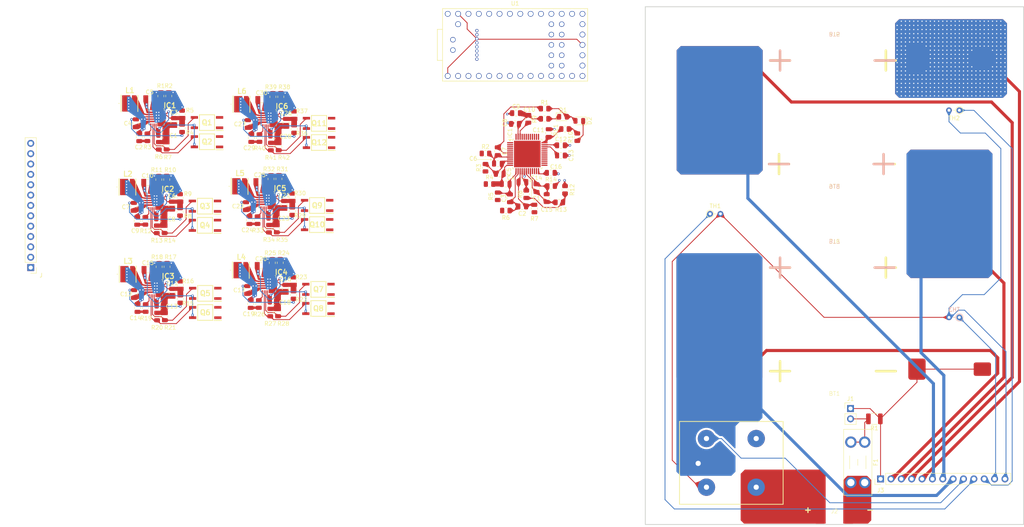
<source format=kicad_pcb>
(kicad_pcb (version 20241229) (generator "pcbnew") (generator_version "9.0")
  (layers (0 "F.Cu" signal) (2 "B.Cu" signal) (13 "F.Paste" user) (15 "B.Paste" user) (5 "F.SilkS" user "F.Silkscreen") (7 "B.SilkS" user "B.Silkscreen") (1 "F.Mask" user) (3 "B.Mask" user) (25 "Edge.Cuts" user))
  (net 0 "")
  (net 46 "GND")
  (net 47 "/Teensy 4.0/SDA1")
  (net 48 "/Teensy 4.0/SDA0")
  (net 49 "/Teensy 4.0/SCL1")
  (net 50 "/Teensy 4.0/SCL0")
  (net 51 "/Teensy 4.0/3V3")
  (net 52 "/Monitoring/5V")
  (net 53 "/Monitoring/3.3V")
  (net 54 "Net-(D1-K)")
  (net 55 "/Monitoring/7p")
  (net 56 "Net-(D2-K)")
  (net 57 "/Monitoring/6p")
  (net 58 "/Monitoring/5p")
  (net 59 "/Monitoring/4p")
  (net 60 "/Monitoring/3p")
  (net 61 "/Monitoring/2p")
  (net 62 "/Monitoring/1p")
  (net 63 "/Monitoring/1n")
  (net 64 "/Monitoring/SPI_MISO")
  (net 65 "/Monitoring/INT")
  (net 66 "/Monitoring/SPI_SCLK")
  (net 67 "/Monitoring/SPI_CS")
  (net 68 "/Monitoring/SPI_MOSI")
  (net 69 "Net-(J2-Pin_1)")
  (net 71 "TH2")
  (net 72 "TH3")
  (net 73 "TH1")
  (net 74 "MCUGND")
  (net 78 "/BMS Board/VCC1")
  (net 79 "Net-(IC1-SW)")
  (net 80 "Net-(IC1-CU_FB)")
  (net 81 "Net-(IC1-LX)")
  (net 82 "Net-(IC1-LBC)")
  (net 83 "Net-(IC1-BST)")
  (net 84 "Net-(IC1-UBC)")
  (net 85 "Net-(IC1-MODE)")
  (net 86 "Net-(IC1-EN)")
  (net 91 "Net-(IC2-CU_FB)")
  (net 92 "Net-(IC2-SW)")
  (net 93 "Net-(IC2-UBC)")
  (net 96 "Net-(IC2-BST)")
  (net 97 "Net-(IC2-LBC)")
  (net 99 "Net-(IC2-MODE)")
  (net 100 "Net-(IC2-LX)")
  (net 101 "Net-(IC2-EN)")
  (net 106 "/BMS Board/1GND")
  (net 107 "/BMS Board/1Upper")
  (net 108 "/BMS Board/1Lower")
  (net 109 "/BMS Board/2Upper")
  (net 110 "/BMS Board/VCC2")
  (net 111 "Net-(IC3-CU_FB)")
  (net 112 "/BMS Board/3Upper")
  (net 113 "/BMS Board/VCC3")
  (net 114 "Net-(IC3-SW)")
  (net 115 "Net-(IC4-CU_FB)")
  (net 116 "/BMS Board/4Upper")
  (net 117 "/BMS Board/VCC4")
  (net 118 "Net-(C19-Pad1)")
  (net 119 "Net-(IC4-SW)")
  (net 120 "Net-(IC5-CU_FB)")
  (net 121 "/BMS Board/5Upper")
  (net 122 "/BMS Board/VCC5")
  (net 123 "Net-(C24-Pad1)")
  (net 124 "Net-(IC5-SW)")
  (net 125 "Net-(IC6-CU_FB)")
  (net 126 "/BMS Board/6Upper")
  (net 127 "/BMS Board/VCC6")
  (net 128 "Net-(IC6-SW)")
  (net 130 "Net-(IC3-MODE)")
  (net 132 "Net-(IC3-BST)")
  (net 133 "Net-(IC3-LBC)")
  (net 134 "Net-(IC3-EN)")
  (net 136 "Net-(IC3-UBC)")
  (net 137 "Net-(IC3-LX)")
  (net 140 "Net-(IC4-MODE)")
  (net 141 "Net-(IC4-UBC)")
  (net 142 "Net-(IC4-LBC)")
  (net 144 "Net-(IC4-LX)")
  (net 145 "Net-(IC4-BST)")
  (net 146 "Net-(IC4-EN)")
  (net 148 "Net-(IC5-MODE)")
  (net 149 "Net-(IC5-LX)")
  (net 150 "Net-(IC5-UBC)")
  (net 152 "Net-(IC5-LBC)")
  (net 153 "Net-(IC5-EN)")
  (net 154 "Net-(IC5-BST)")
  (net 158 "Net-(IC6-LX)")
  (net 159 "Net-(IC6-EN)")
  (net 160 "Net-(IC6-LBC)")
  (net 162 "Net-(IC6-BST)")
  (net 163 "Net-(IC6-MODE)")
  (net 164 "Net-(IC6-UBC)")
  (net 181 "Net-(C29-Pad1)")
  (net 182 "Net-(C14-Pad1)")
  (net 183 "Net-(C9-Pad1)")
  (net 184 "Net-(C2-Pad1)")
  (net 185 "Net-(J1-Pin_2)")
  (net 186 "Net-(J3-Pin_9)")
  (net 187 "Net-(BT1--)")
  (net 188 "Net-(BT7-+)")
  (net 189 "Net-(BT6-+)")
  (net 190 "Net-(BT5-+)")
  (net 191 "Net-(BT4-+)")
  (net 192 "Net-(BT3-+)")
  (net 193 "Net-(BT2-+)")
  (net 194 "Net-(BT1-+)")
  (net 221 "Net-(R10-Pad2)")
  (net 222 "Net-(IC1-REG18)")
  (net 223 "Net-(IC1-SRN)")
  (net 224 "Net-(IC1-SRP)")
  (net 225 "Net-(IC1-REGIN)")
  (net 226 "Net-(IC1-CP1)")
  (net 227 "Net-(IC1-BAT)")
  (net 228 "Net-(IC1-VC7)")
  (net 229 "Net-(IC1-VC6)")
  (net 230 "Net-(IC1-VC5)")
  (net 231 "Net-(IC1-VC4)")
  (net 232 "Net-(IC1-VC3)")
  (net 233 "Net-(IC1-VC2)")
  (net 234 "Net-(IC1-VC1)")
  (net 235 "Net-(IC1-VC0)")
  (footprint "SamacSys_Parts:SOP254P675X240-4N" (layer "F.Cu") (at 70 79.8 180)
    (property "Reference" "Q4")
    (property "Value" "FODM121" (hide yes))
  )
  (footprint "Resistor_SMD:R_0805_2012Metric" (layer "F.Cu") (at 88.134308 68.409596 90)
    (property "Reference" "R31")
    (property "Value" "0")
  )
  (footprint "Resistor_SMD:R_0805_2012Metric" (layer "F.Cu") (at 85.695 80.6175 90)
    (property "Reference" "R34")
    (property "Value" "R")
  )
  (footprint "Capacitor_SMD:C_0805_2012Metric" (layer "F.Cu") (at 157.25 60.175)
    (property "Reference" "C12")
    (property "Value" "22n")
  )
  (footprint "SamacSys_Parts:SOP254P675X240-4N" (layer "F.Cu") (at 97.495 79.63 180)
    (property "Reference" "Q10")
    (property "Value" "FODM121" (hide yes))
  )
  (footprint "Capacitor_SMD:C_0805_2012Metric" (layer "F.Cu") (at 81.364383 58.384229 90)
    (property "Reference" "C29")
    (property "Value" "C")
  )
  (footprint "Resistor_SMD:R_0805_2012Metric" (layer "F.Cu") (at 91.395 76.3175 90)
    (property "Reference" "R29")
    (property "Value" "R")
  )
  (footprint "Capacitor_SMD:C_0805_2012Metric" (layer "F.Cu") (at 83.445 69.13)
    (property "Reference" "C25")
    (property "Value" "C")
  )
  (footprint "Capacitor_SMD:C_0805_2012Metric" (layer "F.Cu") (at 59.05 78.1 180)
    (property "Reference" "C8")
    (property "Value" "C")
  )
  (footprint "Capacitor_SMD:C_0805_2012Metric" (layer "F.Cu") (at 141.75 61.625 -90)
    (property "Reference" "C7")
    (property "Value" "220n")
  )
  (footprint "Capacitor_SMD:C_0805_2012Metric" (layer "F.Cu") (at 147.75 75.175)
    (property "Reference" "C2")
    (property "Value" "220n")
  )
  (footprint "Capacitor_SMD:C_0805_2012Metric" (layer "F.Cu") (at 80.56 54.94 -90)
    (property "Reference" "C27")
    (property "Value" "C")
  )
  (footprint "Capacitor_SMD:C_0805_2012Metric" (layer "F.Cu") (at 157.25 62.675)
    (property "Reference" "C13")
    (property "Value" "22n")
  )
  (footprint "SamacSys_Parts:SOP254P675X240-4N" (layer "F.Cu") (at 97.495 74.93 180)
    (property "Reference" "Q9")
    (property "Value" "FODM121" (hide yes))
  )
  (footprint "Resistor_SMD:R_0805_2012Metric" (layer "F.Cu") (at 141.75 72.675 90)
    (property "Reference" "R5")
    (property "Value" "20")
  )
  (footprint "SamacSys_Parts:SOP254P675X240-4N" (layer "F.Cu") (at 97.81 95.505 180)
    (property "Reference" "Q7")
    (property "Value" "FODM121" (hide yes))
  )
  (footprint "Resistor_SMD:R_0805_2012Metric" (layer "F.Cu") (at 86.66 48.2775 90)
    (property "Reference" "R39")
    (property "Value" "R")
  )
  (footprint "Resistor_SMD:R_0805_2012Metric" (layer "F.Cu") (at 148.749 72.175 90)
    (property "Reference" "R8")
    (property "Value" "20")
  )
  (footprint "Capacitor_SMD:C_0805_2012Metric" (layer "F.Cu") (at 143.7 69.675)
    (property "Reference" "C4")
    (property "Value" "220n")
  )
  (footprint "Resistor_SMD:R_0805_2012Metric" (layer "F.Cu") (at 58.2 80.7875 90)
    (property "Reference" "R13")
    (property "Value" "R")
  )
  (footprint "SamacSys_Parts:MP2639AGRZ" (layer "F.Cu") (at 85.35 94.105)
    (property "Reference" "IC4")
    (property "Value" "MP2643" (hide yes))
  )
  (footprint "SamacSys_Parts:MPLAL4020R47 Inductor" (layer "F.Cu") (at 78.81 90.805)
    (property "Reference" "L4")
    (property "Value" "L" (hide yes))
  )
  (footprint "Resistor_SMD:R_0805_2012Metric" (layer "F.Cu") (at 60.710808 89.966096 90)
    (property "Reference" "R17")
    (property "Value" "0")
  )
  (footprint "Resistor_SMD:R_0805_2012Metric" (layer "F.Cu") (at 139.75 69.675)
    (property "Reference" "R4")
    (property "Value" "20")
  )
  (footprint "Capacitor_SMD:C_0805_2012Metric" (layer "F.Cu") (at 52.6 75.25 -90)
    (property "Reference" "C7")
    (property "Value" "C")
  )
  (footprint "Resistor_SMD:R_0805_2012Metric" (layer "F.Cu") (at 138.75 62.175)
    (property "Reference" "R2")
    (property "Value" "20")
  )
  (footprint "Capacitor_SMD:C_0805_2012Metric" (layer "F.Cu") (at 146.25 52.275 180)
    (property "Reference" "C9")
    (property "Value" "100p")
  )
  (footprint "Capacitor_SMD:C_0805_2012Metric" (layer "F.Cu") (at 59.55 57.6 180)
    (property "Reference" "C1")
    (property "Value" "C")
  )
  (footprint "SamacSys_Parts:SOP254P675X240-4N" (layer "F.Cu") (at 70.0715 96.4865 180)
    (property "Reference" "Q5")
    (property "Value" "FODM121" (hide yes))
  )
  (footprint "Resistor_SMD:R_0805_2012Metric" (layer "F.Cu") (at 91.86 56.1775 90)
    (property "Reference" "R36")
    (property "Value" "R")
  )
  (footprint "Capacitor_SMD:C_0805_2012Metric" (layer "F.Cu") (at 53.475883 100.080729 90)
    (property "Reference" "C14")
    (property "Value" "C")
  )
  (footprint "Capacitor_SMD:C_0805_2012Metric" (layer "F.Cu") (at 61.9 74.95 90)
    (property "Reference" "C6")
    (property "Value" "C")
  )
  (footprint "Capacitor_SMD:C_0805_2012Metric" (layer "F.Cu") (at 142.25 67.175)
    (property "Reference" "C5")
    (property "Value" "220n")
  )
  (footprint "Capacitor_SMD:C_0805_2012Metric" (layer "F.Cu") (at 144.75 73.175 -90)
    (property "Reference" "C3")
    (property "Value" "220n")
  )
  (footprint "Resistor_SMD:R_0805_2012Metric" (layer "F.Cu") (at 88.06 60.4775 90)
    (property "Reference" "R42")
    (property "Value" "R")
  )
  (footprint "SamacSys_Parts:MPLAL4020R47 Inductor" (layer "F.Cu") (at 78.495 70.23)
    (property "Reference" "L5")
    (property "Value" "L" (hide yes))
  )
  (footprint "teensy.pretty-master:Teensy40_SMT" (layer "F.Cu") (at 146.01 35.5366)
    (property "Reference" "U1")
    (property "Value" "Teensy4.0")
  )
  (footprint "Capacitor_SMD:C_0805_2012Metric" (layer "F.Cu") (at 149.25 53.675 -90)
    (property "Reference" "C10")
    (property "Value" "0.47u")
  )
  (footprint "Resistor_SMD:R_0805_2012Metric" (layer "F.Cu") (at 153.25 51.175 180)
    (property "Reference" "R1")
    (property "Value" "20")
  )
  (footprint "Capacitor_SMD:C_0805_2012Metric" (layer "F.Cu") (at 53.904383 58.194229 90)
    (property "Reference" "C2")
    (property "Value" "C")
  )
  (footprint "Resistor_SMD:R_0805_2012Metric" (layer "F.Cu") (at 156.8375 74.175)
    (property "Reference" "R13")
    (property "Value" "100")
  )
  (footprint "Resistor_SMD:R_0805_2012Metric" (layer "F.Cu") (at 58.7 68.5875 90)
    (property "Reference" "R11")
    (property "Value" "R")
  )
  (footprint "Resistor_SMD:R_0805_2012Metric" (layer "F.Cu") (at 86.01 101.1925 90)
    (property "Reference" "R27")
    (property "Value" "R")
  )
  (footprint "Resistor_SMD:R_0805_2012Metric" (layer "F.Cu") (at 83.21 99.1175 90)
    (property "Reference" "R26")
    (property "Value" "R")
  )
  (footprint "SamacSys_Parts:MP2639AGRZ" (layer "F.Cu") (at 57.6115 95.0865)
    (property "Reference" "IC3")
    (property "Value" "MP2643" (hide yes))
  )
  (footprint "Capacitor_SMD:C_0805_2012Metric" (layer "F.Cu") (at 83.76 89.705)
    (property "Reference" "C20")
    (property "Value" "C")
  )
  (footprint "Resistor_SMD:R_0805_2012Metric" (layer "F.Cu") (at 138.75 65.675 90)
    (property "Reference" "R3")
    (property "Value" "20")
  )
  (footprint "Resistor_SMD:R_0805_2012Metric" (layer "F.Cu") (at 83.36 58.4025 90)
    (property "Reference" "R40")
    (property "Value" "R")
  )
  (footprint "Resistor_SMD:R_0805_2012Metric" (layer "F.Cu") (at 143.75 76.175)
    (property "Reference" "R6")
    (property "Value" "20")
  )
  (footprint "SamacSys_Parts:MP2639AGRZ" (layer "F.Cu") (at 57.54 73.7)
    (property "Reference" "IC2")
    (property "Value" "MP2643" (hide yes))
  )
  (footprint "Resistor_SMD:R_0805_2012Metric" (layer "F.Cu") (at 64.4 52.5875 90)
    (property "Reference" "R5")
    (property "Value" "R")
  )
  (footprint "Connector_PinHeader_2.54mm:PinHeader_1x13_P2.54mm_Vertical" (layer "F.Cu") (at 235.58 142.008 90)
    (property "Reference" "J3")
    (property "Value" "Conn_01x13_Socket")
  )
  (footprint "Capacitor_SMD:C_0805_2012Metric" (layer "F.Cu") (at 52.6715 96.6365 -90)
    (property "Reference" "C12")
    (property "Value" "C")
  )
  (footprint "Connector_PinHeader_2.54mm:PinHeader_1x13_P2.54mm_Vertical" (layer "F.Cu") (at 27.305 90.165 180)
    (property "Reference" "J")
    (property "Value" "Conn_01x13_Socket")
  )
  (footprint "Resistor_SMD:R_0805_2012Metric" (layer "F.Cu") (at 63.9 73.0875 90)
    (property "Reference" "R9")
    (property "Value" "R")
  )
  (footprint "Diode_SMD:D_0805_2012Metric" (layer "F.Cu") (at 157.75 53.175)
    (property "Reference" "D1")
    (property "Value" "D_Schottky")
  )
  (footprint "Capacitor_SMD:C_0805_2012Metric" (layer "F.Cu") (at 81.214383 99.099229 90)
    (property "Reference" "C19")
    (property "Value" "C")
  )
  (footprint "Capacitor_SMD:C_0805_2012Metric" (layer "F.Cu") (at 89.86 54.64 90)
    (property "Reference" "C26")
    (property "Value" "C")
  )
  (footprint "Resistor_SMD:R_0805_2012Metric" (layer "F.Cu") (at 60.639308 68.579596 90)
    (property "Reference" "R10")
    (property "Value" "0")
  )
  (footprint "Capacitor_SMD:C_0805_2012Metric" (layer "F.Cu") (at 147.8 69.175)
    (property "Reference" "C1")
    (property "Value" "220n")
  )
  (footprint "Capacitor_SMD:C_0805_2012Metric" (layer "F.Cu") (at 151.25 70.675 -90)
    (property "Reference" "C14")
    (property "Value" "100p")
  )
  (footprint "Resistor_THT:R_Axial_DIN0204_L3.6mm_D1.6mm_P2.54mm_Vertical" (layer "F.Cu") (at 193.797 76.984)
    (property "Reference" "TH1")
    (property "Value" "Thermistor")
  )
  (footprint "Resistor_SMD:R_0805_2012Metric" (layer "F.Cu") (at 63.9715 97.874 90)
    (property "Reference" "R15")
    (property "Value" "R")
  )
  (footprint "SamacSys_Parts:SOP254P675X240-4N" (layer "F.Cu") (at 70 75.1 180)
    (property "Reference" "Q3")
    (property "Value" "FODM121" (hide yes))
  )
  (footprint "Capacitor_SMD:C_0805_2012Metric" (layer "F.Cu") (at 89.395 74.78 90)
    (property "Reference" "C21")
    (property "Value" "C")
  )
  (footprint "Resistor_SMD:R_0805_2012Metric" (layer "F.Cu") (at 58.2715 102.174 90)
    (property "Reference" "R20")
    (property "Value" "R")
  )
  (footprint "Resistor_SMD:R_0805_2012Metric" (layer "F.Cu") (at 153.25 53.675 180)
    (property "Reference" "R9")
    (property "Value" "100")
  )
  (footprint "Resistor_THT:R_Axial_DIN0204_L3.6mm_D1.6mm_P2.54mm_Vertical" (layer "F.Cu") (at 254.884 51.584 180)
    (property "Reference" "TH2")
    (property "Value" "Thermistor")
  )
  (footprint "SamacSys_Parts:MP2639AGRZ" (layer "F.Cu") (at 58.04 53.2)
    (property "Reference" "IC1")
    (property "Value" "MP2643" (hide yes))
  )
  (footprint "Capacitor_SMD:C_0805_2012Metric" (layer "F.Cu") (at 61.9715 96.3365 90)
    (property "Reference" "C11")
    (property "Value" "C")
  )
  (footprint "SamacSys_Parts:SOP254P675X240-4N" (layer "F.Cu") (at 97.96 59.49 180)
    (property "Reference" "Q12")
    (property "Value" "FODM121" (hide yes))
  )
  (footprint "Capacitor_SMD:C_0805_2012Metric" (layer "F.Cu") (at 153.75 73.125 -90)
    (property "Reference" "C15")
    (property "Value" "100p")
  )
  (footprint "Resistor_SMD:R_0805_2012Metric" (layer "F.Cu") (at 161.25 58.175 90)
    (property "Reference" "R10")
    (property "Value" "150")
  )
  (footprint "Capacitor_SMD:C_0805_2012Metric" (layer "F.Cu") (at 56.0215 90.6865)
    (property "Reference" "C15")
    (property "Value" "C")
  )
  (footprint "Capacitor_SMD:C_0805_2012Metric" (layer "F.Cu") (at 59.1215 99.4865 180)
    (property "Reference" "C13")
    (property "Value" "C")
  )
  (footprint "cell:keystone 254 18650" (layer "F.Cu") (at 224.277 89.684 180)
    (property "Reference" "BT2")
    (property "Value" "Battery_Cell")
  )
  (footprint "SamacSys_Parts:SOP254P675X240-4N" (layer "F.Cu") (at 70.5 59.3 180)
    (property "Reference" "Q2")
    (property "Value" "FODM121" (hide yes))
  )
  (footprint "Capacitor_SMD:C_0805_2012Metric" (layer "F.Cu") (at 141.8 64.675)
    (property "Reference" "C6")
    (property "Value" "220n")
  )
  (footprint "cell:keystone 254 18650" (layer "F.Cu") (at 224.277 115.084)
    (property "Reference" "BT1")
    (property "Value" "Battery_Cell")
  )
  (footprint "Resistor_SMD:R_0805_2012Metric" (layer "F.Cu") (at 87.91 101.1925 90)
    (property "Reference" "R28")
    (property "Value" "R")
  )
  (footprint "Capacitor_SMD:C_0805_2012Metric" (layer "F.Cu") (at 146 54.925 180)
    (property "Reference" "C8")
    (property "Value" "1u")
  )
  (footprint "Diode_SMD:D_0805_2012Metric" (layer "F.Cu") (at 161.75 54.175 180)
    (property "Reference" "D2")
    (property "Value" "D_Schottky")
  )
  (footprint "Resistor_SMD:R_0805_2012Metric" (layer "F.Cu") (at 60.6 60.2875 90)
    (property "Reference" "R7")
    (property "Value" "R")
  )
  (footprint "Resistor_SMD:R_0805_2012Metric" (layer "F.Cu") (at 91.395 72.9175 90)
    (property "Reference" "R30")
    (property "Value" "R")
  )
  (footprint "cell:3_3v relay" (layer "F.Cu") (at 199.004 138.071)
    (property "Reference" "K1" (hide yes))
    (property "Value" "J107F1CS203VDC.80" (hide yes))
  )
  (footprint "Resistor_SMD:R_0805_2012Metric" (layer "F.Cu") (at 88.599308 48.269596 90)
    (property "Reference" "R38")
    (property "Value" "0")
  )
  (footprint "Resistor_SMD:R_0805_2012Metric" (layer "F.Cu") (at 87.595 80.6175 90)
    (property "Reference" "R35")
    (property "Value" "R")
  )
  (footprint "Package_QFP:Texas_PHP0048E_HTQFP-48-1EP_7x7mm_P0.5mm_EP6.5x6.5mm_Mask3.62x3.62mm" (layer "F.Cu") (at 149 62.3)
    (property "Reference" "IC1")
    (property "Value" "BQ7694204PFBR")
  )
  (footprint "Connector_PinHeader_2.54mm:PinHeader_1x02_P2.54mm_Vertical" (layer "F.Cu") (at 228.214 124.736)
    (property "Reference" "J1")
    (property "Value" "Conn_01x02_Socket")
  )
  (footprint "Resistor_SMD:R_0805_2012Metric" (layer "F.Cu") (at 63.9715 94.474 90)
    (property "Reference" "R16")
    (property "Value" "R")
  )
  (footprint "Resistor_SMD:R_0805_2012Metric" (layer "F.Cu") (at 60.1 80.7875 90)
    (property "Reference" "R14")
    (property "Value" "R")
  )
  (footprint "Capacitor_SMD:C_0805_2012Metric" (layer "F.Cu") (at 80.41 95.655 -90)
    (property "Reference" "C17")
    (property "Value" "C")
  )
  (footprint "Resistor_SMD:R_0805_2012Metric" (layer "F.Cu") (at 91.71 93.4925 90)
    (property "Reference" "R23")
    (property "Value" "R")
  )
  (footprint "Resistor_SMD:R_0805_2012Metric" (layer "F.Cu") (at 158.25 71.0875 90)
    (property "Reference" "R12")
    (property "Value" "0.001")
  )
  (footprint "Resistor_SMD:R_0805_2012Metric" (layer "F.Cu") (at 60.1715 102.174 90)
    (property "Reference" "R21")
    (property "Value" "R")
  )
  (footprint "Capacitor_SMD:C_0805_2012Metric" (layer "F.Cu") (at 89.71 95.355 90)
    (property "Reference" "C16")
    (property "Value" "C")
  )
  (footprint "Capacitor_SMD:C_0805_2012Metric" (layer "F.Cu") (at 80.095 75.08 -90)
    (property "Reference" "C22")
    (property "Value" "C")
  )
  (footprint "Resistor_SMD:R_0805_2012Metric" (layer "F.Cu") (at 82.895 78.5425 90)
    (property "Reference" "R33")
    (property "Value" "R")
  )
  (footprint "Resistor_SMD:R_0805_2012Metric" (layer "F.Cu") (at 59.2 48.0875 90)
    (property "Reference" "R1")
    (property "Value" "R")
  )
  (footprint "Resistor_SMD:R_0805_2012Metric" (layer "F.Cu") (at 64.4 55.9875 90)
    (property "Reference" "R4")
    (property "Value" "R")
  )
  (footprint "Fuse:Fuseholder_Blade_Mini_Keystone_3568" (layer "F.Cu") (at 231.692 132.984 -90)
    (property "Reference" "F1")
    (property "Value" "Fuse")
  )
  (footprint "Resistor_SMD:R_0805_2012Metric" (layer "F.Cu") (at 150.75 75.675 90)
    (property "Reference" "R7")
    (property "Value" "20")
  )
  (footprint "Resistor_SMD:R_0805_2012Metric" (layer "F.Cu") (at 154.8375 70.175)
    (property "Reference" "R14")
    (property "Value" "100")
  )
  (footprint "Capacitor_SMD:C_0805_2012Metric" (layer "F.Cu") (at 55.95 69.3)
    (property "Reference" "C10")
    (property "Value" "C")
  )
  (footprint "Capacitor_SMD:C_0805_2012Metric" (layer "F.Cu") (at 80.899383 78.524229 90)
    (property "Reference" "C24")
    (property "Value" "C")
  )
  (footprint "Resistor_SMD:R_1210_3225Metric" (layer "F.Cu") (at 234.056 127.276 180)
    (property "Reference" "R1")
    (property "Value" "R")
  )
  (footprint "SamacSys_Parts:MPLAL4020R47 Inductor" (layer "F.Cu") (at 51.5 49.9)
    (property "Reference" "L1")
    (property "Value" "L" (hide yes))
  )
  (footprint "Resistor_SMD:R_0805_2012Metric" (layer "F.Cu") (at 55.4 78.7125 90)
    (property "Reference" "R12")
    (property "Value" "R")
  )
  (footprint "SamacSys_Parts:MP2639AGRZ" (layer "F.Cu") (at 85.035 73.53)
    (property "Reference" "IC5")
    (property "Value" "MP2643" (hide yes))
  )
  (footprint "Resistor_SMD:R_0805_2012Metric" (layer "F.Cu") (at 86.51 88.9925 90)
    (property "Reference" "R25")
    (property "Value" "R")
  )
  (footprint "Resistor_SMD:R_0805_2012Metric" (layer "F.Cu") (at 58.7 60.2875 90)
    (property "Reference" "R6")
    (property "Value" "R")
  )
  (footprint "Resistor_SMD:R_0805_2012Metric" (layer "F.Cu") (at 55.9 58.2125 90)
    (property "Reference" "R3")
    (property "Value" "0")
  )
  (footprint "Resistor_SMD:R_0805_2012Metric" (layer "F.Cu") (at 61.139308 48.079596 90)
    (property "Reference" "R2")
    (property "Value" "R")
  )
  (footprint "cell:XT60" (layer "F.Cu") (at 224.277 150.4408)
    (property "Reference" "J2")
    (property "Value" "Conn_01x02_Socket" (hide yes))
  )
  (footprint "Resistor_SMD:R_0805_2012Metric" (layer "F.Cu") (at 91.86 52.7775 90)
    (property "Reference" "R37")
    (property "Value" "R")
  )
  (footprint "Capacitor_SMD:C_0805_2012Metric" (layer "F.Cu") (at 62.4 54.45 90)
    (property "Reference" "C3")
    (property "Value" "C")
  )
  (footprint "SamacSys_Parts:MPLAL4020R47 Inductor" (layer "F.Cu") (at 78.96 50.09)
    (property "Reference" "L6")
    (property "Value" "L" (hide yes))
  )
  (footprint "Resistor_SMD:R_0805_2012Metric" (layer "F.Cu") (at 63.9 76.4875 90)
    (property "Reference" "R8")
    (property "Value" "R")
  )
  (footprint "cell:keystone 254 18650" (layer "F.Cu") (at 224.277 38.884 180)
    (property "Reference" "BT4")
    (property "Value" "Battery_Cell")
  )
  (footprint "SamacSys_Parts:SOP254P675X240-4N" (layer "F.Cu") (at 70.5 54.6 180)
    (property "Reference" "Q1")
    (property "Value" "FODM121" (hide yes))
  )
  (footprint "SamacSys_Parts:MPLAL4020R47 Inductor" (layer "F.Cu") (at 51.0715 91.7865)
    (property "Reference" "L3")
    (property "Value" "L" (hide yes))
  )
  (footprint "Capacitor_SMD:C_0805_2012Metric" (layer "F.Cu") (at 56.45 48.8)
    (property "Reference" "C5")
    (property "Value" "C")
  )
  (footprint "cell:keystone 254 18650" (layer "F.Cu") (at 224.277 64.284)
    (property "Reference" "BT3")
    (property "Value" "Battery_Cell")
  )
  (footprint "SamacSys_Parts:MPLAL4020R47 Inductor" (layer "F.Cu") (at 51 70.4)
    (property "Reference" "L2")
    (property "Value" "L" (hide yes))
  )
  (footprint "SamacSys_Parts:SOP254P675X240-4N" (layer "F.Cu") (at 97.81 100.205 180)
    (property "Reference" "Q8")
    (property "Value" "FODM121" (hide yes))
  )
  (footprint "Capacitor_SMD:C_0805_2012Metric" (layer "F.Cu") (at 53.1 54.75 -90)
    (property "Reference" "C4")
    (property "Value" "C")
  )
  (footprint "Capacitor_SMD:C_0805_2012Metric" (layer "F.Cu") (at 87.01 57.79 180)
    (property "Reference" "C28")
    (property "Value" "C")
  )
  (footprint "Capacitor_SMD:C_0805_2012Metric" (layer "F.Cu") (at 53.404383 78.694229 90)
    (property "Reference" "C9")
    (property "Value" "C")
  )
  (footprint "Resistor_SMD:R_0805_2012Metric" (layer "F.Cu") (at 86.195 68.4175 90)
    (property "Reference" "R32")
    (property "Value" "R")
  )
  (footprint "Resistor_SMD:R_0805_2012Metric" (layer "F.Cu") (at 86.16 60.4775 90)
    (property "Reference" "R41")
    (property "Value" "R")
  )
  (footprint "Capacitor_SMD:C_0805_2012Metric" (layer "F.Cu") (at 154.25 57.175 90)
    (property "Reference" "C11")
    (property "Value" "22n")
  )
  (footprint "Resistor_SMD:R_0805_2012Metric" (layer "F.Cu") (at 158.25 56.175 180)
    (property "Reference" "R11")
    (property "Value" "150")
  )
  (footprint "Capacitor_SMD:C_0805_2012Metric" (layer "F.Cu") (at 86.86 98.505 180)
    (property "Reference" "C18")
    (property "Value" "C")
  )
  (footprint "Capacitor_SMD:C_0805_2012Metric" (layer "F.Cu") (at 83.91 48.99)
    (property "Reference" "C30")
    (property "Value" "C")
  )
  (footprint "SamacSys_Parts:SOP254P675X240-4N" (layer "F.Cu") (at 97.96 54.79 180)
    (property "Reference" "Q11")
    (property "Value" "FODM121" (hide yes))
  )
  (footprint "Capacitor_SMD:C_0805_2012Metric" (layer "F.Cu") (at 86.545 77.93 180)
    (property "Reference" "C23")
    (property "Value" "C")
  )
  (footprint "SamacSys_Parts:SOP254P675X240-4N" (layer "F.Cu") (at 70.0715 101.1865 180)
    (property "Reference" "Q6")
    (property "Value" "FODM121" (hide yes))
  )
  (footprint "Resistor_SMD:R_0805_2012Metric" (layer "F.Cu") (at 88.449308 88.984596 90)
    (property "Reference" "R24")
    (property "Value" "0")
  )
  (footprint "SamacSys_Parts:MP2639AGRZ" (layer "F.Cu") (at 85.5 53.39)
    (property "Reference" "IC6")
    (property "Value" "MP2643" (hide yes))
  )
  (footprint "Resistor_SMD:R_0805_2012Metric" (layer "F.Cu") (at 58.7715 89.974 90)
    (property "Reference" "R18")
    (property "Value" "R")
  )
  (footprint "Capacitor_SMD:C_0805_2012Metric" (layer "F.Cu") (at 154.75 66.925)
    (property "Reference" "C16")
    (property "Value" "2.2u")
  )
  (footprint "Resistor_SMD:R_0805_2012Metric" (layer "F.Cu") (at 55.4715 100.099 90)
    (property "Reference" "R19")
    (property "Value" "R")
  )
  (footprint "Resistor_SMD:R_0805_2012Metric" (layer "F.Cu") (at 91.71 96.8925 90)
    (property "Reference" "R22")
    (property "Value" "R")
  )
  (footprint "cell:keystone 254 18650" (layer "B.Cu") (at 224.277 89.684)
    (property "Reference" "BT7")
    (property "Value" "Battery_Cell")
  )
  (footprint "cell:keystone 254 18650" (layer "B.Cu") (at 224.277 64.284 180)
    (property "Reference" "BT6")
    (property "Value" "Battery_Cell")
  )
  (footprint "cell:keystone 254 18650" (layer "B.Cu") (at 224.277 38.884)
    (property "Reference" "BT5")
    (property "Value" "Battery_Cell")
  )
  (footprint "Resistor_THT:R_Axial_DIN0204_L3.6mm_D1.6mm_P2.54mm_Vertical" (layer "B.Cu") (at 254.884 102.384 180)
    (property "Reference" "TH3")
    (property "Value" "Thermistor")
  )
  (gr_rect (start 82.995 72.33) (end 84.449231 72.53) (stroke (width 0.2)) (fill yes) (layer "F.Cu") (net 116))
  (gr_rect (start 85.66 56.19) (end 86.46 57.89) (stroke (width 0.2)) (fill yes) (layer "F.Cu") (net 127))
  (gr_rect (start 85.66 59.165) (end 88.66 59.976001) (stroke (width 0.2)) (fill yes) (layer "F.Cu") (net 116))
  (gr_line (start 55.2 73.7) (end 55.248848 73.751613) (stroke (width 0.2)) (layer "F.Cu") (net 109))
  (gr_poly (pts (xy 57.6715 98.3865) (xy 57.9715 98.8865) (xy 57.763809 100.0288) (xy 57.559738 98.498262)) (stroke (width 0.2)) (fill yes) (layer "F.Cu") (net 113))
  (gr_line (start 88.86 55.99) (end 88.66 56.19) (stroke (width 0.2)) (layer "F.Cu") (net 116))
  (gr_line (start 88.71 96.705) (end 88.51 96.905) (stroke (width 0.2)) (layer "F.Cu") (net 109))
  (gr_rect (start 54.05 58.9) (end 55.75 59.3) (stroke (width 0.2)) (fill yes) (layer "F.Cu") (net 184))
  (gr_rect (start 94.16 58.49) (end 94.36 58.69) (stroke (width 0.2)) (fill no) (layer "F.Cu") (net 159))
  (gr_poly (pts (xy 83.222783 54.434469) (xy 79.86 55.526364) (xy 79.86 56.29) (xy 81.16 56.29) (xy 84.06 54.59)) (stroke (width 0.2)) (fill yes) (layer "F.Cu") (net 116))
  (gr_rect (start 88.895 73.43) (end 92.095 74.23) (stroke (width 0.2)) (fill yes) (layer "F.Cu") (net 120))
  (gr_poly (pts (xy 55.762783 54.244469) (xy 52.4 55.336364) (xy 52.4 56.1) (xy 53.7 56.1) (xy 56.6 54.4)) (stroke (width 0.2)) (fill yes) (layer "F.Cu") (net 106))
  (gr_rect (start 59.5715 96.4865) (end 62.6715 97.6865) (stroke (width 0.2)) (fill yes) (layer "F.Cu") (net 107))
  (gr_poly (pts (xy 57.6 77) (xy 57.9 77.5) (xy 57.692309 78.6423) (xy 57.488238 77.111762)) (stroke (width 0.2)) (fill yes) (layer "F.Cu") (net 110))
  (gr_poly (pts (xy 55.334283 96.130969) (xy 51.9715 97.222864) (xy 51.9715 97.9865) (xy 53.2715 97.9865) (xy 56.1715 96.2865)) (stroke (width 0.2)) (fill yes) (layer "F.Cu") (net 107))
  (gr_rect (start 58.4715 95.0865) (end 59.812741 97.2865) (stroke (width 0.2)) (fill yes) (layer "F.Cu") (net 107))
  (gr_rect (start 85.36 52.09) (end 86.36 54.59) (stroke (width 0.2)) (fill yes) (layer "F.Cu") (net 116))
  (gr_line (start 66.9 80.449) (end 67.4 81.1) (stroke (width 0.2)) (layer "F.Cu") (net 107))
  (gr_poly (pts (xy 153.85 59.575) (xy 153.810365 59.281912) (xy 154.000812 58.746381) (xy 154.598958 58.629057) (xy 154.850735 58.369964) (xy 153.831812 57.730089) (xy 153.62184 57.820117) (xy 153.546984 58.077083) (xy 153.598958 58.646936) (xy 153.432814 59.086967) (xy 152.963838 59.293937) (xy 152.558545 59.588644)) (stroke (width 0.2)) (fill yes) (layer "F.Cu") (net 225))
  (gr_line (start 67.4 55.2) (end 66.9 55.8) (stroke (width 0.2)) (layer "F.Cu") (net 108))
  (gr_rect (start 55.8 54.25069) (end 58.2 54.4) (stroke (width 0.2)) (fill yes) (layer "F.Cu") (net 106))
  (gr_line (start 53.6 53.4) (end 54.007151 53.15461) (stroke (width 0.2)) (layer "F.Cu") (net 107))
  (gr_rect (start 58.2 58.975) (end 61.2 59.786001) (stroke (width 0.2)) (fill yes) (layer "F.Cu") (net 106))
  (gr_line (start 55.2715 95.0865) (end 55.320348 95.138113) (stroke (width 0.2)) (layer "F.Cu") (net 112))
  (gr_rect (start 83.46 52.19) (end 84.914231 52.39) (stroke (width 0.2)) (fill yes) (layer "F.Cu") (net 121))
  (gr_rect (start 58.440776 54.5) (end 59.5 55.4) (stroke (width 0.2)) (fill yes) (layer "F.Cu") (net 106))
  (gr_rect (start 85.195 79.305) (end 88.195 80.116001) (stroke (width 0.2)) (fill yes) (layer "F.Cu") (net 112))
  (gr_line (start 66.195458 100.153089) (end 66.195458 100.653089) (stroke (width 0.2)) (layer "F.Cu") (net 134))
  (gr_rect (start 85.895 73.53) (end 87.236241 75.73) (stroke (width 0.2)) (fill yes) (layer "F.Cu") (net 112))
  (gr_rect (start 86.695 75.23) (end 88.195 78.63) (stroke (width 0.2)) (fill yes) (layer "F.Cu") (net 112))
  (gr_poly (pts (xy 82.735588 73.02902) (xy 79.195 72.33) (xy 79.195 68.33) (xy 80.095 68.33) (xy 82.111582 72.773316) (xy 82.895 72.93)) (stroke (width 0.2)) (fill yes) (layer "F.Cu") (net 149))
  (gr_line (start 67.4 55.2) (end 68 55.9) (stroke (width 0.2)) (layer "F.Cu") (net 108))
  (gr_poly (pts (xy 57.2 51.5) (xy 56.7 51.5) (xy 56.688118 50.903961) (xy 57 49.2) (xy 57.2 49.2)) (stroke (width 0.2)) (fill yes) (layer "F.Cu") (net 106))
  (gr_rect (start 61.4 73.6) (end 64.6 74.4) (stroke (width 0.2)) (fill yes) (layer "F.Cu") (net 91))
  (gr_poly (pts (xy 55.240588 73.19902) (xy 51.7 72.5) (xy 51.7 68.5) (xy 52.6 68.5) (xy 54.616582 72.943316) (xy 55.4 73.1)) (stroke (width 0.2)) (fill yes) (layer "F.Cu") (net 100))
  (gr_poly (pts (xy 55.779263 52.161059) (xy 55 49.4) (xy 55 48) (xy 56 48) (xy 56 52.2)) (stroke (width 0.2)) (fill yes) (layer "F.Cu") (net 108))
  (gr_rect (start 85.750776 95.405) (end 86.81 96.305) (stroke (width 0.2)) (fill yes) (layer "F.Cu") (net 109))
  (gr_rect (start 81.36 99.805) (end 83.06 100.205) (stroke (width 0.2)) (fill yes) (layer "F.Cu") (net 118))
  (gr_rect (start 57.7715 97.8865) (end 58.5715 99.5865) (stroke (width 0.2)) (fill yes) (layer "F.Cu") (net 113))
  (gr_line (start 81.317151 94.05961) (end 83.217151 94.05961) (stroke (width 0.2)) (layer "F.Cu") (net 116))
  (gr_rect (start 87.01 95.805) (end 88.51 99.205) (stroke (width 0.2)) (fill yes) (layer "F.Cu") (net 109))
  (gr_rect (start 61.4715 94.9865) (end 64.6715 95.7865) (stroke (width 0.2)) (fill yes) (layer "F.Cu") (net 111))
  (gr_poly (pts (xy 84.66 51.69) (xy 84.16 51.69) (xy 84.148118 51.093961) (xy 84.46 49.39) (xy 84.66 49.39)) (stroke (width 0.2)) (fill yes) (layer "F.Cu") (net 116))
  (gr_poly (pts (xy 58.1 56.5) (xy 58.4 57) (xy 58.192309 58.1423) (xy 57.988238 56.611762)) (stroke (width 0.2)) (fill yes) (layer "F.Cu") (net 78))
  (gr_rect (start 57.9 51.9) (end 58.9 54.4) (stroke (width 0.2)) (fill yes) (layer "F.Cu") (net 106))
  (gr_line (start 55.7 53.2) (end 55.748848 53.251613) (stroke (width 0.2)) (layer "F.Cu") (net 107))
  (gr_rect (start 83.11 95.15569) (end 85.51 95.305) (stroke (width 0.2)) (fill yes) (layer "F.Cu") (net 109))
  (gr_rect (start 76.795 68.33) (end 78.595 72.13) (stroke (width 0.2)) (fill yes) (layer "F.Cu") (net 124))
  (gr_line (start 59.2715 100.599) (end 59.0715 100.8865) (stroke (width 0.2)) (layer "F.Cu") (net 107))
  (gr_rect (start 77.11 88.905) (end 78.91 92.705) (stroke (width 0.2)) (fill yes) (layer "F.Cu") (net 119))
  (gr_rect (start 87.46 54.79) (end 90.56 55.99) (stroke (width 0.2)) (fill yes) (layer "F.Cu") (net 116))
  (gr_line (start 60.9715 97.6865) (end 60.7715 97.8865) (stroke (width 0.2)) (layer "F.Cu") (net 107))
  (gr_rect (start 63.3715 94.9865) (end 64.5715 97.2865) (stroke (width 0.2)) (fill yes) (layer "F.Cu") (net 111))
  (gr_rect (start 60 54.6) (end 63.1 55.8) (stroke (width 0.2)) (fill yes) (layer "F.Cu") (net 106))
  (gr_rect (start 89.21 94.005) (end 92.41 94.805) (stroke (width 0.2)) (fill yes) (layer "F.Cu") (net 115))
  (gr_rect (start 59.7 54.9) (end 61.2 58.3) (stroke (width 0.2)) (fill yes) (layer "F.Cu") (net 106))
  (gr_rect (start 59.2 78.1) (end 60.7 80.325) (stroke (width 0.2)) (fill yes) (layer "F.Cu") (net 108))
  (gr_line (start 59.7 74.9) (end 60 75.1) (stroke (width 0.2)) (layer "F.Cu") (net 108))
  (gr_line (start 59.2 79.2125) (end 59 79.5) (stroke (width 0.2)) (layer "F.Cu") (net 108))
  (gr_rect (start 85.21 92.805) (end 86.21 95.305) (stroke (width 0.2)) (fill yes) (layer "F.Cu") (net 109))
  (gr_poly (pts (xy 55.350763 94.047559) (xy 54.5715 91.2865) (xy 54.5715 89.8865) (xy 55.5715 89.8865) (xy 55.5715 94.0865)) (stroke (width 0.2)) (fill yes) (layer "F.Cu") (net 109))
  (gr_line (start 81.16 53.69) (end 81.46 53.39) (stroke (width 0.2)) (layer "F.Cu") (net 126))
  (gr_rect (start 87.16 55.09) (end 88.66 58.49) (stroke (width 0.2)) (fill yes) (layer "F.Cu") (net 116))
  (gr_poly (pts (xy 142.26903 69.104329) (xy 141 69.104329) (xy 141 70.175) (xy 142.5 70.175)) (stroke (width 0.2)) (fill yes) (layer "F.Cu") (net 231))
  (gr_line (start 80.695 77.23) (end 82.095 76.43) (stroke (width 0.6)) (layer "F.Cu") (net 124))
  (gr_rect (start 57.7715 100.8615) (end 60.7715 101.672501) (stroke (width 0.2)) (fill yes) (layer "F.Cu") (net 107))
  (gr_line (start 87.16 58.9025) (end 86.96 59.19) (stroke (width 0.2)) (layer "F.Cu") (net 116))
  (gr_line (start 94.86 60.29) (end 94.26 60.69) (stroke (width 0.2)) (layer "F.Cu") (net 121))
  (gr_rect (start 49.8 48) (end 51.6 51.8) (stroke (width 0.2)) (fill yes) (layer "F.Cu") (net 79))
  (gr_line (start 61.4 55.8) (end 61.2 56) (stroke (width 0.2)) (layer "F.Cu") (net 106))
  (gr_line (start 94.395 75.53) (end 93.895 76.13) (stroke (width 0.2)) (layer "F.Cu") (net 116))
  (gr_rect (start 86.36 53.39) (end 87.701241 55.59) (stroke (width 0.2)) (fill yes) (layer "F.Cu") (net 116))
  (gr_poly (pts (xy 85.41 97.405) (xy 85.71 97.905) (xy 85.502309 99.0473) (xy 85.298238 97.516762)) (stroke (width 0.2)) (fill yes) (layer "F.Cu") (net 117))
  (gr_line (start 93.933958 99.171589) (end 93.933958 99.671589) (stroke (width 0.2)) (layer "F.Cu") (net 146))
  (gr_line (start 59.5 55.4) (end 59.7 55.6) (stroke (width 0.2)) (layer "F.Cu") (net 106))
  (gr_rect (start 77.26 48.19) (end 79.06 51.99) (stroke (width 0.2)) (fill yes) (layer "F.Cu") (net 128))
  (gr_rect (start 49.3 68.5) (end 51.1 72.3) (stroke (width 0.2)) (fill yes) (layer "F.Cu") (net 92))
  (gr_rect (start 83.26 54.44069) (end 85.66 54.59) (stroke (width 0.2)) (fill yes) (layer "F.Cu") (net 116))
  (gr_rect (start 53.896529 74.196028) (end 55.396529 74.301649) (stroke (width 0.2)) (fill yes) (layer "F.Cu") (net 92))
  (gr_rect (start 81.391529 74.026028) (end 82.891529 74.131649) (stroke (width 0.2)) (fill yes) (layer "F.Cu") (net 124))
  (gr_line (start 54.007151 53.15461) (end 55.907151 53.15461) (stroke (width 0.2)) (layer "F.Cu") (net 107))
  (gr_line (start 87.195 74.73) (end 87.495 74.93) (stroke (width 0.2)) (layer "F.Cu") (net 112))
  (gr_rect (start 58.4 73.7) (end 59.741241 75.9) (stroke (width 0.2)) (fill yes) (layer "F.Cu") (net 108))
  (gr_poly (pts (xy 83.089263 93.066059) (xy 82.31 90.305) (xy 82.31 88.905) (xy 83.31 88.905) (xy 83.31 93.105)) (stroke (width 0.2)) (fill yes) (layer "F.Cu") (net 112))
  (gr_rect (start 59.5 75.1) (end 62.6 76.3) (stroke (width 0.2)) (fill yes) (layer "F.Cu") (net 108))
  (gr_rect (start 58.2 56) (end 59 57.7) (stroke (width 0.2)) (fill yes) (layer "F.Cu") (net 78))
  (gr_poly (pts (xy 84.51 92.405) (xy 84.01 92.405) (xy 83.998118 91.808961) (xy 84.31 90.105) (xy 84.51 90.105)) (stroke (width 0.2)) (fill yes) (layer "F.Cu") (net 109))
  (gr_rect (start 84.895 72.23) (end 85.895 74.73) (stroke (width 0.2)) (fill yes) (layer "F.Cu") (net 112))
  (gr_rect (start 55.5 72.5) (end 56.954231 72.7) (stroke (width 0.2)) (fill yes) (layer "F.Cu") (net 107))
  (gr_rect (start 85.51 96.905) (end 86.31 98.605) (stroke (width 0.2)) (fill yes) (layer "F.Cu") (net 117))
  (gr_line (start 53.1 73.9) (end 53.507151 73.65461) (stroke (width 0.2)) (layer "F.Cu") (net 109))
  (gr_line (start 66.9715 101.9865) (end 66.3715 102.3865) (stroke (width 0.2)) (layer "F.Cu") (net 109))
  (gr_rect (start 90.795 73.43) (end 91.995 75.73) (stroke (width 0.2)) (fill yes) (layer "F.Cu") (net 120))
  (gr_rect (start 91.26 53.29) (end 92.46 55.59) (stroke (width 0.2)) (fill yes) (layer "F.Cu") (net 125))
  (gr_rect (start 59.2715 96.7865) (end 60.7715 100.1865) (stroke (width 0.2)) (fill yes) (layer "F.Cu") (net 107))
  (gr_rect (start 85.195 76.33) (end 85.995 78.03) (stroke (width 0.2)) (fill yes) (layer "F.Cu") (net 122))
  (gr_rect (start 81.51 59.09) (end 83.21 59.49) (stroke (width 0.2)) (fill yes) (layer "F.Cu") (net 181))
  (gr_line (start 53.1715 95.2865) (end 53.578651 95.04111) (stroke (width 0.2)) (layer "F.Cu") (net 112))
  (gr_rect (start 81.706529 94.601028) (end 83.206529 94.706649) (stroke (width 0.2)) (fill yes) (layer "F.Cu") (net 119))
  (gr_line (start 86.695 79.0425) (end 86.495 79.33) (stroke (width 0.2)) (layer "F.Cu") (net 112))
  (gr_rect (start 91.11 94.005) (end 92.31 96.305) (stroke (width 0.2)) (fill yes) (layer "F.Cu") (net 115))
  (gr_rect (start 57.7 76.5) (end 58.5 78.2) (stroke (width 0.2)) (fill yes) (layer "F.Cu") (net 110))
  (gr_poly (pts (xy 56.7715 93.3865) (xy 56.2715 93.3865) (xy 56.259618 92.790461) (xy 56.5715 91.0865) (xy 56.7715 91.0865)) (stroke (width 0.2)) (fill yes) (layer "F.Cu") (net 107))
  (gr_line (start 66.9715 97.0865) (end 67.5715 97.7865) (stroke (width 0.2)) (layer "F.Cu") (net 109))
  (gr_line (start 94.083958 58.456589) (end 94.083958 58.956589) (stroke (width 0.2)) (layer "F.Cu") (net 159))
  (gr_line (start 94.395 80.279) (end 94.895 80.93) (stroke (width 0.2)) (layer "F.Cu") (net 116))
  (gr_rect (start 53.6215 100.7865) (end 55.3215 101.1865) (stroke (width 0.2)) (fill yes) (layer "F.Cu") (net 182))
  (gr_rect (start 53.55 79.4) (end 55.25 79.8) (stroke (width 0.2)) (fill yes) (layer "F.Cu") (net 183))
  (gr_line (start 80.595 73.73) (end 81.002151 73.48461) (stroke (width 0.2)) (layer "F.Cu") (net 121))
  (gr_rect (start 59.2715 99.4865) (end 60.7715 101.7115) (stroke (width 0.2)) (fill yes) (layer "F.Cu") (net 107))
  (gr_line (start 82.695 73.53) (end 82.743848 73.581613) (stroke (width 0.2)) (layer "F.Cu") (net 121))
  (gr_line (start 67.4 59.949) (end 67.9 60.6) (stroke (width 0.2)) (layer "F.Cu") (net 108))
  (gr_line (start 81.002151 73.48461) (end 82.902151 73.48461) (stroke (width 0.2)) (layer "F.Cu") (net 121))
  (gr_line (start 66.9715 97.0865) (end 66.4715 97.6865) (stroke (width 0.2)) (layer "F.Cu") (net 109))
  (gr_rect (start 55.3 74.75069) (end 57.7 74.9) (stroke (width 0.2)) (fill yes) (layer "F.Cu") (net 108))
  (gr_rect (start 66.2715 100.1865) (end 66.4715 100.3865) (stroke (width 0.2)) (fill no) (layer "F.Cu") (net 134))
  (gr_rect (start 63.8 53.1) (end 65 55.4) (stroke (width 0.2)) (fill yes) (layer "F.Cu") (net 80))
  (gr_line (start 53.2715 95.3865) (end 53.5715 95.0865) (stroke (width 0.2)) (layer "F.Cu") (net 112))
  (gr_poly (pts (xy 56.7 72) (xy 56.2 72) (xy 56.188118 71.403961) (xy 56.5 69.7) (xy 56.7 69.7)) (stroke (width 0.2)) (fill yes) (layer "F.Cu") (net 108))
  (gr_line (start 53.507151 73.65461) (end 55.407151 73.65461) (stroke (width 0.2)) (layer "F.Cu") (net 109))
  (gr_rect (start 63.3 73.6) (end 64.5 75.9) (stroke (width 0.2)) (fill yes) (layer "F.Cu") (net 91))
  (gr_line (start 66.123958 78.766589) (end 66.123958 79.266589) (stroke (width 0.2)) (layer "F.Cu") (net 101))
  (gr_line (start 53.2715 98.7865) (end 54.6715 97.9865) (stroke (width 0.6)) (layer "F.Cu") (net 114))
  (gr_poly (pts (xy 83.072783 95.149469) (xy 79.71 96.241364) (xy 79.71 97.005) (xy 81.01 97.005) (xy 83.91 95.305)) (stroke (width 0.2)) (fill yes) (layer "F.Cu") (net 109))
  (gr_poly (pts (xy 55.262783 74.744469) (xy 51.9 75.836364) (xy 51.9 76.6) (xy 53.2 76.6) (xy 56.1 74.9)) (stroke (width 0.2)) (fill yes) (layer "F.Cu") (net 108))
  (gr_line (start 93.618958 78.596589) (end 93.618958 79.096589) (stroke (width 0.2)) (layer "F.Cu") (net 153))
  (gr_line (start 94.86 55.39) (end 94.36 55.99) (stroke (width 0.2)) (layer "F.Cu") (net 121))
  (gr_line (start 59.7 58.7125) (end 59.5 59) (stroke (width 0.2)) (layer "F.Cu") (net 106))
  (gr_rect (start 82.795 74.58069) (end 85.195 74.73) (stroke (width 0.2)) (fill yes) (layer "F.Cu") (net 112))
  (gr_rect (start 86.695 77.93) (end 88.195 80.155) (stroke (width 0.2)) (fill yes) (layer "F.Cu") (net 112))
  (gr_poly (pts (xy 85.095 76.83) (xy 85.395 77.33) (xy 85.187309 78.4723) (xy 84.983238 76.941762)) (stroke (width 0.2)) (fill yes) (layer "F.Cu") (net 122))
  (gr_line (start 80.695 73.83) (end 80.995 73.53) (stroke (width 0.2)) (layer "F.Cu") (net 121))
  (gr_rect (start 93.695 78.63) (end 93.895 78.83) (stroke (width 0.2)) (fill no) (layer "F.Cu") (net 153))
  (gr_poly (pts (xy 83.050588 93.60402) (xy 79.51 92.905) (xy 79.51 88.905) (xy 80.41 88.905) (xy 82.426582 93.348316) (xy 83.21 93.505)) (stroke (width 0.2)) (fill yes) (layer "F.Cu") (net 144))
  (gr_rect (start 61.9 53.1) (end 65.1 53.9) (stroke (width 0.2)) (fill yes) (layer "F.Cu") (net 80))
  (gr_line (start 83.16 53.39) (end 83.208848 53.441613) (stroke (width 0.2)) (layer "F.Cu") (net 126))
  (gr_rect (start 83.31 92.905) (end 84.764231 93.105) (stroke (width 0.2)) (fill yes) (layer "F.Cu") (net 112))
  (gr_line (start 94.71 100.854) (end 95.21 101.505) (stroke (width 0.2)) (layer "F.Cu") (net 112))
  (gr_line (start 94.71 101.005) (end 94.11 101.405) (stroke (width 0.2)) (layer "F.Cu") (net 112))
  (gr_poly (pts (xy 55.279263 72.661059) (xy 54.5 69.9) (xy 54.5 68.5) (xy 55.5 68.5) (xy 55.5 72.7)) (stroke (width 0.2)) (fill yes) (layer "F.Cu") (net 107))
  (gr_line (start 94.395 75.53) (end 94.995 76.23) (stroke (width 0.2)) (layer "F.Cu") (net 116))
  (gr_poly (pts (xy 82.774263 72.491059) (xy 81.995 69.73) (xy 81.995 68.33) (xy 82.995 68.33) (xy 82.995 72.53)) (stroke (width 0.2)) (fill yes) (layer "F.Cu") (net 116))
  (gr_line (start 81.467151 53.34461) (end 83.367151 53.34461) (stroke (width 0.2)) (layer "F.Cu") (net 126))
  (gr_rect (start 66.2 78.8) (end 66.4 79) (stroke (width 0.2)) (fill no) (layer "F.Cu") (net 101))
  (gr_rect (start 81.856529 53.886028) (end 83.356529 53.991649) (stroke (width 0.2)) (fill yes) (layer "F.Cu") (net 128))
  (gr_poly (pts (xy 82.757783 74.574469) (xy 79.395 75.666364) (xy 79.395 76.43) (xy 80.695 76.43) (xy 83.595 74.73)) (stroke (width 0.2)) (fill yes) (layer "F.Cu") (net 112))
  (gr_rect (start 57.4 72.4) (end 58.4 74.9) (stroke (width 0.2)) (fill yes) (layer "F.Cu") (net 108))
  (gr_line (start 66.9 75.7) (end 66.4 76.3) (stroke (width 0.2)) (layer "F.Cu") (net 107))
  (gr_line (start 81.01 97.805) (end 82.41 97.005) (stroke (width 0.6)) (layer "F.Cu") (net 119))
  (gr_poly (pts (xy 83.239263 52.351059) (xy 82.46 49.59) (xy 82.46 48.19) (xy 83.46 48.19) (xy 83.46 52.39)) (stroke (width 0.2)) (fill yes) (layer "F.Cu") (net 121))
  (gr_line (start 66.9 80.6) (end 66.3 81) (stroke (width 0.2)) (layer "F.Cu") (net 107))
  (gr_rect (start 85.435776 74.83) (end 86.495 75.73) (stroke (width 0.2)) (fill yes) (layer "F.Cu") (net 112))
  (gr_line (start 60.2 54.4) (end 60.5 54.6) (stroke (width 0.2)) (layer "F.Cu") (net 106))
  (gr_rect (start 54.396529 53.696028) (end 55.896529 53.801649) (stroke (width 0.2)) (fill yes) (layer "F.Cu") (net 79))
  (gr_rect (start 59.7 57.6) (end 61.2 59.825) (stroke (width 0.2)) (fill yes) (layer "F.Cu") (net 106))
  (gr_poly (pts (xy 84.195 71.83) (xy 83.695 71.83) (xy 83.683118 71.233961) (xy 83.995 69.53) (xy 84.195 69.53)) (stroke (width 0.2)) (fill yes) (layer "F.Cu") (net 112))
  (gr_rect (start 85.51 99.88) (end 88.51 100.691001) (stroke (width 0.2)) (fill yes) (layer "F.Cu") (net 109))
  (gr_rect (start 58.9 53.2) (end 60.241241 55.4) (stroke (width 0.2)) (fill yes) (layer "F.Cu") (net 106))
  (gr_line (start 53.2 74) (end 53.5 73.7) (stroke (width 0.2)) (layer "F.Cu") (net 109))
  (gr_rect (start 57.940776 75) (end 59 75.9) (stroke (width 0.2)) (fill yes) (layer "F.Cu") (net 108))
  (gr_line (start 66.623958 58.266589) (end 66.623958 58.766589) (stroke (width 0.2)) (layer "F.Cu") (net 86))
  (gr_rect (start 86.995 74.93) (end 90.095 76.13) (stroke (width 0.2)) (fill yes) (layer "F.Cu") (net 112))
  (gr_rect (start 49.3715 89.8865) (end 51.1715 93.6865) (stroke (width 0.2)) (fill yes) (layer "F.Cu") (net 114))
  (gr_line (start 53.578651 95.04111) (end 55.478651 95.04111) (stroke (width 0.2)) (layer "F.Cu") (net 112))
  (gr_line (start 81.01 94.405) (end 81.31 94.105) (stroke (width 0.2)) (layer "F.Cu") (net 116))
  (gr_line (start 59 75.9) (end 59.2 76.1) (stroke (width 0.2)) (layer "F.Cu") (net 108))
  (gr_rect (start 57.7 79.475) (end 60.7 80.286001) (stroke (width 0.2)) (fill yes) (layer "F.Cu") (net 108))
  (gr_rect (start 89.36 53.29) (end 92.56 54.09) (stroke (width 0.2)) (fill yes) (layer "F.Cu") (net 125))
  (gr_rect (start 85.900776 54.69) (end 86.96 55.59) (stroke (width 0.2)) (fill yes) (layer "F.Cu") (net 116))
  (gr_line (start 87.01 99.6175) (end 86.81 99.905) (stroke (width 0.2)) (layer "F.Cu") (net 109))
  (gr_rect (start 55.5715 93.8865) (end 57.025731 94.0865) (stroke (width 0.2)) (fill yes) (layer "F.Cu") (net 109))
  (gr_line (start 86.81 96.305) (end 87.01 96.505) (stroke (width 0.2)) (layer "F.Cu") (net 109))
  (gr_rect (start 53.968029 95.582528) (end 55.468029 95.688149) (stroke (width 0.2)) (fill yes) (layer "F.Cu") (net 114))
  (gr_line (start 94.71 96.105) (end 95.31 96.805) (stroke (width 0.2)) (layer "F.Cu") (net 112))
  (gr_line (start 94.71 96.105) (end 94.21 96.705) (stroke (width 0.2)) (layer "F.Cu") (net 112))
  (gr_rect (start 81.045 79.23) (end 82.745 79.63) (stroke (width 0.2)) (fill yes) (layer "F.Cu") (net 123))
  (gr_rect (start 66.7 58.3) (end 66.9 58.5) (stroke (width 0.2)) (fill no) (layer "F.Cu") (net 86))
  (gr_poly (pts (xy 147.5 51.675) (xy 149 52.425) (xy 148.75 53.175) (xy 147.5 52.925)) (stroke (width 0.2)) (fill yes) (layer "F.Cu") (net 227))
  (gr_rect (start 87.01 98.505) (end 88.51 100.73) (stroke (width 0.2)) (fill yes) (layer "F.Cu") (net 109))
  (gr_line (start 87.66 54.59) (end 87.96 54.79) (stroke (width 0.2)) (layer "F.Cu") (net 116))
  (gr_line (start 94.395 80.43) (end 93.795 80.83) (stroke (width 0.2)) (layer "F.Cu") (net 116))
  (gr_poly (pts (xy 83.200588 52.88902) (xy 79.66 52.19) (xy 79.66 48.19) (xy 80.56 48.19) (xy 82.576582 52.633316) (xy 83.36 52.79)) (stroke (width 0.2)) (fill yes) (layer "F.Cu") (net 158))
  (gr_rect (start 58.012276 96.3865) (end 59.0715 97.2865) (stroke (width 0.2)) (fill yes) (layer "F.Cu") (net 107))
  (gr_line (start 59.7715 96.2865) (end 60.0715 96.4865) (stroke (width 0.2)) (layer "F.Cu") (net 107))
  (gr_line (start 59.0715 97.2865) (end 59.2715 97.4865) (stroke (width 0.2)) (layer "F.Cu") (net 107))
  (gr_poly (pts (xy 55.312088 94.58552) (xy 51.7715 93.8865) (xy 51.7715 89.8865) (xy 52.6715 89.8865) (xy 54.688082 94.329816) (xy 55.4715 94.4865)) (stroke (width 0.2)) (fill yes) (layer "F.Cu") (net 137))
  (gr_poly (pts (xy 85.56 56.69) (xy 85.86 57.19) (xy 85.652309 58.3323) (xy 85.448238 56.801762)) (stroke (width 0.2)) (fill yes) (layer "F.Cu") (net 127))
  (gr_line (start 60.9 76.3) (end 60.7 76.5) (stroke (width 0.2)) (layer "F.Cu") (net 108))
  (gr_rect (start 55.3715 96.13719) (end 57.7715 96.2865) (stroke (width 0.2)) (fill yes) (layer "F.Cu") (net 107))
  (gr_line (start 83.01 94.105) (end 83.058848 94.156613) (stroke (width 0.2)) (layer "F.Cu") (net 116))
  (gr_line (start 53.2 77.4) (end 54.6 76.6) (stroke (width 0.6)) (layer "F.Cu") (net 92))
  (gr_line (start 53.7 56.9) (end 55.1 56.1) (stroke (width 0.6)) (layer "F.Cu") (net 79))
  (gr_line (start 67.4 60.1) (end 66.8 60.5) (stroke (width 0.2)) (layer "F.Cu") (net 108))
  (gr_line (start 88.395 76.13) (end 88.195 76.33) (stroke (width 0.2)) (layer "F.Cu") (net 112))
  (gr_rect (start 87.31 95.505) (end 90.41 96.705) (stroke (width 0.2)) (fill yes) (layer "F.Cu") (net 109))
  (gr_line (start 81.16 57.09) (end 82.56 56.29) (stroke (width 0.6)) (layer "F.Cu") (net 128))
  (gr_line (start 86.96 55.59) (end 87.16 55.79) (stroke (width 0.2)) (layer "F.Cu") (net 116))
  (gr_line (start 94.86 60.139) (end 95.36 60.79) (stroke (width 0.2)) (layer "F.Cu") (net 121))
  (gr_rect (start 94.01 99.205) (end 94.21 99.405) (stroke (width 0.2)) (fill no) (layer "F.Cu") (net 146))
  (gr_line (start 94.86 55.39) (end 95.46 56.09) (stroke (width 0.2)) (layer "F.Cu") (net 121))
  (gr_rect (start 86.21 94.105) (end 87.551241 96.305) (stroke (width 0.2)) (fill yes) (layer "F.Cu") (net 109))
  (gr_rect (start 57.4715 93.7865) (end 58.4715 96.2865) (stroke (width 0.2)) (fill yes) (layer "F.Cu") (net 107))
  (gr_line (start 87.51 95.305) (end 87.81 95.505) (stroke (width 0.2)) (layer "F.Cu") (net 109))
  (gr_line (start 53.7 53.5) (end 54 53.2) (stroke (width 0.2)) (layer "F.Cu") (net 107))
  (gr_line (start 66.9 75.7) (end 67.5 76.4) (stroke (width 0.2)) (layer "F.Cu") (net 107))
  (gr_poly (pts (xy 55.740588 52.69902) (xy 52.2 52) (xy 52.2 48) (xy 53.1 48) (xy 55.116582 52.443316) (xy 55.9 52.6)) (stroke (width 0.2)) (fill yes) (layer "F.Cu") (net 81))
  (gr_line (start 81.06 53.59) (end 81.467151 53.34461) (stroke (width 0.2)) (layer "F.Cu") (net 126))
  (gr_line (start 86.495 75.73) (end 86.695 75.93) (stroke (width 0.2)) (layer "F.Cu") (net 112))
  (gr_rect (start 87.16 57.79) (end 88.66 60.015) (stroke (width 0.2)) (fill yes) (layer "F.Cu") (net 116))
  (gr_rect (start 59.2 75.4) (end 60.7 78.8) (stroke (width 0.2)) (fill yes) (layer "F.Cu") (net 108))
  (gr_rect (start 56 52) (end 57.454231 52.2) (stroke (width 0.2)) (fill yes) (layer "F.Cu") (net 108))
  (gr_line (start 80.91 94.305) (end 81.317151 94.05961) (stroke (width 0.2)) (layer "F.Cu") (net 116))
  (gr_line (start 66.9715 101.8355) (end 67.4715 102.4865) (stroke (width 0.2)) (layer "F.Cu") (net 109))
  (gr_poly (pts (xy 82.96 54.19) (xy 81.86 54.19) (xy 78.46 51.79) (xy 78.46 48.49) (xy 79.16 48.49) (xy 82.96 53.79)) (stroke (width 0.2)) (fill yes) (layer "B.Cu") (net 128))
  (gr_poly (pts (xy 53.9 76.9) (xy 53.8 74.2) (xy 55 74.2) (xy 54.8 76.7) (xy 54 77.1)) (stroke (width 0.2)) (fill yes) (layer "B.Cu") (net 92))
  (gr_poly (pts (xy 81.395 76.73) (xy 81.295 74.03) (xy 82.495 74.03) (xy 82.295 76.53) (xy 81.495 76.93)) (stroke (width 0.2)) (fill yes) (layer "B.Cu") (net 124))
  (gr_poly (pts (xy 82.495 74.33) (xy 81.395 74.33) (xy 77.995 71.93) (xy 77.995 68.63) (xy 78.695 68.63) (xy 82.495 73.93)) (stroke (width 0.2)) (fill yes) (layer "B.Cu") (net 124))
  (gr_poly (pts (xy 55 74.5) (xy 53.9 74.5) (xy 50.5 72.1) (xy 50.5 68.8) (xy 51.2 68.8) (xy 55 74.1)) (stroke (width 0.2)) (fill yes) (layer "B.Cu") (net 92))
  (gr_poly (pts (xy 55.0715 95.8865) (xy 53.9715 95.8865) (xy 50.5715 93.4865) (xy 50.5715 90.1865) (xy 51.2715 90.1865) (xy 55.0715 95.4865)) (stroke (width 0.2)) (fill yes) (layer "B.Cu") (net 114))
  (gr_poly (pts (xy 81.86 56.59) (xy 81.76 53.89) (xy 82.96 53.89) (xy 82.76 56.39) (xy 81.96 56.79)) (stroke (width 0.2)) (fill yes) (layer "B.Cu") (net 128))
  (gr_poly (pts (xy 54.4 56.4) (xy 54.3 53.7) (xy 55.5 53.7) (xy 55.3 56.2) (xy 54.5 56.6)) (stroke (width 0.2)) (fill yes) (layer "B.Cu") (net 79))
  (gr_poly (pts (xy 55.5 54) (xy 54.4 54) (xy 51 51.6) (xy 51 48.3) (xy 51.7 48.3) (xy 55.5 53.6)) (stroke (width 0.2)) (fill yes) (layer "B.Cu") (net 79))
  (gr_poly (pts (xy 81.71 97.305) (xy 81.61 94.605) (xy 82.81 94.605) (xy 82.61 97.105) (xy 81.81 97.505)) (stroke (width 0.2)) (fill yes) (layer "B.Cu") (net 119))
  (gr_poly (pts (xy 53.9715 98.2865) (xy 53.8715 95.5865) (xy 55.0715 95.5865) (xy 54.8715 98.0865) (xy 54.0715 98.4865)) (stroke (width 0.2)) (fill yes) (layer "B.Cu") (net 114))
  (gr_poly (pts (xy 82.81 94.905) (xy 81.71 94.905) (xy 78.31 92.505) (xy 78.31 89.205) (xy 79.01 89.205) (xy 82.81 94.505)) (stroke (width 0.2)) (fill yes) (layer "B.Cu") (net 119))
  (gr_line (start 136.75 63.675) (end 140 63.675) (stroke (width 0.1)) (layer "F.SilkS"))
  (gr_poly (pts (xy 149.5 68.925) (xy 149.75 69.175) (xy 149.75 68.675)) (stroke (width 0.1)) (fill yes) (layer "F.SilkS"))
  (gr_line (start 150 68.925) (end 149.5 68.925) (stroke (width 0.1)) (layer "F.SilkS"))
  (gr_line (start 150.25 72.925) (end 150 72.925) (stroke (width 0.1)) (layer "F.SilkS"))
  (gr_poly (pts (xy 140 63.425) (xy 140 63.925) (xy 140.25 63.675)) (stroke (width 0.1)) (fill yes) (layer "F.SilkS"))
  (gr_line (start 150 72.925) (end 150 68.925) (stroke (width 0.1)) (layer "F.SilkS"))
  (gr_rect (start 177.922 26.184) (end 270.632 153.184) (stroke (width 0.2)) (fill no) (layer "Edge.Cuts"))
  (gr_text "-" (at 210.942 89.684 0) (layer "F.SilkS") (effects (font (size 6.35 6.35) (thickness 0.635))))
  (gr_text "+" (at 232.532 89.684 0) (layer "F.SilkS") (effects (font (size 6.35 6.35) (thickness 0.635)) (justify left)))
  (gr_text "-" (at 232.278 64.284 0) (layer "F.SilkS") (effects (font (size 6.35 6.35) (thickness 0.635)) (justify left)))
  (gr_text "-" (at 232.532 115.084 0) (layer "F.SilkS") (effects (font (size 6.35 6.35) (thickness 0.635)) (justify left)))
  (gr_text "+" (at 210.688 64.284 0) (layer "F.SilkS") (effects (font (size 6.35 6.35) (thickness 0.635))))
  (gr_text "-" (at 210.942 38.884 0) (layer "F.SilkS") (effects (font (size 6.35 6.35) (thickness 0.635))))
  (gr_text "+" (at 232.532 38.884 0) (layer "F.SilkS") (effects (font (size 6.35 6.35) (thickness 0.635)) (justify left)))
  (gr_text "+" (at 210.942 115.084 0) (layer "F.SilkS") (effects (font (size 6.35 6.35) (thickness 0.635))))
  (gr_text "+" (at 240.66 64.284 0) (layer "B.SilkS") (effects (font (size 6.35 6.35) (thickness 0.635)) (justify left mirror)))
  (gr_text "+" (at 210.942 38.884 0) (layer "B.SilkS") (effects (font (size 6.35 6.35) (thickness 0.635)) (justify mirror)))
  (gr_text "-" (at 240.914 38.884 0) (layer "B.SilkS") (effects (font (size 6.35 6.35) (thickness 0.635)) (justify left mirror)))
  (gr_text "-" (at 240.914 89.684 0) (layer "B.SilkS") (effects (font (size 6.35 6.35) (thickness 0.635)) (justify left mirror)))
  (gr_text "+" (at 210.942 89.684 0) (layer "B.SilkS") (effects (font (size 6.35 6.35) (thickness 0.635)) (justify mirror)))
  (gr_text "-" (at 210.688 64.284 0) (layer "B.SilkS") (effects (font (size 6.35 6.35) (thickness 0.635)) (justify mirror)))
  (segment (start 158.15 68.775) (end 158.15 70.075) (width 0.2) (layer "F.Cu") (net 46))
  (segment (start 145.3 54.675) (end 144.25 54.675) (width 0.2) (layer "F.Cu") (net 46))
  (segment (start 134.27 31.6682) (end 136.6384 34.0366) (width 0.2) (layer "F.Cu") (net 46))
  (segment (start 162.52 35.5366) (end 161.14 34.1566) (width 0.2) (layer "F.Cu") (net 46))
  (segment (start 227.833 150.4408) (end 227.833 144.633) (width 0.2) (layer "F.Cu") (net 46))
  (segment (start 129.5 43.1566) (end 129.5 41.175) (width 0.2) (layer "F.Cu") (net 46))
  (segment (start 156.85 68.775) (end 156.85 69.075) (width 0.2) (layer "F.Cu") (net 46))
  (segment (start 144.69853 52.275) (end 144.9 52.275) (width 0.2) (layer "F.Cu") (net 46))
  (segment (start 161.14 34.1566) (end 136.7584 34.1566) (width 0.2) (layer "F.Cu") (net 46))
  (segment (start 155.6 56.225) (end 155.65 56.275) (width 0.2) (layer "F.Cu") (net 46))
  (segment (start 155.65 67.175) (end 156.65 67.175) (width 0.2) (layer "F.Cu") (net 46))
  (segment (start 154.25 56.225) (end 155.6 56.225) (width 0.2) (layer "F.Cu") (net 46))
  (segment (start 145.3 54.675) (end 145.75 54.675) (width 0.2) (layer "F.Cu") (net 46))
  (segment (start 134.27 30.1466) (end 134.27 31.6682) (width 0.2) (layer "F.Cu") (net 46))
  (segment (start 148.25 67.675) (end 148.35 67.775) (width 0.2) (layer "F.Cu") (net 46))
  (segment (start 156.85 69.075) (end 155.75 70.175) (width 0.2) (layer "F.Cu") (net 46))
  (segment (start 148.25 66.5) (end 148.25 67.675) (width 0.2) (layer "F.Cu") (net 46))
  (segment (start 136.7584 34.1566) (end 136.6384 34.0366) (width 0.2) (layer "F.Cu") (net 46))
  (segment (start 158.2 62.675) (end 159.35 62.675) (width 0.2) (layer "F.Cu") (net 46))
  (segment (start 129.5 41.175) (end 136.6384 34.0366) (width 0.2) (layer "F.Cu") (net 46))
  (segment (start 158.15 70.075) (end 158.25 70.175) (width 0.2) (layer "F.Cu") (net 46))
  (segment (start 228.292 142.904) (end 231.692 142.904) (width 0.2) (layer "F.Cu") (net 46))
  (segment (start 144.074265 52.499265) (end 144.474265 52.499265) (width 0.2) (layer "F.Cu") (net 46))
  (segment (start 132.04 27.9166) (end 134.27 30.1466) (width 0.2) (layer "F.Cu") (net 46))
  (segment (start 227.833 144.633) (end 229.188 143.278) (width 0.2) (layer "F.Cu") (net 46))
  (segment (start 159.45 60.175) (end 158.2 60.175) (width 0.2) (layer "F.Cu") (net 46))
  (segment (start 144.474265 52.499265) (end 144.69853 52.275) (width 0.2) (layer "F.Cu") (net 46))
  (via (at 148.35 67.775) (size 0.6) (drill 0.3) (layers "F.Cu" "B.Cu") (net 46))
  (via (at 155.65 56.275) (size 0.6) (drill 0.3) (layers "F.Cu" "B.Cu") (net 46))
  (via (at 156.65 67.175) (size 0.6) (drill 0.3) (layers "F.Cu" "B.Cu") (net 46))
  (via (at 144.074265 52.499265) (size 0.6) (drill 0.3) (layers "F.Cu" "B.Cu") (net 46))
  (via (at 159.45 60.175) (size 0.6) (drill 0.3) (layers "F.Cu" "B.Cu") (net 46))
  (via (at 158.15 68.775) (size 0.6) (drill 0.3) (layers "F.Cu" "B.Cu") (net 46))
  (via (at 159.35 62.675) (size 0.6) (drill 0.3) (layers "F.Cu" "B.Cu") (net 46))
  (via (at 156.85 68.775) (size 0.6) (drill 0.3) (layers "F.Cu" "B.Cu") (net 46))
  (via (at 144.25 54.675) (size 0.6) (drill 0.3) (layers "F.Cu" "B.Cu") (net 46))
  (segment (start 156.3 60.175) (end 156.175 60.05) (width 0.2) (layer "F.Cu") (net 52))
  (segment (start 156.175 60.05) (end 153.2 60.05) (width 0.2) (layer "F.Cu") (net 52))
  (segment (start 156.25 62.175) (end 154.625 60.55) (width 0.2) (layer "F.Cu") (net 53))
  (segment (start 154.625 60.55) (end 153.2 60.55) (width 0.2) (layer "F.Cu") (net 53))
  (segment (start 156.3125 53.675) (end 154.1625 53.675) (width 0.2) (layer "F.Cu") (net 54))
  (segment (start 156.8125 53.175) (end 156.3125 53.675) (width 0.2) (layer "F.Cu") (net 54))
  (segment (start 159.8125 53.175) (end 160.8125 54.175) (width 0.2) (layer "F.Cu") (net 55))
  (segment (start 154.1625 51.175) (end 156.6875 51.175) (width 0.2) (layer "F.Cu") (net 55))
  (segment (start 158.6875 53.175) (end 159.8125 53.175) (width 0.2) (layer "F.Cu") (net 55))
  (segment (start 156.6875 51.175) (end 158.6875 53.175) (width 0.2) (layer "F.Cu") (net 55))
  (segment (start 162.6875 57.65) (end 161.25 59.0875) (width 0.2) (layer "F.Cu") (net 56))
  (segment (start 162.6875 54.175) (end 162.6875 57.65) (width 0.2) (layer "F.Cu") (net 56))
  (segment (start 150.75 73.175) (end 153 75.425) (width 0.2) (layer "F.Cu") (net 63))
  (segment (start 148.8375 73.175) (end 150.75 73.175) (width 0.2) (layer "F.Cu") (net 63))
  (segment (start 156.5 75.425) (end 157.75 74.175) (width 0.2) (layer "F.Cu") (net 63))
  (segment (start 153 75.425) (end 156.5 75.425) (width 0.2) (layer "F.Cu") (net 63))
  (segment (start 157.75 73.675) (end 158.25 73.175) (width 0.2) (layer "F.Cu") (net 63))
  (segment (start 158.25 73.175) (end 158.25 72) (width 0.2) (layer "F.Cu") (net 63))
  (segment (start 148.75 73.0875) (end 148.8375 73.175) (width 0.2) (layer "F.Cu") (net 63))
  (segment (start 157.75 74.175) (end 157.75 73.675) (width 0.2) (layer "F.Cu") (net 63))
  (segment (start 262.758 143.532) (end 266.822 143.532) (width 0.2) (layer "B.Cu") (net 71))
  (segment (start 267.838 142.516) (end 267.838 60.982) (width 0.2) (layer "B.Cu") (net 71))
  (segment (start 267.838 60.982) (end 258.44 51.584) (width 0.2) (layer "B.Cu") (net 71))
  (segment (start 258.44 51.584) (end 254.884 51.584) (width 0.2) (layer "B.Cu") (net 71))
  (segment (start 261.234 142.008) (end 262.758 143.532) (width 0.2) (layer "B.Cu") (net 71))
  (segment (start 266.822 143.532) (end 267.838 142.516) (width 0.2) (layer "B.Cu") (net 71))
  (segment (start 254.884 102.384) (end 263.774 111.274) (width 0.2) (layer "B.Cu") (net 72))
  (segment (start 263.774 111.274) (end 263.774 142.008) (width 0.2) (layer "B.Cu") (net 72))
  (segment (start 182.748 147.088) (end 182.748 88.033) (width 0.2) (layer "B.Cu") (net 73))
  (segment (start 182.748 88.033) (end 193.797 76.984) (width 0.2) (layer "B.Cu") (net 73))
  (segment (start 258.694 142.008) (end 251.328 149.374) (width 0.2) (layer "B.Cu") (net 73))
  (segment (start 251.328 149.374) (end 185.034 149.374) (width 0.2) (layer "B.Cu") (net 73))
  (segment (start 185.034 149.374) (end 182.748 147.088) (width 0.2) (layer "B.Cu") (net 73))
  (segment (start 196.21 76.984) (end 196.337 76.984) (width 0.2) (layer "F.Cu") (net 74))
  (segment (start 195.702 76.984) (end 196.337 76.984) (width 0.2) (layer "F.Cu") (net 74))
  (segment (start 192.908 144.04) (end 191.13 144.04) (width 0.2) (layer "F.Cu") (net 74))
  (segment (start 252.344 102.384) (end 221.737 102.384) (width 0.2) (layer "F.Cu") (net 74))
  (segment (start 184.526 88.668) (end 196.21 76.984) (width 0.2) (layer "F.Cu") (net 74))
  (segment (start 191.13 144.04) (end 184.526 137.436) (width 0.2) (layer "F.Cu") (net 74))
  (segment (start 184.526 137.436) (end 184.526 88.668) (width 0.2) (layer "F.Cu") (net 74))
  (segment (start 221.737 102.384) (end 196.337 76.984) (width 0.2) (layer "F.Cu") (net 74))
  (segment (start 254.63 100.606) (end 256.154 100.606) (width 0.2) (layer "B.Cu") (net 74))
  (segment (start 256.154 100.606) (end 266.314 110.766) (width 0.2) (layer "B.Cu") (net 74))
  (segment (start 265.044 92.732) (end 265.044 60.982) (width 0.2) (layer "B.Cu") (net 74))
  (segment (start 252.344 54.378) (end 252.344 51.584) (width 0.2) (layer "B.Cu") (net 74))
  (segment (start 252.344 100.098) (end 255.646 96.796) (width 0.2) (layer "B.Cu") (net 74))
  (segment (start 261.234 57.172) (end 255.138 57.172) (width 0.2) (layer "B.Cu") (net 74))
  (segment (start 252.852 102.384) (end 254.63 100.606) (width 0.2) (layer "B.Cu") (net 74))
  (segment (start 255.646 96.796) (end 260.98 96.796) (width 0.2) (layer "B.Cu") (net 74))
  (segment (start 266.314 110.766) (end 266.314 142.008) (width 0.2) (layer "B.Cu") (net 74))
  (segment (start 252.344 102.384) (end 252.852 102.384) (width 0.2) (layer "B.Cu") (net 74))
  (segment (start 265.044 60.982) (end 261.234 57.172) (width 0.2) (layer "B.Cu") (net 74))
  (segment (start 260.98 96.796) (end 265.044 92.732) (width 0.2) (layer "B.Cu") (net 74))
  (segment (start 252.344 102.384) (end 252.344 100.098) (width 0.2) (layer "B.Cu") (net 74))
  (segment (start 255.138 57.172) (end 252.344 54.378) (width 0.2) (layer "B.Cu") (net 74))
  (segment (start 58.04 57.04) (end 58.04 55.15) (width 0.2) (layer "F.Cu") (net 78))
  (segment (start 59.815 52.4) (end 60.6 52.4) (width 0.2) (layer "F.Cu") (net 78))
  (segment (start 58.8 57.4) (end 58.6 57.6) (width 0.2) (layer "F.Cu") (net 78))
  (segment (start 60.6 52.4) (end 61.1 51.9) (width 0.2) (layer "F.Cu") (net 78))
  (via (at 58.8 56) (size 0.6) (drill 0.3) (layers "F.Cu" "B.Cu") (net 78))
  (via (at 61.1 51.9) (size 0.6) (drill 0.3) (layers "F.Cu" "B.Cu") (net 78))
  (segment (start 58.8 56) (end 59 56) (width 0.2) (layer "B.Cu") (net 78))
  (segment (start 59 56) (end 61.1 53.9) (width 0.2) (layer "B.Cu") (net 78))
  (segment (start 61.1 53.9) (end 61.1 51.9) (width 0.2) (layer "B.Cu") (net 78))
  (segment (start 54.516472 53.762991) (end 54.580463 53.699) (width 0.2) (layer "F.Cu") (net 79))
  (via (at 51.3 50.7) (size 0.6) (drill 0.3) (layers "F.Cu" "B.Cu") (net 79))
  (via (at 51.310026 51.393584) (size 0.6) (drill 0.3) (layers "F.Cu" "B.Cu") (net 79))
  (via (at 54.543449 56.418029) (size 0.6) (drill 0.3) (layers "F.Cu" "B.Cu") (net 79))
  (via (at 54.516472 53.762991) (size 0.6) (drill 0.3) (layers "F.Cu" "B.Cu") (net 79))
  (via (at 55.228303 53.762991) (size 0.6) (drill 0.3) (layers "F.Cu" "B.Cu") (net 79))
  (via (at 55.1 56.1) (size 0.6) (drill 0.3) (layers "F.Cu" "B.Cu") (net 79))
  (via (at 51.3 50) (size 0.6) (drill 0.3) (layers "F.Cu" "B.Cu") (net 79))
  (via (at 51.3 48.6) (size 0.6) (drill 0.3) (layers "F.Cu" "B.Cu") (net 79))
  (via (at 51.3 49.3) (size 0.6) (drill 0.3) (layers "F.Cu" "B.Cu") (net 79))
  (segment (start 61.3 53.5) (end 62.4 53.5) (width 0.2) (layer "F.Cu") (net 80))
  (segment (start 59.815 52.8) (end 60.6 52.8) (width 0.2) (layer "F.Cu") (net 80))
  (segment (start 60.6 52.8) (end 61.3 53.5) (width 0.2) (layer "F.Cu") (net 80))
  (segment (start 59 50.2) (end 59.931404 50.2) (width 0.2) (layer "F.Cu") (net 82))
  (segment (start 58.44 50.76) (end 59 50.2) (width 0.2) (layer "F.Cu") (net 82))
  (segment (start 58.44 51.25) (end 58.44 50.76) (width 0.2) (layer "F.Cu") (net 82))
  (segment (start 59.931404 50.2) (end 61.139308 48.992096) (width 0.2) (layer "F.Cu") (net 82))
  (segment (start 56.74 56.46) (end 55.9 57.3) (width 0.2) (layer "F.Cu") (net 83))
  (segment (start 56.74 55.15) (end 56.74 56.46) (width 0.2) (layer "F.Cu") (net 83))
  (segment (start 59.2 49) (end 59.2 49.2) (width 0.2) (layer "F.Cu") (net 84))
  (segment (start 57.64 51.25) (end 57.64 50.56) (width 0.2) (layer "F.Cu") (net 84))
  (segment (start 57.64 50.56) (end 59.2 49) (width 0.2) (layer "F.Cu") (net 84))
  (segment (start 59.7 60.3) (end 58.12634 60.3) (width 0.2) (layer "F.Cu") (net 85))
  (segment (start 65.9 57.8) (end 65.9 54.842) (width 0.2) (layer "F.Cu") (net 85))
  (segment (start 57.587238 59.760898) (end 57.587238 56.280762) (width 0.2) (layer "F.Cu") (net 85))
  (segment (start 57.587238 56.280762) (end 57.64 56.228) (width 0.2) (layer "F.Cu") (net 85))
  (segment (start 60.6 61.2) (end 62.5 61.2) (width 0.2) (layer "F.Cu") (net 85))
  (segment (start 65.9 54.842) (end 67.412 53.33) (width 0.2) (layer "F.Cu") (net 85))
  (segment (start 60.6 61.2) (end 59.7 60.3) (width 0.2) (layer "F.Cu") (net 85))
  (segment (start 57.64 56.228) (end 57.64 55.15) (width 0.2) (layer "F.Cu") (net 85))
  (segment (start 62.5 61.2) (end 65.9 57.8) (width 0.2) (layer "F.Cu") (net 85))
  (segment (start 58.12634 60.3) (end 57.587238 59.760898) (width 0.2) (layer "F.Cu") (net 85))
  (segment (start 59.5135 62.0135) (end 63.4285 62.0135) (width 0.2) (layer "F.Cu") (net 86))
  (segment (start 57.24 60.54) (end 57.9 61.2) (width 0.2) (layer "F.Cu") (net 86))
  (segment (start 57.9 61.2) (end 58.7 61.2) (width 0.2) (layer "F.Cu") (net 86))
  (segment (start 63.4285 62.0135) (end 67.412 58.03) (width 0.2) (layer "F.Cu") (net 86))
  (segment (start 58.7 61.2) (end 59.5135 62.0135) (width 0.2) (layer "F.Cu") (net 86))
  (segment (start 57.24 55.15) (end 57.24 60.54) (width 0.2) (layer "F.Cu") (net 86))
  (segment (start 59.315 73.3) (end 60.1 73.3) (width 0.2) (layer "F.Cu") (net 91))
  (segment (start 60.8 74) (end 61.9 74) (width 0.2) (layer "F.Cu") (net 91))
  (segment (start 60.1 73.3) (end 60.8 74) (width 0.2) (layer "F.Cu") (net 91))
  (segment (start 54.016472 74.262991) (end 54.080463 74.199) (width 0.2) (layer "F.Cu") (net 92))
  (via (at 54.016472 74.262991) (size 0.6) (drill 0.3) (layers "F.Cu" "B.Cu") (net 92))
  (via (at 54.043449 76.918029) (size 0.6) (drill 0.3) (layers "F.Cu" "B.Cu") (net 92))
  (via (at 50.810026 71.893584) (size 0.6) (drill 0.3) (layers "F.Cu" "B.Cu") (net 92))
  (via (at 50.8 69.1) (size 0.6) (drill 0.3) (layers "F.Cu" "B.Cu") (net 92))
  (via (at 54.728303 74.262991) (size 0.6) (drill 0.3) (layers "F.Cu" "B.Cu") (net 92))
  (via (at 50.8 70.5) (size 0.6) (drill 0.3) (layers "F.Cu" "B.Cu") (net 92))
  (via (at 50.8 69.8) (size 0.6) (drill 0.3) (layers "F.Cu" "B.Cu") (net 92))
  (via (at 50.8 71.2) (size 0.6) (drill 0.3) (layers "F.Cu" "B.Cu") (net 92))
  (via (at 54.6 76.6) (size 0.6) (drill 0.3) (layers "F.Cu" "B.Cu") (net 92))
  (segment (start 57.14 71.75) (end 57.14 71.06) (width 0.2) (layer "F.Cu") (net 93))
  (segment (start 57.14 71.06) (end 58.7 69.5) (width 0.2) (layer "F.Cu") (net 93))
  (segment (start 58.7 69.5) (end 58.7 69.7) (width 0.2) (layer "F.Cu") (net 93))
  (segment (start 56.24 76.96) (end 55.4 77.8) (width 0.2) (layer "F.Cu") (net 96))
  (segment (start 56.24 75.65) (end 56.24 76.96) (width 0.2) (layer "F.Cu") (net 96))
  (segment (start 57.94 71.75) (end 57.94 71.26) (width 0.2) (layer "F.Cu") (net 97))
  (segment (start 57.94 71.26) (end 58.5 70.7) (width 0.2) (layer "F.Cu") (net 97))
  (segment (start 58.5 70.7) (end 59.431404 70.7) (width 0.2) (layer "F.Cu") (net 97))
  (segment (start 59.431404 70.7) (end 60.639308 69.492096) (width 0.2) (layer "F.Cu") (net 97))
  (segment (start 57.087238 76.780762) (end 57.14 76.728) (width 0.2) (layer "F.Cu") (net 99))
  (segment (start 65.4 78.3) (end 65.4 75.342) (width 0.2) (layer "F.Cu") (net 99))
  (segment (start 60.1 81.7) (end 62 81.7) (width 0.2) (layer "F.Cu") (net 99))
  (segment (start 57.14 76.728) (end 57.14 75.65) (width 0.2) (layer "F.Cu") (net 99))
  (segment (start 62 81.7) (end 65.4 78.3) (width 0.2) (layer "F.Cu") (net 99))
  (segment (start 57.62634 80.8) (end 57.087238 80.260898) (width 0.2) (layer "F.Cu") (net 99))
  (segment (start 60.1 81.7) (end 59.2 80.8) (width 0.2) (layer "F.Cu") (net 99))
  (segment (start 59.2 80.8) (end 57.62634 80.8) (width 0.2) (layer "F.Cu") (net 99))
  (segment (start 65.4 75.342) (end 66.912 73.83) (width 0.2) (layer "F.Cu") (net 99))
  (segment (start 57.087238 80.260898) (end 57.087238 76.780762) (width 0.2) (layer "F.Cu") (net 99))
  (segment (start 57.4 81.7) (end 58.2 81.7) (width 0.2) (layer "F.Cu") (net 101))
  (segment (start 62.9285 82.5135) (end 66.912 78.53) (width 0.2) (layer "F.Cu") (net 101))
  (segment (start 56.74 81.04) (end 57.4 81.7) (width 0.2) (layer "F.Cu") (net 101))
  (segment (start 59.0135 82.5135) (end 62.9285 82.5135) (width 0.2) (layer "F.Cu") (net 101))
  (segment (start 56.74 75.65) (end 56.74 81.04) (width 0.2) (layer "F.Cu") (net 101))
  (segment (start 58.2 81.7) (end 59.0135 82.5135) (width 0.2) (layer "F.Cu") (net 101))
  (segment (start 58.04 51.25) (end 58.04 52.04) (width 0.2) (layer "F.Cu") (net 106))
  (segment (start 57.24 48.96) (end 57.4 48.8) (width 0.2) (layer "F.Cu") (net 106))
  (segment (start 58.04 52.04) (end 58.1 52.1) (width 0.2) (layer "F.Cu") (net 106))
  (segment (start 61.139308 47.167096) (end 62.167096 47.167096) (width 0.4) (layer "F.Cu") (net 106))
  (segment (start 62.167096 47.167096) (end 62.2 47.2) (width 0.2) (layer "F.Cu") (net 106))
  (segment (start 57.24 51.25) (end 57.24 48.96) (width 0.2) (layer "F.Cu") (net 106))
  (segment (start 64.4 51.675) (end 64.4 50.774811) (width 0.4) (layer "F.Cu") (net 106))
  (segment (start 59.2 47.175) (end 58.125 47.175) (width 0.4) (layer "F.Cu") (net 106))
  (segment (start 58.125 47.175) (end 58.1 47.2) (width 0.2) (layer "F.Cu") (net 106))
  (via (at 58.1 52.8) (size 0.6) (drill 0.3) (layers "F.Cu" "B.Cu") (net 106))
  (via (at 58.1 53.5) (size 0.6) (drill 0.3) (layers "F.Cu" "B.Cu") (net 106))
  (via (at 62.2 47.2) (size 0.6) (drill 0.3) (layers "F.Cu" "B.Cu") (net 106))
  (via (at 58.1 54.2) (size 0.6) (drill 0.3) (layers "F.Cu" "B.Cu") (net 106))
  (via (at 58.7 54.2) (size 0.6) (drill 0.3) (layers "F.Cu" "B.Cu") (net 106))
  (via (at 58.7 52.1) (size 0.6) (drill 0.3) (layers "F.Cu" "B.Cu") (net 106))
  (via (at 64.4 50.774811) (size 0.6) (drill 0.3) (layers "F.Cu" "B.Cu") (net 106))
  (via (at 58.1 47.2) (size 0.6) (drill 0.3) (layers "F.Cu" "B.Cu") (net 106))
  (via (at 58.7 52.8) (size 0.6) (drill 0.3) (layers "F.Cu" "B.Cu") (net 106))
  (via (at 58.7 53.5) (size 0.6) (drill 0.3) (layers "F.Cu" "B.Cu") (net 106))
  (via (at 58.1 52.1) (size 0.6) (drill 0.3) (layers "F.Cu" "B.Cu") (net 106))
  (segment (start 63.9715 93.5615) (end 63.9715 92.661311) (width 0.4) (layer "F.Cu") (net 107))
  (segment (start 66.912 81.07) (end 66.912 80.462) (width 0.4) (layer "F.Cu") (net 107))
  (segment (start 57.6115 93.9265) (end 57.6715 93.9865) (width 0.2) (layer "F.Cu") (net 107))
  (segment (start 56.601991 53.161991) (end 56.64 53.2) (width 0.2) (layer "F.Cu") (net 107))
  (segment (start 64.4 56.9) (end 64.4 57.8) (width 0.4) (layer "F.Cu") (net 107))
  (segment (start 66.912 75.712) (end 66.9 75.7) (width 0.2) (layer "F.Cu") (net 107))
  (segment (start 66.912 76.37) (end 66.912 75.712) (width 0.4) (layer "F.Cu") (net 107))
  (segment (start 60.710808 89.053596) (end 61.738596 89.053596) (width 0.4) (layer "F.Cu") (net 107))
  (segment (start 56.8115 90.8465) (end 56.9715 90.6865) (width 0.2) (layer "F.Cu") (net 107))
  (segment (start 66.912 80.462) (end 66.9 80.45) (width 0.2) (layer "F.Cu") (net 107))
  (segment (start 58.7715 89.0615) (end 57.6965 89.0615) (width 0.4) (layer "F.Cu") (net 107))
  (segment (start 57.6115 93.1365) (end 57.6115 93.9265) (width 0.2) (layer "F.Cu") (net 107))
  (segment (start 56.8115 93.1365) (end 56.8115 90.8465) (width 0.2) (layer "F.Cu") (net 107))
  (segment (start 57.6965 89.0615) (end 57.6715 89.0865) (width 0.2) (layer "F.Cu") (net 107))
  (segment (start 61.738596 89.053596) (end 61.7715 89.0865) (width 0.2) (layer "F.Cu") (net 107))
  (segment (start 53.1 53.8) (end 52 53.8) (width 0.4) (layer "F.Cu") (net 107))
  (via (at 57.6715 95.3865) (size 0.6) (drill 0.3) (layers "F.Cu" "B.Cu") (net 107))
  (via (at 52 53.8) (size 0.6) (drill 0.3) (layers "F.Cu" "B.Cu") (net 107))
  (via (at 57.6715 96.0865) (size 0.6) (drill 0.3) (layers "F.Cu" "B.Cu") (net 107))
  (via (at 61.7715 89.0865) (size 0.6) (drill 0.3) (layers "F.Cu" "B.Cu") (net 107))
  (via (at 58.2715 93.9865) (size 0.6) (drill 0.3) (layers "F.Cu" "B.Cu") (net 107))
  (via (at 63.9715 92.661311) (size 0.6) (drill 0.3) (layers "F.Cu" "B.Cu") (net 107))
  (via (at 57.6715 93.9865) (size 0.6) (drill 0.3) (layers "F.Cu" "B.Cu") (net 107))
  (via (at 66.9 75.7) (size 0.6) (drill 0.3) (layers "F.Cu" "B.Cu") (net 107))
  (via (at 57.6715 89.0865) (size 0.6) (drill 0.3) (layers "F.Cu" "B.Cu") (net 107))
  (via (at 58.2715 94.6865) (size 0.6) (drill 0.3) (layers "F.Cu" "B.Cu") (net 107))
  (via (at 58.2715 96.0865) (size 0.6) (drill 0.3) (layers "F.Cu" "B.Cu") (net 107))
  (via (at 64.4 57.8) (size 0.6) (drill 0.3) (layers "F.Cu" "B.Cu") (net 107))
  (via (at 55.2 71.3) (size 0.6) (drill 0.3) (layers "F.Cu" "B.Cu") (net 107))
  (via (at 55.2 70.6) (size 0.6) (drill 0.3) (layers "F.Cu" "B.Cu") (net 107))
  (via (at 57.6715 94.6865) (size 0.6) (drill 0.3) (layers "F.Cu" "B.Cu") (net 107))
  (via (at 58.2715 95.3865) (size 0.6) (drill 0.3) (layers "F.Cu" "B.Cu") (net 107))
  (via (at 66.9 80.45) (size 0.6) (drill 0.3) (layers "F.Cu" "B.Cu") (net 107))
  (segment (start 66.9 80.45) (end 66.9 75.7) (width 0.2) (layer "B.Cu") (net 107))
  (segment (start 53.7 57.8) (end 52 56.1) (width 0.2) (layer "B.Cu") (net 107))
  (segment (start 52 56.1) (end 52 53.8) (width 0.2) (layer "B.Cu") (net 107))
  (segment (start 55.8 71.9) (end 55.2 71.3) (width 0.2) (layer "B.Cu") (net 107))
  (segment (start 55.8 75.5) (end 55.8 71.9) (width 0.2) (layer "B.Cu") (net 107))
  (segment (start 55.2 71.3) (end 55.2 70.6) (width 0.2) (layer "B.Cu") (net 107))
  (segment (start 64.4 57.8) (end 53.7 57.8) (width 0.2) (layer "B.Cu") (net 107))
  (segment (start 57.8 77.5) (end 55.8 75.5) (width 0.2) (layer "B.Cu") (net 107))
  (segment (start 60.5 75.7) (end 58.7 77.5) (width 0.2) (layer "B.Cu") (net 107))
  (segment (start 58.7 77.5) (end 57.8 77.5) (width 0.2) (layer "B.Cu") (net 107))
  (segment (start 66.9 75.7) (end 60.5 75.7) (width 0.2) (layer "B.Cu") (net 107))
  (segment (start 63.9 72.175) (end 63.9 71.274811) (width 0.4) (layer "F.Cu") (net 108))
  (segment (start 67.412 59.962) (end 67.4 59.95) (width 0.2) (layer "F.Cu") (net 108))
  (segment (start 57.54 71.75) (end 57.54 72.54) (width 0.2) (layer "F.Cu") (net 108))
  (segment (start 61.667096 67.667096) (end 61.7 67.7) (width 0.2) (layer "F.Cu") (net 108))
  (segment (start 57.625 67.675) (end 57.6 67.7) (width 0.2) (layer "F.Cu") (net 108))
  (segment (start 56.74 69.46) (end 56.9 69.3) (width 0.2) (layer "F.Cu") (net 108))
  (segment (start 56.74 71.75) (end 56.74 69.46) (width 0.2) (layer "F.Cu") (net 108))
  (segment (start 67.412 55.212) (end 67.4 55.2) (width 0.2) (layer "F.Cu") (net 108))
  (segment (start 67.412 60.57) (end 67.412 59.962) (width 0.4) (layer "F.Cu") (net 108))
  (segment (start 58.7 67.675) (end 57.625 67.675) (width 0.4) (layer "F.Cu") (net 108))
  (segment (start 57.54 72.54) (end 57.6 72.6) (width 0.2) (layer "F.Cu") (net 108))
  (segment (start 60.639308 67.667096) (end 61.667096 67.667096) (width 0.4) (layer "F.Cu") (net 108))
  (segment (start 67.412 55.87) (end 67.412 55.212) (width 0.4) (layer "F.Cu") (net 108))
  (via (at 55.7 50.1) (size 0.6) (drill 0.3) (layers "F.Cu" "B.Cu") (net 108))
  (via (at 67.4 59.95) (size 0.6) (drill 0.3) (layers "F.Cu" "B.Cu") (net 108))
  (via (at 57.6 72.6) (size 0.6) (drill 0.3) (layers "F.Cu" "B.Cu") (net 108))
  (via (at 58.2 72.6) (size 0.6) (drill 0.3) (layers "F.Cu" "B.Cu") (net 108))
  (via (at 58.2 74) (size 0.6) (drill 0.3) (layers "F.Cu" "B.Cu") (net 108))
  (via (at 58.2 74.7) (size 0.6) (drill 0.3) (layers "F.Cu" "B.Cu") (net 108))
  (via (at 55.7 50.8) (size 0.6) (drill 0.3) (layers "F.Cu" "B.Cu") (net 108))
  (via (at 58.2 73.3) (size 0.6) (drill 0.3) (layers "F.Cu" "B.Cu") (net 108))
  (via (at 57.6 74.7) (size 0.6) (drill 0.3) (layers "F.Cu" "B.Cu") (net 108))
  (via (at 57.6 73.3) (size 0.6) (drill 0.3) (layers "F.Cu" "B.Cu") (net 108))
  (via (at 61.7 67.7) (size 0.6) (drill 0.3) (layers "F.Cu" "B.Cu") (net 108))
  (via (at 57.6 74) (size 0.6) (drill 0.3) (layers "F.Cu" "B.Cu") (net 108))
  (via (at 67.4 55.2) (size 0.6) (drill 0.3) (layers "F.Cu" "B.Cu") (net 108))
  (via (at 63.9 71.274811) (size 0.6) (drill 0.3) (layers "F.Cu" "B.Cu") (net 108))
  (via (at 57.6 67.7) (size 0.6) (drill 0.3) (layers "F.Cu" "B.Cu") (net 108))
  (segment (start 61 55.2) (end 59.2 57) (width 0.2) (layer "B.Cu") (net 108))
  (segment (start 67.4 55.2) (end 61 55.2) (width 0.2) (layer "B.Cu") (net 108))
  (segment (start 55.7 50.8) (end 55.7 50.1) (width 0.2) (layer "B.Cu") (net 108))
  (segment (start 56.3 55) (end 56.3 51.4) (width 0.2) (layer "B.Cu") (net 108))
  (segment (start 56.3 51.4) (end 55.7 50.8) (width 0.2) (layer "B.Cu") (net 108))
  (segment (start 58.3 57) (end 56.3 55) (width 0.2) (layer "B.Cu") (net 108))
  (segment (start 67.4 59.95) (end 67.4 55.2) (width 0.2) (layer "B.Cu") (net 108))
  (segment (start 59.2 57) (end 58.3 57) (width 0.2) (layer "B.Cu") (net 108))
  (segment (start 85.435 88.08) (end 85.41 88.105) (width 0.2) (layer "F.Cu") (net 109))
  (segment (start 52.6 74.3) (end 51.5 74.3) (width 0.4) (layer "F.Cu") (net 109))
  (segment (start 66.9835 97.0985) (end 66.9715 97.0865) (width 0.2) (layer "F.Cu") (net 109))
  (segment (start 88.449308 88.072096) (end 89.477096 88.072096) (width 0.4) (layer "F.Cu") (net 109))
  (segment (start 66.9835 101.8485) (end 66.9715 101.8365) (width 0.2) (layer "F.Cu") (net 109))
  (segment (start 66.9835 97.7565) (end 66.9835 97.0985) (width 0.4) (layer "F.Cu") (net 109))
  (segment (start 86.51 88.08) (end 85.435 88.08) (width 0.4) (layer "F.Cu") (net 109))
  (segment (start 84.55 89.865) (end 84.71 89.705) (width 0.2) (layer "F.Cu") (net 109))
  (segment (start 63.9 77.4) (end 63.9 78.3) (width 0.4) (layer "F.Cu") (net 109))
  (segment (start 85.35 92.155) (end 85.35 92.945) (width 0.2) (layer "F.Cu") (net 109))
  (segment (start 85.35 92.945) (end 85.41 93.005) (width 0.2) (layer "F.Cu") (net 109))
  (segment (start 84.55 92.155) (end 84.55 89.865) (width 0.2) (layer "F.Cu") (net 109))
  (segment (start 66.9835 102.4565) (end 66.9835 101.8485) (width 0.4) (layer "F.Cu") (net 109))
  (segment (start 91.71 92.58) (end 91.71 91.679811) (width 0.4) (layer "F.Cu") (net 109))
  (segment (start 56.101991 73.661991) (end 56.14 73.7) (width 0.2) (layer "F.Cu") (net 109))
  (segment (start 89.477096 88.072096) (end 89.51 88.105) (width 0.2) (layer "F.Cu") (net 109))
  (via (at 55.2715 91.9865) (size 0.6) (drill 0.3) (layers "F.Cu" "B.Cu") (net 109))
  (via (at 55.2715 92.6865) (size 0.6) (drill 0.3) (layers "F.Cu" "B.Cu") (net 109))
  (via (at 86.01 95.105) (size 0.6) (drill 0.3) (layers "F.Cu" "B.Cu") (net 109))
  (via (at 51.5 74.3) (size 0.6) (drill 0.3) (layers "F.Cu" "B.Cu") (net 109))
  (via (at 86.01 93.705) (size 0.6) (drill 0.3) (layers "F.Cu" "B.Cu") (net 109))
  (via (at 85.41 88.105) (size 0.6) (drill 0.3) (layers "F.Cu" "B.Cu") (net 109))
  (via (at 66.9715 97.0865) (size 0.6) (drill 0.3) (layers "F.Cu" "B.Cu") (net 109))
  (via (at 85.41 93.005) (size 0.6) (drill 0.3) (layers "F.Cu" "B.Cu") (net 109))
  (via (at 66.9715 101.8365) (size 0.6) (drill 0.3) (layers "F.Cu" "B.Cu") (net 109))
  (via (at 85.41 94.405) (size 0.6) (drill 0.3) (layers "F.Cu" "B.Cu") (net 109))
  (via (at 89.51 88.105) (size 0.6) (drill 0.3) (layers "F.Cu" "B.Cu") (net 109))
  (via (at 85.41 93.705) (size 0.6) (drill 0.3) (layers "F.Cu" "B.Cu") (net 109))
  (via (at 86.01 93.005) (size 0.6) (drill 0.3) (layers "F.Cu" "B.Cu") (net 109))
  (via (at 85.41 95.105) (size 0.6) (drill 0.3) (layers "F.Cu" "B.Cu") (net 109))
  (via (at 91.71 91.679811) (size 0.6) (drill 0.3) (layers "F.Cu" "B.Cu") (net 109))
  (via (at 63.9 78.3) (size 0.6) (drill 0.3) (layers "F.Cu" "B.Cu") (net 109))
  (via (at 86.01 94.405) (size 0.6) (drill 0.3) (layers "F.Cu" "B.Cu") (net 109))
  (segment (start 51.5 76.6) (end 51.5 74.3) (width 0.2) (layer "B.Cu") (net 109))
  (segment (start 55.8715 96.8865) (end 55.8715 93.2865) (width 0.2) (layer "B.Cu") (net 109))
  (segment (start 60.5715 97.0865) (end 58.7715 98.8865) (width 0.2) (layer "B.Cu") (net 109))
  (segment (start 55.8715 93.2865) (end 55.2715 92.6865) (width 0.2) (layer "B.Cu") (net 109))
  (segment (start 57.8715 98.8865) (end 55.8715 96.8865) (width 0.2) (layer "B.Cu") (net 109))
  (segment (start 66.9715 101.8365) (end 66.9715 97.0865) (width 0.2) (layer "B.Cu") (net 109))
  (segment (start 55.2715 92.6865) (end 55.2715 91.9865) (width 0.2) (layer "B.Cu") (net 109))
  (segment (start 53.2 78.3) (end 51.5 76.6) (width 0.2) (layer "B.Cu") (net 109))
  (segment (start 58.7715 98.8865) (end 57.8715 98.8865) (width 0.2) (layer "B.Cu") (net 109))
  (segment (start 66.9715 97.0865) (end 60.5715 97.0865) (width 0.2) (layer "B.Cu") (net 109))
  (segment (start 63.9 78.3) (end 53.2 78.3) (width 0.2) (layer "B.Cu") (net 109))
  (segment (start 60.1 72.9) (end 60.6 72.4) (width 0.2) (layer "F.Cu") (net 110))
  (segment (start 58.3 77.9) (end 58.1 78.1) (width 0.2) (layer "F.Cu") (net 110))
  (segment (start 57.54 77.54) (end 57.54 75.65) (width 0.2) (layer "F.Cu") (net 110))
  (segment (start 59.315 72.9) (end 60.1 72.9) (width 0.2) (layer "F.Cu") (net 110))
  (via (at 86.11 96.905) (size 0.6) (drill 0.3) (layers "F.Cu" "B.Cu") (net 110))
  (via (at 60.6 72.4) (size 0.6) (drill 0.3) (layers "F.Cu" "B.Cu") (net 110))
  (via (at 88.56 52.09) (size 0.6) (drill 0.3) (layers "F.Cu" "B.Cu") (net 110))
  (via (at 88.41 92.805) (size 0.6) (drill 0.3) (layers "F.Cu" "B.Cu") (net 110))
  (via (at 86.26 56.19) (size 0.6) (drill 0.3) (layers "F.Cu" "B.Cu") (net 110))
  (via (at 58.3 76.5) (size 0.6) (drill 0.3) (layers "F.Cu" "B.Cu") (net 110))
  (via (at 88.095 72.23) (size 0.6) (drill 0.3) (layers "F.Cu" "B.Cu") (net 110))
  (via (at 85.795 76.33) (size 0.6) (drill 0.3) (layers "F.Cu" "B.Cu") (net 110))
  (via (at 60.6715 93.7865) (size 0.6) (drill 0.3) (layers "F.Cu" "B.Cu") (net 110))
  (via (at 58.3715 97.8865) (size 0.6) (drill 0.3) (layers "F.Cu" "B.Cu") (net 110))
  (segment (start 60.6 74.4) (end 60.6 72.4) (width 0.2) (layer "B.Cu") (net 110))
  (segment (start 58.3 76.5) (end 58.5 76.5) (width 0.2) (layer "B.Cu") (net 110))
  (segment (start 58.5 76.5) (end 60.6 74.4) (width 0.2) (layer "B.Cu") (net 110))
  (segment (start 60.8715 95.3865) (end 61.9715 95.3865) (width 0.2) (layer "F.Cu") (net 111))
  (segment (start 60.1715 94.6865) (end 60.8715 95.3865) (width 0.2) (layer "F.Cu") (net 111))
  (segment (start 59.3865 94.6865) (end 60.1715 94.6865) (width 0.2) (layer "F.Cu") (net 111))
  (segment (start 84.235 71.58) (end 84.235 69.29) (width 0.2) (layer "F.Cu") (net 112))
  (segment (start 56.173491 95.048491) (end 56.2115 95.0865) (width 0.2) (layer "F.Cu") (net 112))
  (segment (start 85.035 72.37) (end 85.095 72.43) (width 0.2) (layer "F.Cu") (net 112))
  (segment (start 84.235 69.29) (end 84.395 69.13) (width 0.2) (layer "F.Cu") (net 112))
  (segment (start 86.195 67.505) (end 85.12 67.505) (width 0.4) (layer "F.Cu") (net 112))
  (segment (start 88.134308 67.497096) (end 89.162096 67.497096) (width 0.4) (layer "F.Cu") (net 112))
  (segment (start 52.6715 95.6865) (end 51.5715 95.6865) (width 0.4) (layer "F.Cu") (net 112))
  (segment (start 85.12 67.505) (end 85.095 67.53) (width 0.2) (layer "F.Cu") (net 112))
  (segment (start 94.722 96.117) (end 94.71 96.105) (width 0.2) (layer "F.Cu") (net 112))
  (segment (start 63.9715 98.7865) (end 63.9715 99.6865) (width 0.4) (layer "F.Cu") (net 112))
  (segment (start 94.722 96.775) (end 94.722 96.117) (width 0.4) (layer "F.Cu") (net 112))
  (segment (start 94.722 101.475) (end 94.722 100.867) (width 0.4) (layer "F.Cu") (net 112))
  (segment (start 89.162096 67.497096) (end 89.195 67.53) (width 0.2) (layer "F.Cu") (net 112))
  (segment (start 85.035 71.58) (end 85.035 72.37) (width 0.2) (layer "F.Cu") (net 112))
  (segment (start 91.395 72.005) (end 91.395 71.104811) (width 0.4) (layer "F.Cu") (net 112))
  (segment (start 94.722 100.867) (end 94.71 100.855) (width 0.2) (layer "F.Cu") (net 112))
  (via (at 85.695 74.53) (size 0.6) (drill 0.3) (layers "F.Cu" "B.Cu") (net 112))
  (via (at 94.71 96.105) (size 0.6) (drill 0.3) (layers "F.Cu" "B.Cu") (net 112))
  (via (at 51.5715 95.6865) (size 0.6) (drill 0.3) (layers "F.Cu" "B.Cu") (net 112))
  (via (at 85.695 73.83) (size 0.6) (drill 0.3) (layers "F.Cu" "B.Cu") (net 112))
  (via (at 94.71 100.855) (size 0.6) (drill 0.3) (layers "F.Cu" "B.Cu") (net 112))
  (via (at 85.095 72.43) (size 0.6) (drill 0.3) (layers "F.Cu" "B.Cu") (net 112))
  (via (at 85.695 72.43) (size 0.6) (drill 0.3) (layers "F.Cu" "B.Cu") (net 112))
  (via (at 85.095 73.83) (size 0.6) (drill 0.3) (layers "F.Cu" "B.Cu") (net 112))
  (via (at 83.01 91.705) (size 0.6) (drill 0.3) (layers "F.Cu" "B.Cu") (net 112))
  (via (at 63.9715 99.6865) (size 0.6) (drill 0.3) (layers "F.Cu" "B.Cu") (net 112))
  (via (at 83.01 91.005) (size 0.6) (drill 0.3) (layers "F.Cu" "B.Cu") (net 112))
  (via (at 85.095 74.53) (size 0.6) (drill 0.3) (layers "F.Cu" "B.Cu") (net 112))
  (via (at 89.195 67.53) (size 0.6) (drill 0.3) (layers "F.Cu" "B.Cu") (net 112))
  (via (at 85.695 73.13) (size 0.6) (drill 0.3) (layers "F.Cu" "B.Cu") (net 112))
  (via (at 91.395 71.104811) (size 0.6) (drill 0.3) (layers "F.Cu" "B.Cu") (net 112))
  (via (at 85.095 73.13) (size 0.6) (drill 0.3) (layers "F.Cu" "B.Cu") (net 112))
  (via (at 85.095 67.53) (size 0.6) (drill 0.3) (layers "F.Cu" "B.Cu") (net 112))
  (segment (start 83.01 91.705) (end 83.01 91.005) (width 0.2) (layer "B.Cu") (net 112))
  (segment (start 94.71 96.105) (end 88.31 96.105) (width 0.2) (layer "B.Cu") (net 112))
  (segment (start 51.5715 97.9865) (end 51.5715 95.6865) (width 0.2) (layer "B.Cu") (net 112))
  (segment (start 63.9715 99.6865) (end 53.2715 99.6865) (width 0.2) (layer "B.Cu") (net 112))
  (segment (start 85.61 97.905) (end 83.61 95.905) (width 0.2) (layer "B.Cu") (net 112))
  (segment (start 83.61 92.305) (end 83.01 91.705) (width 0.2) (layer "B.Cu") (net 112))
  (segment (start 88.31 96.105) (end 86.51 97.905) (width 0.2) (layer "B.Cu") (net 112))
  (segment (start 94.71 100.855) (end 94.71 96.105) (width 0.2) (layer "B.Cu") (net 112))
  (segment (start 83.61 95.905) (end 83.61 92.305) (width 0.2) (layer "B.Cu") (net 112))
  (segment (start 53.2715 99.6865) (end 51.5715 97.9865) (width 0.2) (layer "B.Cu") (net 112))
  (segment (start 86.51 97.905) (end 85.61 97.905) (width 0.2) (layer "B.Cu") (net 112))
  (segment (start 58.3715 99.2865) (end 58.1715 99.4865) (width 0.2) (layer "F.Cu") (net 113))
  (segment (start 57.6115 98.9265) (end 57.6115 97.0365) (width 0.2) (layer "F.Cu") (net 113))
  (segment (start 60.1715 94.2865) (end 60.6715 93.7865) (width 0.2) (layer "F.Cu") (net 113))
  (segment (start 59.3865 94.2865) (end 60.1715 94.2865) (width 0.2) (layer "F.Cu") (net 113))
  (segment (start 58.5715 97.8865) (end 60.6715 95.7865) (width 0.2) (layer "B.Cu") (net 113))
  (segment (start 60.6715 95.7865) (end 60.6715 93.7865) (width 0.2) (layer "B.Cu") (net 113))
  (segment (start 58.3715 97.8865) (end 58.5715 97.8865) (width 0.2) (layer "B.Cu") (net 113))
  (segment (start 54.087972 95.649491) (end 54.151963 95.5855) (width 0.2) (layer "F.Cu") (net 114))
  (via (at 50.881526 93.280084) (size 0.6) (drill 0.3) (layers "F.Cu" "B.Cu") (net 114))
  (via (at 54.087972 95.649491) (size 0.6) (drill 0.3) (layers "F.Cu" "B.Cu") (net 114))
  (via (at 54.799803 95.649491) (size 0.6) (drill 0.3) (layers "F.Cu" "B.Cu") (net 114))
  (via (at 50.8715 91.1865) (size 0.6) (drill 0.3) (layers "F.Cu" "B.Cu") (net 114))
  (via (at 50.8715 90.4865) (size 0.6) (drill 0.3) (layers "F.Cu" "B.Cu") (net 114))
  (via (at 50.8715 92.5865) (size 0.6) (drill 0.3) (layers "F.Cu" "B.Cu") (net 114))
  (via (at 54.114949 98.304529) (size 0.6) (drill 0.3) (layers "F.Cu" "B.Cu") (net 114))
  (via (at 54.6715 97.9865) (size 0.6) (drill 0.3) (layers "F.Cu" "B.Cu") (net 114))
  (via (at 50.8715 91.8865) (size 0.6) (drill 0.3) (layers "F.Cu" "B.Cu") (net 114))
  (segment (start 87.91 93.705) (end 88.61 94.405) (width 0.2) (layer "F.Cu") (net 115))
  (segment (start 87.125 93.705) (end 87.91 93.705) (width 0.2) (layer "F.Cu") (net 115))
  (segment (start 88.61 94.405) (end 89.71 94.405) (width 0.2) (layer "F.Cu") (net 115))
  (segment (start 94.407 76.2) (end 94.407 75.542) (width 0.4) (layer "F.Cu") (net 116))
  (segment (start 88.599308 47.357096) (end 89.627096 47.357096) (width 0.4) (layer "F.Cu") (net 116))
  (segment (start 85.5 51.44) (end 85.5 52.23) (width 0.2) (layer "F.Cu") (net 116))
  (segment (start 85.585 47.365) (end 85.56 47.39) (width 0.2) (layer "F.Cu") (net 116))
  (segment (start 80.41 94.705) (end 79.31 94.705) (width 0.4) (layer "F.Cu") (net 116))
  (segment (start 94.407 80.292) (end 94.395 80.28) (width 0.2) (layer "F.Cu") (net 116))
  (segment (start 91.86 51.865) (end 91.86 50.964811) (width 0.4) (layer "F.Cu") (net 116))
  (segment (start 89.627096 47.357096) (end 89.66 47.39) (width 0.2) (layer "F.Cu") (net 116))
  (segment (start 94.407 75.542) (end 94.395 75.53) (width 0.2) (layer "F.Cu") (net 116))
  (segment (start 94.407 80.9) (end 94.407 80.292) (width 0.4) (layer "F.Cu") (net 116))
  (segment (start 84.7 51.44) (end 84.7 49.15) (width 0.2) (layer "F.Cu") (net 116))
  (segment (start 84.7 49.15) (end 84.86 48.99) (width 0.2) (layer "F.Cu") (net 116))
  (segment (start 83.911991 94.066991) (end 83.95 94.105) (width 0.2) (layer "F.Cu") (net 116))
  (segment (start 85.5 52.23) (end 85.56 52.29) (width 0.2) (layer "F.Cu") (net 116))
  (segment (start 91.71 97.805) (end 91.71 98.705) (width 0.4) (layer "F.Cu") (net 116))
  (segment (start 86.66 47.365) (end 85.585 47.365) (width 0.4) (layer "F.Cu") (net 116))
  (via (at 85.56 52.99) (size 0.6) (drill 0.3) (layers "F.Cu" "B.Cu") (net 116))
  (via (at 79.31 94.705) (size 0.6) (drill 0.3) (layers "F.Cu" "B.Cu") (net 116))
  (via (at 85.56 53.69) (size 0.6) (drill 0.3) (layers "F.Cu" "B.Cu") (net 116))
  (via (at 86.16 52.29) (size 0.6) (drill 0.3) (layers "F.Cu" "B.Cu") (net 116))
  (via (at 82.695 70.43) (size 0.6) (drill 0.3) (layers "F.Cu" "B.Cu") (net 116))
  (via (at 94.395 80.28) (size 0.6) (drill 0.3) (layers "F.Cu" "B.Cu") (net 116))
  (via (at 85.56 54.39) (size 0.6) (drill 0.3) (layers "F.Cu" "B.Cu") (net 116))
  (via (at 82.695 71.13) (size 0.6) (drill 0.3) (layers "F.Cu" "B.Cu") (net 116))
  (via (at 94.395 75.53) (size 0.6) (drill 0.3) (layers "F.Cu" "B.Cu") (net 116))
  (via (at 89.66 47.39) (size 0.6) (drill 0.3) (layers "F.Cu" "B.Cu") (net 116))
  (via (at 91.71 98.705) (size 0.6) (drill 0.3) (layers "F.Cu" "B.Cu") (net 116))
  (via (at 85.56 47.39) (size 0.6) (drill 0.3) (layers "F.Cu" "B.Cu") (net 116))
  (via (at 86.16 52.99) (size 0.6) (drill 0.3) (layers "F.Cu" "B.Cu") (net 116))
  (via (at 85.56 52.29) (size 0.6) (drill 0.3) (layers "F.Cu" "B.Cu") (net 116))
  (via (at 91.86 50.964811) (size 0.6) (drill 0.3) (layers "F.Cu" "B.Cu") (net 116))
  (via (at 86.16 53.69) (size 0.6) (drill 0.3) (layers "F.Cu" "B.Cu") (net 116))
  (via (at 86.16 54.39) (size 0.6) (drill 0.3) (layers "F.Cu" "B.Cu") (net 116))
  (segment (start 79.31 97.005) (end 79.31 94.705) (width 0.2) (layer "B.Cu") (net 116))
  (segment (start 83.295 75.33) (end 83.295 71.73) (width 0.2) (layer "B.Cu") (net 116))
  (segment (start 87.995 75.53) (end 86.195 77.33) (width 0.2) (layer "B.Cu") (net 116))
  (segment (start 91.71 98.705) (end 81.01 98.705) (width 0.2) (layer "B.Cu") (net 116))
  (segment (start 94.395 80.28) (end 94.395 75.53) (width 0.2) (layer "B.Cu") (net 116))
  (segment (start 83.295 71.73) (end 82.695 71.13) (width 0.2) (layer "B.Cu") (net 116))
  (segment (start 86.195 77.33) (end 85.295 77.33) (width 0.2) (layer "B.Cu") (net 116))
  (segment (start 81.01 98.705) (end 79.31 97.005) (width 0.2) (layer "B.Cu") (net 116))
  (segment (start 82.695 71.13) (end 82.695 70.43) (width 0.2) (layer "B.Cu") (net 116))
  (segment (start 85.295 77.33) (end 83.295 75.33) (width 0.2) (layer "B.Cu") (net 116))
  (segment (start 94.395 75.53) (end 87.995 75.53) (width 0.2) (layer "B.Cu") (net 116))
  (segment (start 85.35 97.945) (end 85.35 96.055) (width 0.2) (layer "F.Cu") (net 117))
  (segment (start 86.11 98.305) (end 85.91 98.505) (width 0.2) (layer "F.Cu") (net 117))
  (segment (start 87.91 93.305) (end 88.41 92.805) (width 0.2) (layer "F.Cu") (net 117))
  (segment (start 87.125 93.305) (end 87.91 93.305) (width 0.2) (layer "F.Cu") (net 117))
  (segment (start 86.11 96.905) (end 86.31 96.905) (width 0.2) (layer "B.Cu") (net 117))
  (segment (start 86.31 96.905) (end 88.41 94.805) (width 0.2) (layer "B.Cu") (net 117))
  (segment (start 88.41 94.805) (end 88.41 92.805) (width 0.2) (layer "B.Cu") (net 117))
  (segment (start 81.826472 94.667991) (end 81.890463 94.604) (width 0.2) (layer "F.Cu") (net 119))
  (via (at 78.61 90.905) (size 0.6) (drill 0.3) (layers "F.Cu" "B.Cu") (net 119))
  (via (at 78.61 91.605) (size 0.6) (drill 0.3) (layers "F.Cu" "B.Cu") (net 119))
  (via (at 78.620026 92.298584) (size 0.6) (drill 0.3) (layers "F.Cu" "B.Cu") (net 119))
  (via (at 82.41 97.005) (size 0.6) (drill 0.3) (layers "F.Cu" "B.Cu") (net 119))
  (via (at 81.826472 94.667991) (size 0.6) (drill 0.3) (layers "F.Cu" "B.Cu") (net 119))
  (via (at 82.538303 94.667991) (size 0.6) (drill 0.3) (layers "F.Cu" "B.Cu") (net 119))
  (via (at 78.61 89.505) (size 0.6) (drill 0.3) (layers "F.Cu" "B.Cu") (net 119))
  (via (at 81.853449 97.323029) (size 0.6) (drill 0.3) (layers "F.Cu" "B.Cu") (net 119))
  (via (at 78.61 90.205) (size 0.6) (drill 0.3) (layers "F.Cu" "B.Cu") (net 119))
  (segment (start 88.295 73.83) (end 89.395 73.83) (width 0.2) (layer "F.Cu") (net 120))
  (segment (start 87.595 73.13) (end 88.295 73.83) (width 0.2) (layer "F.Cu") (net 120))
  (segment (start 86.81 73.13) (end 87.595 73.13) (width 0.2) (layer "F.Cu") (net 120))
  (segment (start 94.872 56.06) (end 94.872 55.402) (width 0.4) (layer "F.Cu") (net 121))
  (segment (start 94.872 60.76) (end 94.872 60.152) (width 0.4) (layer "F.Cu") (net 121))
  (segment (start 80.095 74.13) (end 78.995 74.13) (width 0.4) (layer "F.Cu") (net 121))
  (segment (start 94.872 55.402) (end 94.86 55.39) (width 0.2) (layer "F.Cu") (net 121))
  (segment (start 94.872 60.152) (end 94.86 60.14) (width 0.2) (layer "F.Cu") (net 121))
  (segment (start 83.596991 73.491991) (end 83.635 73.53) (width 0.2) (layer "F.Cu") (net 121))
  (segment (start 91.395 77.23) (end 91.395 78.13) (width 0.4) (layer "F.Cu") (net 121))
  (via (at 83.16 50.99) (size 0.6) (drill 0.3) (layers "F.Cu" "B.Cu") (net 121))
  (via (at 91.395 78.13) (size 0.6) (drill 0.3) (layers "F.Cu" "B.Cu") (net 121))
  (via (at 78.995 74.13) (size 0.6) (drill 0.3) (layers "F.Cu" "B.Cu") (net 121))
  (via (at 83.16 50.29) (size 0.6) (drill 0.3) (layers "F.Cu" "B.Cu") (net 121))
  (via (at 94.86 60.14) (size 0.6) (drill 0.3) (layers "F.Cu" "B.Cu") (net 121))
  (via (at 94.86 55.39) (size 0.6) (drill 0.3) (layers "F.Cu" "B.Cu") (net 121))
  (segment (start 83.76 55.19) (end 83.76 51.59) (width 0.2) (layer "B.Cu") (net 121))
  (segment (start 85.76 57.19) (end 83.76 55.19) (width 0.2) (layer "B.Cu") (net 121))
  (segment (start 83.76 51.59) (end 83.16 50.99) (width 0.2) (layer "B.Cu") (net 121))
  (segment (start 94.86 55.39) (end 88.46 55.39) (width 0.2) (layer "B.Cu") (net 121))
  (segment (start 86.66 57.19) (end 85.76 57.19) (width 0.2) (layer "B.Cu") (net 121))
  (segment (start 91.395 78.13) (end 80.695 78.13) (width 0.2) (layer "B.Cu") (net 121))
  (segment (start 80.695 78.13) (end 78.995 76.43) (width 0.2) (layer "B.Cu") (net 121))
  (segment (start 78.995 76.43) (end 78.995 74.13) (width 0.2) (layer "B.Cu") (net 121))
  (segment (start 83.16 50.99) (end 83.16 50.29) (width 0.2) (layer "B.Cu") (net 121))
  (segment (start 94.86 60.14) (end 94.86 55.39) (width 0.2) (layer "B.Cu") (net 121))
  (segment (start 88.46 55.39) (end 86.66 57.19) (width 0.2) (layer "B.Cu") (net 121))
  (segment (start 85.795 77.73) (end 85.595 77.93) (width 0.2) (layer "F.Cu") (net 122))
  (segment (start 85.035 77.37) (end 85.035 75.48) (width 0.2) (layer "F.Cu") (net 122))
  (segment (start 87.595 72.73) (end 88.095 72.23) (width 0.2) (layer "F.Cu") (net 122))
  (segment (start 86.81 72.73) (end 87.595 72.73) (width 0.2) (layer "F.Cu") (net 122))
  (segment (start 85.795 76.33) (end 85.995 76.33) (width 0.2) (layer "B.Cu") (net 122))
  (segment (start 88.095 74.23) (end 88.095 72.23) (width 0.2) (layer "B.Cu") (net 122))
  (segment (start 85.995 76.33) (end 88.095 74.23) (width 0.2) (layer "B.Cu") (net 122))
  (segment (start 81.511472 74.092991) (end 81.575463 74.029) (width 0.2) (layer "F.Cu") (net 124))
  (via (at 78.295 69.63) (size 0.6) (drill 0.3) (layers "F.Cu" "B.Cu") (net 124))
  (via (at 82.223303 74.092991) (size 0.6) (drill 0.3) (layers "F.Cu" "B.Cu") (net 124))
  (via (at 82.095 76.43) (size 0.6) (drill 0.3) (layers "F.Cu" "B.Cu") (net 124))
  (via (at 78.295 70.33) (size 0.6) (drill 0.3) (layers "F.Cu" "B.Cu") (net 124))
  (via (at 81.511472 74.092991) (size 0.6) (drill 0.3) (layers "F.Cu" "B.Cu") (net 124))
  (via (at 81.538449 76.748029) (size 0.6) (drill 0.3) (layers "F.Cu" "B.Cu") (net 124))
  (via (at 78.305026 71.723584) (size 0.6) (drill 0.3) (layers "F.Cu" "B.Cu") (net 124))
  (via (at 78.295 71.03) (size 0.6) (drill 0.3) (layers "F.Cu" "B.Cu") (net 124))
  (via (at 78.295 68.93) (size 0.6) (drill 0.3) (layers "F.Cu" "B.Cu") (net 124))
  (segment (start 88.06 52.99) (end 88.76 53.69) (width 0.2) (layer "F.Cu") (net 125))
  (segment (start 87.275 52.99) (end 88.06 52.99) (width 0.2) (layer "F.Cu") (net 125))
  (segment (start 88.76 53.69) (end 89.86 53.69) (width 0.2) (layer "F.Cu") (net 125))
  (segment (start 84.061991 53.351991) (end 84.1 53.39) (width 0.2) (layer "F.Cu") (net 126))
  (segment (start 91.86 57.09) (end 91.86 57.99) (width 0.4) (layer "F.Cu") (net 126))
  (segment (start 80.56 53.99) (end 79.46 53.99) (width 0.4) (layer "F.Cu") (net 126))
  (via (at 91.86 57.99) (size 0.6) (drill 0.3) (layers "F.Cu" "B.Cu") (net 126))
  (via (at 79.46 53.99) (size 0.6) (drill 0.3) (layers "F.Cu" "B.Cu") (net 126))
  (segment (start 91.86 57.99) (end 81.16 57.99) (width 0.2) (layer "B.Cu") (net 126))
  (segment (start 79.46 56.29) (end 79.46 53.99) (width 0.2) (layer "B.Cu") (net 126))
  (segment (start 81.16 57.99) (end 79.46 56.29) (width 0.2) (layer "B.Cu") (net 126))
  (segment (start 86.26 57.59) (end 86.06 57.79) (width 0.2) (layer "F.Cu") (net 127))
  (segment (start 88.06 52.59) (end 88.56 52.09) (width 0.2) (layer "F.Cu") (net 127))
  (segment (start 87.275 52.59) (end 88.06 52.59) (width 0.2) (layer "F.Cu") (net 127))
  (segment (start 85.5 57.23) (end 85.5 55.34) (width 0.2) (layer "F.Cu") (net 127))
  (segment (start 88.56 54.09) (end 88.56 52.09) (width 0.2) (layer "B.Cu") (net 127))
  (segment (start 86.26 56.19) (end 86.46 56.19) (width 0.2) (layer "B.Cu") (net 127))
  (segment (start 86.46 56.19) (end 88.56 54.09) (width 0.2) (layer "B.Cu") (net 127))
  (segment (start 81.976472 53.952991) (end 82.040463 53.889) (width 0.2) (layer "F.Cu") (net 128))
  (via (at 78.76 49.49) (size 0.6) (drill 0.3) (layers "F.Cu" "B.Cu") (net 128))
  (via (at 78.76 48.79) (size 0.6) (drill 0.3) (layers "F.Cu" "B.Cu") (net 128))
  (via (at 78.76 50.19) (size 0.6) (drill 0.3) (layers "F.Cu" "B.Cu") (net 128))
  (via (at 78.76 50.89) (size 0.6) (drill 0.3) (layers "F.Cu" "B.Cu") (net 128))
  (via (at 78.770026 51.583584) (size 0.6) (drill 0.3) (layers "F.Cu" "B.Cu") (net 128))
  (via (at 82.56 56.29) (size 0.6) (drill 0.3) (layers "F.Cu" "B.Cu") (net 128))
  (via (at 81.976472 53.952991) (size 0.6) (drill 0.3) (layers "F.Cu" "B.Cu") (net 128))
  (via (at 82.003449 56.608029) (size 0.6) (drill 0.3) (layers "F.Cu" "B.Cu") (net 128))
  (via (at 82.688303 53.952991) (size 0.6) (drill 0.3) (layers "F.Cu" "B.Cu") (net 128))
  (segment (start 59.2715 102.1865) (end 57.69784 102.1865) (width 0.2) (layer "F.Cu") (net 130))
  (segment (start 57.158738 101.647398) (end 57.158738 98.167262) (width 0.2) (layer "F.Cu") (net 130))
  (segment (start 57.158738 98.167262) (end 57.2115 98.1145) (width 0.2) (layer "F.Cu") (net 130))
  (segment (start 60.1715 103.0865) (end 62.0715 103.0865) (width 0.2) (layer "F.Cu") (net 130))
  (segment (start 57.2115 98.1145) (end 57.2115 97.0365) (width 0.2) (layer "F.Cu") (net 130))
  (segment (start 65.4715 99.6865) (end 65.4715 96.7285) (width 0.2) (layer "F.Cu") (net 130))
  (segment (start 57.69784 102.1865) (end 57.158738 101.647398) (width 0.2) (layer "F.Cu") (net 130))
  (segment (start 65.4715 96.7285) (end 66.9835 95.2165) (width 0.2) (layer "F.Cu") (net 130))
  (segment (start 60.1715 103.0865) (end 59.2715 102.1865) (width 0.2) (layer "F.Cu") (net 130))
  (segment (start 62.0715 103.0865) (end 65.4715 99.6865) (width 0.2) (layer "F.Cu") (net 130))
  (segment (start 56.3115 98.3465) (end 55.4715 99.1865) (width 0.2) (layer "F.Cu") (net 132))
  (segment (start 56.3115 97.0365) (end 56.3115 98.3465) (width 0.2) (layer "F.Cu") (net 132))
  (segment (start 58.0115 93.1365) (end 58.0115 92.6465) (width 0.2) (layer "F.Cu") (net 133))
  (segment (start 59.502904 92.0865) (end 60.710808 90.878596) (width 0.2) (layer "F.Cu") (net 133))
  (segment (start 58.0115 92.6465) (end 58.5715 92.0865) (width 0.2) (layer "F.Cu") (net 133))
  (segment (start 58.5715 92.0865) (end 59.502904 92.0865) (width 0.2) (layer "F.Cu") (net 133))
  (segment (start 56.8115 97.0365) (end 56.8115 102.4265) (width 0.2) (layer "F.Cu") (net 134))
  (segment (start 63 103.9) (end 66.9835 99.9165) (width 0.2) (layer "F.Cu") (net 134))
  (segment (start 56.8115 102.4265) (end 57.4715 103.0865) (width 0.2) (layer "F.Cu") (net 134))
  (segment (start 59.085 103.9) (end 63 103.9) (width 0.2) (layer "F.Cu") (net 134))
  (segment (start 58.2715 103.0865) (end 59.085 103.9) (width 0.2) (layer "F.Cu") (net 134))
  (segment (start 57.4715 103.0865) (end 58.2715 103.0865) (width 0.2) (layer "F.Cu") (net 134))
  (segment (start 57.2115 92.4465) (end 58.7715 90.8865) (width 0.2) (layer "F.Cu") (net 136))
  (segment (start 58.7715 90.8865) (end 58.7715 91.0865) (width 0.2) (layer "F.Cu") (net 136))
  (segment (start 57.2115 93.1365) (end 57.2115 92.4465) (width 0.2) (layer "F.Cu") (net 136))
  (segment (start 84.95 97.133) (end 84.95 96.055) (width 0.2) (layer "F.Cu") (net 140))
  (segment (start 85.43634 101.205) (end 84.897238 100.665898) (width 0.2) (layer "F.Cu") (net 140))
  (segment (start 84.897238 97.185762) (end 84.95 97.133) (width 0.2) (layer "F.Cu") (net 140))
  (segment (start 87.91 102.105) (end 87.01 101.205) (width 0.2) (layer "F.Cu") (net 140))
  (segment (start 93.21 98.705) (end 93.21 95.747) (width 0.2) (layer "F.Cu") (net 140))
  (segment (start 84.897238 100.665898) (end 84.897238 97.185762) (width 0.2) (layer "F.Cu") (net 140))
  (segment (start 87.01 101.205) (end 85.43634 101.205) (width 0.2) (layer "F.Cu") (net 140))
  (segment (start 87.91 102.105) (end 89.81 102.105) (width 0.2) (layer "F.Cu") (net 140))
  (segment (start 89.81 102.105) (end 93.21 98.705) (width 0.2) (layer "F.Cu") (net 140))
  (segment (start 93.21 95.747) (end 94.722 94.235) (width 0.2) (layer "F.Cu") (net 140))
  (segment (start 84.95 91.465) (end 86.51 89.905) (width 0.2) (layer "F.Cu") (net 141))
  (segment (start 86.51 89.905) (end 86.51 90.105) (width 0.2) (layer "F.Cu") (net 141))
  (segment (start 84.95 92.155) (end 84.95 91.465) (width 0.2) (layer "F.Cu") (net 141))
  (segment (start 85.75 91.665) (end 86.31 91.105) (width 0.2) (layer "F.Cu") (net 142))
  (segment (start 86.31 91.105) (end 87.241404 91.105) (width 0.2) (layer "F.Cu") (net 142))
  (segment (start 85.75 92.155) (end 85.75 91.665) (width 0.2) (layer "F.Cu") (net 142))
  (segment (start 87.241404 91.105) (end 88.449308 89.897096) (width 0.2) (layer "F.Cu") (net 142))
  (segment (start 84.05 96.055) (end 84.05 97.365) (width 0.2) (layer "F.Cu") (net 145))
  (segment (start 84.05 97.365) (end 83.21 98.205) (width 0.2) (layer "F.Cu") (net 145))
  (segment (start 90.7385 102.9185) (end 94.722 98.935) (width 0.2) (layer "F.Cu") (net 146))
  (segment (start 84.55 96.055) (end 84.55 101.445) (width 0.2) (layer "F.Cu") (net 146))
  (segment (start 86.01 102.105) (end 86.8235 102.9185) (width 0.2) (layer "F.Cu") (net 146))
  (segment (start 85.21 102.105) (end 86.01 102.105) (width 0.2) (layer "F.Cu") (net 146))
  (segment (start 86.8235 102.9185) (end 90.7385 102.9185) (width 0.2) (layer "F.Cu") (net 146))
  (segment (start 84.55 101.445) (end 85.21 102.105) (width 0.2) (layer "F.Cu") (net 146))
  (segment (start 86.695 80.63) (end 85.12134 80.63) (width 0.2) (layer "F.Cu") (net 148))
  (segment (start 89.495 81.53) (end 92.895 78.13) (width 0.2) (layer "F.Cu") (net 148))
  (segment (start 85.12134 80.63) (end 84.582238 80.090898) (width 0.2) (layer "F.Cu") (net 148))
  (segment (start 84.635 76.558) (end 84.635 75.48) (width 0.2) (layer "F.Cu") (net 148))
  (segment (start 84.582238 76.610762) (end 84.635 76.558) (width 0.2) (layer "F.Cu") (net 148))
  (segment (start 87.595 81.53) (end 86.695 80.63) (width 0.2) (layer "F.Cu") (net 148))
  (segment (start 92.895 78.13) (end 92.895 75.172) (width 0.2) (layer "F.Cu") (net 148))
  (segment (start 84.582238 80.090898) (end 84.582238 76.610762) (width 0.2) (layer "F.Cu") (net 148))
  (segment (start 87.595 81.53) (end 89.495 81.53) (width 0.2) (layer "F.Cu") (net 148))
  (segment (start 92.895 75.172) (end 94.407 73.66) (width 0.2) (layer "F.Cu") (net 148))
  (segment (start 84.635 71.58) (end 84.635 70.89) (width 0.2) (layer "F.Cu") (net 150))
  (segment (start 84.635 70.89) (end 86.195 69.33) (width 0.2) (layer "F.Cu") (net 150))
  (segment (start 86.195 69.33) (end 86.195 69.53) (width 0.2) (layer "F.Cu") (net 150))
  (segment (start 85.995 70.53) (end 86.926404 70.53) (width 0.2) (layer "F.Cu") (net 152))
  (segment (start 85.435 71.09) (end 85.995 70.53) (width 0.2) (layer "F.Cu") (net 152))
  (segment (start 85.435 71.58) (end 85.435 71.09) (width 0.2) (layer "F.Cu") (net 152))
  (segment (start 86.926404 70.53) (end 88.134308 69.322096) (width 0.2) (layer "F.Cu") (net 152))
  (segment (start 85.695 81.53) (end 86.5085 82.3435) (width 0.2) (layer "F.Cu") (net 153))
  (segment (start 84.235 80.87) (end 84.895 81.53) (width 0.2) (layer "F.Cu") (net 153))
  (segment (start 84.235 75.48) (end 84.235 80.87) (width 0.2) (layer "F.Cu") (net 153))
  (segment (start 84.895 81.53) (end 85.695 81.53) (width 0.2) (layer "F.Cu") (net 153))
  (segment (start 90.4235 82.3435) (end 94.407 78.36) (width 0.2) (layer "F.Cu") (net 153))
  (segment (start 86.5085 82.3435) (end 90.4235 82.3435) (width 0.2) (layer "F.Cu") (net 153))
  (segment (start 83.735 76.79) (end 82.895 77.63) (width 0.2) (layer "F.Cu") (net 154))
  (segment (start 83.735 75.48) (end 83.735 76.79) (width 0.2) (layer "F.Cu") (net 154))
  (segment (start 85.36 61.39) (end 86.16 61.39) (width 0.2) (layer "F.Cu") (net 159))
  (segment (start 86.16 61.39) (end 86.9735 62.2035) (width 0.2) (layer "F.Cu") (net 159))
  (segment (start 84.7 60.73) (end 85.36 61.39) (width 0.2) (layer "F.Cu") (net 159))
  (segment (start 90.8885 62.2035) (end 94.872 58.22) (width 0.2) (layer "F.Cu") (net 159))
  (segment (start 86.9735 62.2035) (end 90.8885 62.2035) (width 0.2) (layer "F.Cu") (net 159))
  (segment (start 84.7 55.34) (end 84.7 60.73) (width 0.2) (layer "F.Cu") (net 159))
  (segment (start 86.46 50.39) (end 87.391404 50.39) (width 0.2) (layer "F.Cu") (net 160))
  (segment (start 87.391404 50.39) (end 88.599308 49.182096) (width 0.2) (layer "F.Cu") (net 160))
  (segment (start 85.9 51.44) (end 85.9 50.95) (width 0.2) (layer "F.Cu") (net 160))
  (segment (start 85.9 50.95) (end 86.46 50.39) (width 0.2) (layer "F.Cu") (net 160))
  (segment (start 84.2 55.34) (end 84.2 56.65) (width 0.2) (layer "F.Cu") (net 162))
  (segment (start 84.2 56.65) (end 83.36 57.49) (width 0.2) (layer "F.Cu") (net 162))
  (segment (start 93.36 55.032) (end 94.872 53.52) (width 0.2) (layer "F.Cu") (net 163))
  (segment (start 93.36 57.99) (end 93.36 55.032) (width 0.2) (layer "F.Cu") (net 163))
  (segment (start 85.58634 60.49) (end 85.047238 59.950898) (width 0.2) (layer "F.Cu") (net 163))
  (segment (start 89.96 61.39) (end 93.36 57.99) (width 0.2) (layer "F.Cu") (net 163))
  (segment (start 88.06 61.39) (end 89.96 61.39) (width 0.2) (layer "F.Cu") (net 163))
  (segment (start 87.16 60.49) (end 85.58634 60.49) (width 0.2) (layer "F.Cu") (net 163))
  (segment (start 85.047238 59.950898) (end 85.047238 56.470762) (width 0.2) (layer "F.Cu") (net 163))
  (segment (start 85.047238 56.470762) (end 85.1 56.418) (width 0.2) (layer "F.Cu") (net 163))
  (segment (start 85.1 56.418) (end 85.1 55.34) (width 0.2) (layer "F.Cu") (net 163))
  (segment (start 88.06 61.39) (end 87.16 60.49) (width 0.2) (layer "F.Cu") (net 163))
  (segment (start 86.66 49.19) (end 86.66 49.39) (width 0.2) (layer "F.Cu") (net 164))
  (segment (start 85.1 50.75) (end 86.66 49.19) (width 0.2) (layer "F.Cu") (net 164))
  (segment (start 85.1 51.44) (end 85.1 50.75) (width 0.2) (layer "F.Cu") (net 164))
  (segment (start 231.692 128.1775) (end 232.5935 127.276) (width 0.2) (layer "F.Cu") (net 185))
  (segment (start 228.214 127.276) (end 232.5935 127.276) (width 0.2) (layer "F.Cu") (net 185))
  (segment (start 228.292 132.984) (end 231.692 132.984) (width 0.2) (layer "F.Cu") (net 185))
  (segment (start 231.692 132.984) (end 231.692 128.1775) (width 0.2) (layer "F.Cu") (net 185))
  (segment (start 250.312 147.85) (end 223.134 147.85) (width 0.2) (layer "B.Cu") (net 186))
  (segment (start 212.212 136.928) (end 201.413084 136.928) (width 0.2) (layer "B.Cu") (net 186))
  (segment (start 201.413084 136.928) (end 196.587084 132.102) (width 0.2) (layer "B.Cu") (net 186))
  (segment (start 196.587084 132.102) (end 192.908 132.102) (width 0.2) (layer "B.Cu") (net 186))
  (segment (start 256.154 142.008) (end 250.312 147.85) (width 0.2) (layer "B.Cu") (net 186))
  (segment (start 223.134 147.85) (end 212.212 136.928) (width 0.2) (layer "B.Cu") (net 186))
  (segment (start 235.58 142.008) (end 235.58 127.3375) (width 0.2) (layer "F.Cu") (net 187))
  (segment (start 244.49616 115.084) (end 244.49616 118.29834) (width 0.2) (layer "F.Cu") (net 187))
  (segment (start 244.49616 118.29834) (end 235.5185 127.276) (width 0.2) (layer "F.Cu") (net 187))
  (segment (start 232.9785 124.736) (end 235.5185 127.276) (width 0.2) (layer "F.Cu") (net 187))
  (segment (start 245.49616 115.084) (end 261.52356 115.084) (width 0.2) (layer "F.Cu") (net 187))
  (segment (start 228.214 124.736) (end 232.9785 124.736) (width 0.2) (layer "F.Cu") (net 187))
  (segment (start 235.58 127.3375) (end 235.5185 127.276) (width 0.2) (layer "F.Cu") (net 187))
  (segment (start 187.03044 134.35244) (end 190.876 138.198) (width 0.2) (layer "B.Cu") (net 188))
  (segment (start 204.05784 122.67784) (end 227.452 146.072) (width 0.762) (layer "B.Cu") (net 188))
  (segment (start 203.05784 89.684) (end 187.03044 89.684) (width 0.2) (layer "B.Cu") (net 188))
  (segment (start 203.05784 89.684) (end 203.068 89.684) (width 0.2) (layer "B.Cu") (net 188))
  (segment (start 204.05784 89.684) (end 204.05784 122.67784) (width 0.762) (layer "B.Cu") (net 188))
  (segment (start 187.03044 89.684) (end 187.03044 134.35244) (width 0.2) (layer "B.Cu") (net 188))
  (segment (start 227.452 146.072) (end 249.296 146.072) (width 0.762) (layer "B.Cu") (net 188))
  (segment (start 203.068 89.684) (end 204.084 90.7) (width 0.2) (layer "B.Cu") (net 188))
  (segment (start 249.296 146.072) (end 253.36 142.008) (width 0.762) (layer "B.Cu") (net 188))
  (segment (start 245.49616 111.03016) (end 245.49616 89.684) (width 0.762) (layer "B.Cu") (net 189))
  (segment (start 245.49616 64.284) (end 245.49616 89.684) (width 0.2) (layer "B.Cu") (net 189))
  (segment (start 261.52356 64.284) (end 245.49616 64.284) (width 0.2) (layer "B.Cu") (net 189))
  (segment (start 251.074 116.608) (end 245.49616 111.03016) (width 0.762) (layer "B.Cu") (net 189))
  (segment (start 245.49616 89.684) (end 261.52356 89.684) (width 0.2) (layer "B.Cu") (net 189))
  (segment (start 251.074 142.008) (end 251.074 116.608) (width 0.762) (layer "B.Cu") (net 189))
  (segment (start 203.05784 38.884) (end 187.03044 38.884) (width 0.2) (layer "B.Cu") (net 190))
  (segment (start 187.03044 64.284) (end 203.05784 64.284) (width 0.2) (layer "B.Cu") (net 190))
  (segment (start 248.534 118.64) (end 203.05784 73.16384) (width 0.762) (layer "B.Cu") (net 190))
  (segment (start 187.03044 38.884) (end 187.03044 64.284) (width 0.2) (layer "B.Cu") (net 190))
  (segment (start 248.534 142.008) (end 248.534 118.64) (width 0.762) (layer "B.Cu") (net 190))
  (segment (start 203.05784 73.16384) (end 203.05784 64.284) (width 0.762) (layer "B.Cu") (net 190))
  (segment (start 245.994 141.754) (end 269.616 118.132) (width 0.762) (layer "F.Cu") (net 191))
  (segment (start 269.616 118.132) (end 269.616 46.97644) (width 0.762) (layer "F.Cu") (net 191))
  (segment (start 261.52356 38.884) (end 245.49616 38.884) (width 0.2) (layer "F.Cu") (net 191))
  (segment (start 245.994 142.008) (end 245.994 141.754) (width 0.2) (layer "F.Cu") (net 191))
  (segment (start 269.616 46.97644) (end 261.52356 38.884) (width 0.762) (layer "F.Cu") (net 191))
  (via (at 251.836 36.852) (size 0.6) (drill 0.3) (layers "F.Cu" "B.Cu") (net 191))
  (via (at 250.82 38.884) (size 0.6) (drill 0.3) (layers "F.Cu" "B.Cu") (net 191))
  (via (at 253.868 34.82) (size 0.6) (drill 0.3) (layers "F.Cu" "B.Cu") (net 191))
  (via (at 252.852 35.836) (size 0.6) (drill 0.3) (layers "F.Cu" "B.Cu") (net 191))
  (via (at 250.82 33.804) (size 0.6) (drill 0.3) (layers "F.Cu" "B.Cu") (net 191))
  (via (at 258.948 45.996) (size 0.6) (drill 0.3) (layers "F.Cu" "B.Cu") (net 191))
  (via (at 241.676 40.916) (size 0.6) (drill 0.3) (layers "F.Cu" "B.Cu") (net 191))
  (via (at 250.82 47.012) (size 0.6) (drill 0.3) (layers "F.Cu" "B.Cu") (net 191))
  (via (at 265.044 42.948) (size 0.6) (drill 0.3) (layers "F.Cu" "B.Cu") (net 191))
  (via (at 247.772 33.804) (size 0.6) (drill 0.3) (layers "F.Cu" "B.Cu") (net 191))
  (via (at 247.772 37.868) (size 0.6) (drill 0.3) (layers "F.Cu" "B.Cu") (net 191))
  (via (at 252.852 43.964) (size 0.6) (drill 0.3) (layers "F.Cu" "B.Cu") (net 191))
  (via (at 253.868 44.98) (size 0.6) (drill 0.3) (layers "F.Cu" "B.Cu") (net 191))
  (via (at 264.028 41.932) (size 0.6) (drill 0.3) (layers "F.Cu" "B.Cu") (net 191))
  (via (at 241.676 29.74) (size 0.6) (drill 0.3) (layers "F.Cu" "B.Cu") (net 191))
  (via (at 259.964 48.028) (size 0.6) (drill 0.3) (layers "F.Cu" "B.Cu") (net 191))
  (via (at 248.788 41.932) (size 0.6) (drill 0.3) (layers "F.Cu" "B.Cu") (net 191))
  (via (at 243.708 33.804) (size 0.6) (drill 0.3) (layers "F.Cu" "B.Cu") (net 191))
  (via (at 263.012 30.756) (size 0.6) (drill 0.3) (layers "F.Cu" "B.Cu") (net 191))
  (via (at 248.788 36.852) (size 0.6) (drill 0.3) (layers "F.Cu" "B.Cu") (net 191))
  (via (at 266.06 31.772) (size 0.6) (drill 0.3) (layers "F.Cu" "B.Cu") (net 191))
  (via (at 257.932 42.948) (size 0.6) (drill 0.3) (layers "F.Cu" "B.Cu") (net 191))
  (via (at 241.676 41.932) (size 0.6) (drill 0.3) (layers "F.Cu" "B.Cu") (net 191))
  (via (at 254.884 37.868) (size 0.6) (drill 0.3) (layers "F.Cu" "B.Cu") (net 191))
  (via (at 245.74 34.82) (size 0.6) (drill 0.3) (layers "F.Cu" "B.Cu") (net 191))
  (via (at 243.708 29.74) (size 0.6) (drill 0.3) (layers "F.Cu" "B.Cu") (net 191))
  (via (at 265.044 44.98) (size 0.6) (drill 0.3) (layers "F.Cu" "B.Cu") (net 191))
  (via (at 249.804 42.948) (size 0.6) (drill 0.3) (layers "F.Cu" "B.Cu") (net 191))
  (via (at 247.772 44.98) (size 0.6) (drill 0.3) (layers "F.Cu" "B.Cu") (net 191))
  (via (at 252.852 37.868) (size 0.6) (drill 0.3) (layers "F.Cu" "B.Cu") (net 191))
  (via (at 251.836 40.916) (size 0.6) (drill 0.3) (layers "F.Cu" "B.Cu") (net 191))
  (via (at 243.708 42.948) (size 0.6) (drill 0.3) (layers "F.Cu" "B.Cu") (net 191))
  (via (at 261.996 35.836) (size 0.6) (drill 0.3) (layers "F.Cu" "B.Cu") (net 191))
  (via (at 252.852 38.884) (size 0.6) (drill 0.3) (layers "F.Cu" "B.Cu") (net 191))
  (via (at 258.948 33.804) (size 0.6) (drill 0.3) (layers "F.Cu" "B.Cu") (net 191))
  (via (at 252.852 33.804) (size 0.6) (drill 0.3) (layers "F.Cu" "B.Cu") (net 191))
  (via (at 239.644 37.868) (size 0.6) (drill 0.3) (layers "F.Cu" "B.Cu") (net 191))
  (via (at 264.028 42.948) (size 0.6) (drill 0.3) (layers "F.Cu" "B.Cu") (net 191))
  (via (at 254.884 34.82) (size 0.6) (drill 0.3) (layers "F.Cu" "B.Cu") (net 191))
  (via (at 250.82 30.756) (size 0.6) (drill 0.3) (layers "F.Cu" "B.Cu") (net 191))
  (via (at 251.836 42.948) (size 0.6) (drill 0.3) (layers "F.Cu" "B.Cu") (net 191))
  (via (at 247.772 40.916) (size 0.6) (drill 0.3) (layers "F.Cu" "B.Cu") (net 191))
  (via (at 264.028 47.012) (size 0.6) (drill 0.3) (layers "F.Cu" "B.Cu") (net 191))
  (via (at 255.9 40.916) (size 0.6) (drill 0.3) (layers "F.Cu" "B.Cu") (net 191))
  (via (at 259.964 31.772) (size 0.6) (drill 0.3) (layers "F.Cu" "B.Cu") (net 191))
  (via (at 255.9 48.028) (size 0.6) (drill 0.3) (layers "F.Cu" "B.Cu") (net 191))
  (via (at 258.948 48.028) (size 0.6) (drill 0.3) (layers "F.Cu" "B.Cu") (net 191))
  (via (at 244.724 30.756) (size 0.6) (drill 0.3) (layers "F.Cu" "B.Cu") (net 191))
  (via (at 266.06 36.852) (size 0.6) (drill 0.3) (layers "F.Cu" "B.Cu") (net 191))
  (via (at 266.06 41.932) (size 0.6) (drill 0.3) (layers "F.Cu" "B.Cu") (net 191))
  (via (at 258.948 47.012) (size 0.6) (drill 0.3) (layers "F.Cu" "B.Cu") (net 191))
  (via (at 249.804 41.932) (size 0.6) (drill 0.3) (layers "F.Cu" "B.Cu") (net 191))
  (via (at 257.932 41.932) (size 0.6) (drill 0.3) (layers "F.Cu" "B.Cu") (net 191))
  (via (at 248.788 31.772) (size 0.6) (drill 0.3) (layers "F.Cu" "B.Cu") (net 191))
  (via (at 259.964 33.804) (size 0.6) (drill 0.3) (layers "F.Cu" "B.Cu") (net 191))
  (via (at 249.804 36.852) (size 0.6) (drill 0.3) (layers "F.Cu" "B.Cu") (net 191))
  (via (at 242.692 42.948) (size 0.6) (drill 0.3) (layers "F.Cu" "B.Cu") (net 191))
  (via (at 246.756 35.836) (size 0.6) (drill 0.3) (layers "F.Cu" "B.Cu") (net 191))
  (via (at 242.692 47.012) (size 0.6) (drill 0.3) (layers "F.Cu" "B.Cu") (net 191))
  (via (at 263.012 35.836) (size 0.6) (drill 0.3) (layers "F.Cu" "B.Cu") (net 191))
  (via (at 240.66 31.772) (size 0.6) (drill 0.3) (layers "F.Cu" "B.Cu") (net 191))
  (via (at 249.804 35.836) (size 0.6) (drill 0.3) (layers "F.Cu" "B.Cu") (net 191))
  (via (at 254.884 47.012) (size 0.6) (drill 0.3) (layers "F.Cu" "B.Cu") (net 191))
  (via (at 245.74 30.756) (size 0.6) (drill 0.3) (layers "F.Cu" "B.Cu") (net 191))
  (via (at 258.948 43.964) (size 0.6) (drill 0.3) (layers "F.Cu" "B.Cu") (net 191))
  (via (at 253.868 30.756) (size 0.6) (drill 0.3) (layers "F.Cu" "B.Cu") (net 191))
  (via (at 256.916 34.82) (size 0.6) (drill 0.3) (layers "F.Cu" "B.Cu") (net 191))
  (via (at 245.74 29.74) (size 0.6) (drill 0.3) (layers "F.Cu" "B.Cu") (net 191))
  (via (at 253.868 33.804) (size 0.6) (drill 0.3) (layers "F.Cu" "B.Cu") (net 191))
  (via (at 256.916 44.98) (size 0.6) (drill 0.3) (layers "F.Cu" "B.Cu") (net 191))
  (via (at 265.044 48.028) (size 0.6) (drill 0.3) (layers "F.Cu" "B.Cu") (net 191))
  (via (at 240.66 43.964) (size 0.6) (drill 0.3) (layers "F.Cu" "B.Cu") (net 191))
  (via (at 255.9 37.868) (size 0.6) (drill 0.3) (layers "F.Cu" "B.Cu") (net 191))
  (via (at 261.996 41.932) (size 0.6) (drill 0.3) (layers "F.Cu" "B.Cu") (net 191))
  (via (at 259.964 47.012) (size 0.6) (drill 0.3) (layers "F.Cu" "B.Cu") (net 191))
  (via (at 246.756 47.012) (size 0.6) (drill 0.3) (layers "F.Cu" "B.Cu") (net 191))
  (via (at 266.06 44.98) (size 0.6) (drill 0.3) (layers "F.Cu" "B.Cu") (net 191))
  (via (at 242.692 29.74) (size 0.6) (drill 0.3) (layers "F.Cu" "B.Cu") (net 191))
  (via (at 247.772 39.9) (size 0.6) (drill 0.3) (layers "F.Cu" "B.Cu") (net 191))
  (via (at 246.756 34.82) (size 0.6) (drill 0.3) (layers "F.Cu" "B.Cu") (net 191))
  (via (at 256.916 41.932) (size 0.6) (drill 0.3) (layers "F.Cu" "B.Cu") (net 191))
  (via (at 241.676 38.884) (size 0.6) (drill 0.3) (layers "F.Cu" "B.Cu") (net 191))
  (via (at 257.932 36.852) (size 0.6) (drill 0.3) (layers "F.Cu" "B.Cu") (net 191))
  (via (at 248.788 48.028) (size 0.6) (drill 0.3) (layers "F.Cu" "B.Cu") (net 191))
  (via (at 251.836 30.756) (size 0.6) (drill 0.3) (layers "F.Cu" "B.Cu") (net 191))
  (via (at 265.044 47.012) (size 0.6) (drill 0.3) (layers "F.Cu" "B.Cu") (net 191))
  (via (at 243.708 44.98) (size 0.6) (drill 0.3) (layers "F.Cu" "B.Cu") (net 191))
  (via (at 261.996 42.948) (size 0.6) (drill 0.3) (layers "F.Cu" "B.Cu") (net 191))
  (via (at 260.98 32.788) (size 0.6) (drill 0.3) (layers "F.Cu" "B.Cu") (net 191))
  (via (at 248.788 39.9) (size 0.6) (drill 0.3) (layers "F.Cu" "B.Cu") (net 191))
  (via (at 252.852 34.82) (size 0.6) (drill 0.3) (layers "F.Cu" "B.Cu") (net 191))
  (via (at 252.852 32.788) (size 0.6) (drill 0.3) (layers "F.Cu" "B.Cu") (net 191))
  (via (at 257.932 32.788) (size 0.6) (drill 0.3) (layers "F.Cu" "B.Cu") (net 191))
  (via (at 259.964 34.82) (size 0.6) (drill 0.3) (layers "F.Cu" "B.Cu") (net 191))
  (via (at 255.9 33.804) (size 0.6) (drill 0.3) (layers "F.Cu" "B.Cu") (net 191))
  (via (at 265.044 40.916) (size 0.6) (drill 0.3) (layers "F.Cu" "B.Cu") (net 191))
  (via (at 249.804 31.772) (size 0.6) (drill 0.3) (layers "F.Cu" "B.Cu") (net 191))
  (via (at 251.836 39.9) (size 0.6) (drill 0.3) (layers "F.Cu" "B.Cu") (net 191))
  (via (at 255.9 35.836) (size 0.6) (drill 0.3) (layers "F.Cu" "B.Cu") (net 191))
  (via (at 266.06 35.836) (size 0.6) (drill 0.3) (layers "F.Cu" "B.Cu") (net 191))
  (via (at 240.66 36.852) (size 0.6) (drill 0.3) (layers "F.Cu" "B.Cu") (net 191))
  (via (at 258.948 34.82) (size 0.6) (drill 0.3) (layers "F.Cu" "B.Cu") (net 191))
  (via (at 241.676 37.868) (size 0.6) (drill 0.3) (layers "F.Cu" "B.Cu") (net 191))
  (via (at 245.74 43.964) (size 0.6) (drill 0.3) (layers "F.Cu" "B.Cu") (net 191))
  (via (at 250.82 48.028) (size 0.6) (drill 0.3) (layers "F.Cu" "B.Cu") (net 191))
  (via (at 255.9 32.788) (size 0.6) (drill 0.3) (layers "F.Cu" "B.Cu") (net 191))
  (via (at 250.82 31.772) (size 0.6) (drill 0.3) (layers "F.Cu" "B.Cu") (net 191))
  (via (at 261.996 48.028) (size 0.6) (drill 0.3) (layers "F.Cu" "B.Cu") (net 191))
  (via (at 241.676 36.852) (size 0.6) (drill 0.3) (layers "F.Cu" "B.Cu") (net 191))
  (via (at 245.74 44.98) (size 0.6) (drill 0.3) (layers "F.Cu" "B.Cu") (net 191))
  (via (at 251.836 43.964) (size 0.6) (drill 0.3) (layers "F.Cu" "B.Cu") (net 191))
  (via (at 259.964 29.74) (size 0.6) (drill 0.3) (layers "F.Cu" "B.Cu") (net 191))
  (via (at 254.884 29.74) (size 0.6) (drill 0.3) (layers "F.Cu" "B.Cu") (net 191))
  (via (at 256.916 48.028) (size 0.6) (drill 0.3) (layers "F.Cu" "B.Cu") (net 191))
  (via (at 249.804 29.74) (size 0.6) (drill 0.3) (layers "F.Cu" "B.Cu") (net 191))
  (via (at 254.884 30.756) (size 0.6) (drill 0.3) (layers "F.Cu" "B.Cu") (net 191))
  (via (at 248.788 32.788) (size 0.6) (drill 0.3) (layers "F.Cu" "B.Cu") (net 191))
  (via (at 254.884 38.884) (size 0.6) (drill 0.3) (layers "F.Cu" "B.Cu") (net 191))
  (via (at 265.044 43.964) (size 0.6) (drill 0.3) (layers "F.Cu" "B.Cu") (net 191))
  (via (at 264.028 38.884) (size 0.6) (drill 0.3) (layers "F.Cu" "B.Cu") (net 191))
  (via (at 263.012 32.788) (size 0.6) (drill 0.3) (layers "F.Cu" "B.Cu") (net 191))
  (via (at 249.804 44.98) (size 0.6) (drill 0.3) (layers "F.Cu" "B.Cu") (net 191))
  (via (at 252.852 30.756) (size 0.6) (drill 0.3) (layers "F.Cu" "B.Cu") (net 191))
  (via (at 265.044 38.884) (size 0.6) (drill 0.3) (layers "F.Cu" "B.Cu") (net 191))
  (via (at 249.804 30.756) (size 0.6) (drill 0.3) (layers "F.Cu" "B.Cu") (net 191))
  (via (at 246.756 32.788) (size 0.6) (drill 0.3) (layers "F.Cu" "B.Cu") (net 191))
  (via (at 255.9 47.012) (size 0.6) (drill 0.3) (layers "F.Cu" "B.Cu") (net 191))
  (via (at 240.66 39.9) (size 0.6) (drill 0.3) (layers "F.Cu" "B.Cu") (net 191))
  (via (at 240.66 44.98) (size 0.6) (drill 0.3) (layers "F.Cu" "B.Cu") (net 191))
  (via (at 240.66 29.74) (size 0.6) (drill 0.3) (layers "F.Cu" "B.Cu") (net 191))
  (via (at 255.9 39.9) (size 0.6) (drill 0.3) (layers "F.Cu" "B.Cu") (net 191))
  (via (at 263.012 34.82) (size 0.6) (drill 0.3) (layers "F.Cu" "B.Cu") (net 191))
  (via (at 244.724 34.82) (size 0.6) (drill 0.3) (layers "F.Cu" "B.Cu") (net 191))
  (via (at 261.996 43.964) (size 0.6) (drill 0.3) (layers "F.Cu" "B.Cu") (net 191))
  (via (at 248.788 40.916) (size 0.6) (drill 0.3) (layers "F.Cu" "B.Cu") (net 191))
  (via (at 242.692 31.772) (size 0.6) (drill 0.3) (layers "F.Cu" "B.Cu") (net 191))
  (via (at 264.028 39.9) (size 0.6) (drill 0.3) (layers "F.Cu" "B.Cu") (net 191))
  (via (at 242.692 33.804) (size 0.6) (drill 0.3) (layers "F.Cu" "B.Cu") (net 191))
  (via (at 257.932 34.82) (size 0.6) (drill 0.3) (layers "F.Cu" "B.Cu") (net 191))
  (via (at 257.932 29.74) (size 0.6) (drill 0.3) (layers "F.Cu" "B.Cu") (net 191))
  (via (at 266.06 45.996) (size 0.6) (drill 0.3) (layers "F.Cu" "B.Cu") (net 191))
  (via (at 256.916 33.804) (size 0.6) (drill 0.3) (layers "F.Cu" "B.Cu") (net 191))
  (via (at 257.932 33.804) (size 0.6) (drill 0.3) (layers "F.Cu" "B.Cu") (net 191))
  (via (at 258.948 42.948) (size 0.6) (drill 0.3) (layers "F.Cu" "B.Cu") (net 191))
  (via (at 240.66 47.012) (size 0.6) (drill 0.3) (layers "F.Cu" "B.Cu") (net 191))
  (via (at 254.884 31.772) (size 0.6) (drill 0.3) (layers "F.Cu" "B.Cu") (net 191))
  (via (at 246.756 48.028) (size 0.6) (drill 0.3) (layers "F.Cu" "B.Cu") (net 191))
  (via (at 240.66 42.948) (size 0.6) (drill 0.3) (layers "F.Cu" "B.Cu") (net 191))
  (via (at 251.836 44.98) (size 0.6) (drill 0.3) (layers "F.Cu" "B.Cu") (net 191))
  (via (at 241.676 35.836) (size 0.6) (drill 0.3) (layers "F.Cu" "B.Cu") (net 191))
  (via (at 244.724 32.788) (size 0.6) (drill 0.3) (layers "F.Cu" "B.Cu") (net 191))
  (via (at 264.028 33.804) (size 0.6) (drill 0.3) (layers "F.Cu" "B.Cu") (net 191))
  (via (at 253.868 31.772) (size 0.6) (drill 0.3) (layers "F.Cu" "B.Cu") (net 191))
  (via (at 254.884 44.98) (size 0.6) (drill 0.3) (layers "F.Cu" "B.Cu") (net 191))
  (via (at 239.644 35.836) (size 0.6) (drill 0.3) (layers "F.Cu" "B.Cu") (net 191))
  (via (at 260.98 33.804) (size 0.6) (drill 0.3) (layers "F.Cu" "B.Cu") (net 191))
  (via (at 249.804 45.996) (size 0.6) (drill 0.3) (layers "F.Cu" "B.Cu") (net 191))
  (via (at 263.012 47.012) (size 0.6) (drill 0.3) (layers "F.Cu" "B.Cu") (net 191))
  (via (at 254.884 42.948) (size 0.6) (drill 0.3) (layers "F.Cu" "B.Cu") (net 191))
  (via (at 253.868 37.868) (size 0.6) (drill 0.3) (layers "F.Cu" "B.Cu") (net 191))
  (via (at 247.772 43.964) (size 0.6) (drill 0.3) (layers "F.Cu" "B.Cu") (net 191))
  (via (at 244.724 33.804) (size 0.6) (drill 0.3) (layers "F.Cu" "B.Cu") (net 191))
  (via (at 258.948 41.932) (size 0.6) (drill 0.3) (layers "F.Cu" "B.Cu") (net 191))
  (via (at 244.724 45.996) (size 0.6) (drill 0.3) (layers "F.Cu" "B.Cu") (net 191))
  (via (at 246.756 41.932) (size 0.6) (drill 0.3) (layers "F.Cu" "B.Cu") (net 191))
  (via (at 247.772 38.884) (size 0.6) (drill 0.3) (layers "F.Cu" "B.Cu") (net 191))
  (via (at 241.676 45.996) (size 0.6) (drill 0.3) (layers "F.Cu" "B.Cu") (net 191))
  (via (at 258.948 31.772) (size 0.6) (drill 0.3) (layers "F.Cu" "B.Cu") (net 191))
  (via (at 253.868 48.028) (size 0.6) (drill 0.3) (layers "F.Cu" "B.Cu") (net 191))
  (via (at 243.708 45.996) (size 0.6) (drill 0.3) (layers "F.Cu" "B.Cu") (net 191))
  (via (at 265.044 37.868) (size 0.6) (drill 0.3) (layers "F.Cu" "B.Cu") (net 191))
  (via (at 247.772 31.772) (size 0.6) (drill 0.3) (layers "F.Cu" "B.Cu") (net 191))
  (via (at 240.66 40.916) (size 0.6) (drill 0.3) (layers "F.Cu" "B.Cu") (net 191))
  (via (at 265.044 33.804) (size 0.6) (drill 0.3) (layers "F.Cu" "B.Cu") (net 191))
  (via (at 256.916 29.74) (size 0.6) (drill 0.3) (layers "F.Cu" "B.Cu") (net 191))
  (via (at 250.82 40.916) (size 0.6) (drill 0.3) (layers "F.Cu" "B.Cu") (net 191))
  (via (at 266.06 37.868) (size 0.6) (drill 0.3) (layers "F.Cu" "B.Cu") (net 191))
  (via (at 239.644 47.012) (size 0.6) (drill 0.3) (layers "F.Cu" "B.Cu") (net 191))
  (via (at 250.82 44.98) (size 0.6) (drill 0.3) (layers "F.Cu" "B.Cu") (net 191))
  (via (at 246.756 44.98) (size 0.6) (drill 0.3) (layers "F.Cu" "B.Cu") (net 191))
  (via (at 248.788 30.756) (size 0.6) (drill 0.3) (layers "F.Cu" "B.Cu") (net 191))
  (via (at 240.66 41.932) (size 0.6) (drill 0.3) (layers "F.Cu" "B.Cu") (net 191))
  (via (at 260.98 35.836) (size 0.6) (drill 0.3) (layers "F.Cu" "B.Cu") (net 191))
  (via (at 266.06 42.948) (size 0.6) (drill 0.3) (layers "F.Cu" "B.Cu") (net 191))
  (via (at 250.82 35.836) (size 0.6) (drill 0.3) (layers "F.Cu" "B.Cu") (net 191))
  (via (at 254.884 40.916) (size 0.6) (drill 0.3) (layers "F.Cu" "B.Cu") (net 191))
  (via (at 259.964 42.948) (size 0.6) (drill 0.3) (layers "F.Cu" "B.Cu") (net 191))
  (via (at 255.9 34.82) (size 0.6) (drill 0.3) (layers "F.Cu" "B.Cu") (net 191))
  (via (at 260.98 31.772) (size 0.6) (drill 0.3) (layers "F.Cu" "B.Cu") (net 191))
  (via (at 257.932 48.028) (size 0.6) (drill 0.3) (layers "F.Cu" "B.Cu") (net 191))
  (via (at 240.66 33.804) (size 0.6) (drill 0.3) (layers "F.Cu" "B.Cu") (net 191))
  (via (at 260.98 47.012) (size 0.6) (drill 0.3) (layers "F.Cu" "B.Cu") (net 191))
  (via (at 251.836 31.772) (size 0.6) (drill 0.3) (layers "F.Cu" "B.Cu") (net 191))
  (via (at 254.884 36.852) (size 0.6) (drill 0.3) (layers "F.Cu" "B.Cu") (net 191))
  (via (at 264.028 44.98) (size 0.6) (drill 0.3) (layers "F.Cu" "B.Cu") (net 191))
  (via (at 252.852 48.028) (size 0.6) (drill 0.3) (layers "F.Cu" "B.Cu") (net 191))
  (via (at 256.916 38.884) (size 0.6) (drill 0.3) (layers "F.Cu" "B.Cu") (net 191))
  (via (at 241.676 32.788) (size 0.6) (drill 0.3) (layers "F.Cu" "B.Cu") (net 191))
  (via (at 249.804 43.964) (size 0.6) (drill 0.3) (layers "F.Cu" "B.Cu") (net 191))
  (via (at 245.74 48.028) (size 0.6) (drill 0.3) (layers "F.Cu" "B.Cu") (net 191))
  (via (at 253.868 35.836) (size 0.6) (drill 0.3) (layers "F.Cu" "B.Cu") (net 191))
  (via (at 263.012 29.74) (size 0.6) (drill 0.3) (layers "F.Cu" "B.Cu") (net 191))
  (via (at 261.996 44.98) (size 0.6) (drill 0.3) (layers "F.Cu" "B.Cu") (net 191))
  (via (at 266.06 30.756) (size 0.6) (drill 0.3) (layers "F.Cu" "B.Cu") (net 191))
  (via (at 253.868 38.884) (size 0.6) (drill 0.3) (layers "F.Cu" "B.Cu") (net 191))
  (via (at 256.916 35.836) (size 0.6) (drill 0.3) (layers "F.Cu" "B.Cu") (net 191))
  (via (at 259.964 44.98) (size 0.6) (drill 0.3) (layers "F.Cu" "B.Cu") (net 191))
  (via (at 252.852 39.9) (size 0.6) (drill 0.3) (layers "F.Cu" "B.Cu") (net 191))
  (via (at 265.044 45.996) (size 0.6) (drill 0.3) (layers "F.Cu" "B.Cu") (net 191))
  (via (at 256.916 47.012) (size 0.6) (drill 0.3) (layers "F.Cu" "B.Cu") (net 191))
  (via (at 263.012 31.772) (size 0.6) (drill 0.3) (layers "F.Cu" "B.Cu") (net 191))
  (via (at 250.82 43.964) (size 0.6) (drill 0.3) (layers "F.Cu" "B.Cu") (net 191))
  (via (at 245.74 31.772) (size 0.6) (drill 0.3) (layers "F.Cu" "B.Cu") (net 191))
  (via (at 251.836 45.996) (size 0.6) (drill 0.3) (layers "F.Cu" "B.Cu") (net 191))
  (via (at 254.884 43.964) (size 0.6) (drill 0.3) (layers "F.Cu" "B.Cu") (net 191))
  (via (at 258.948 32.788) (size 0.6) (drill 0.3) (layers "F.Cu" "B.Cu") (net 191))
  (via (at 264.028 31.772) (size 0.6) (drill 0.3) (layers "F.Cu" "B.Cu") (net 191))
  (via (at 257.932 47.012) (size 0.6) (drill 0.3) (layers "F.Cu" "B.Cu") (net 191))
  (via (at 261.996 34.82) (size 0.6) (drill 0.3) (layers "F.Cu" "B.Cu") (net 191))
  (via (at 248.788 33.804) (size 0.6) (drill 0.3) (layers "F.Cu" "B.Cu") (net 191))
  (via (at 239.644 45.996) (size 0.6) (drill 0.3) (layers "F.Cu" "B.Cu") (net 191))
  (via (at 258.948 44.98) (size 0.6) (drill 0.3) (layers "F.Cu" "B.Cu") (net 191))
  (via (at 243.708 30.756) (size 0.6) (drill 0.3) (layers "F.Cu" "B.Cu") (net 191))
  (via (at 247.772 34.82) (size 0.6) (drill 0.3) (layers "F.Cu" "B.Cu") (net 191))
  (via (at 241.676 39.9) (size 0.6) (drill 0.3) (layers "F.Cu" "B.Cu") (net 191))
  (via (at 266.06 43.964) (size 0.6) (drill 0.3) (layers "F.Cu" "B.Cu") (net 191))
  (via (at 243.708 43.964) (size 0.6) (drill 0.3) (layers "F.Cu" "B.Cu") (net 191))
  (via (at 252.852 41.932) (size 0.6) (drill 0.3) (layers "F.Cu" "B.Cu") (net 191))
  (via (at 249.804 47.012) (size 0.6) (drill 0.3) (layers "F.Cu" "B.Cu") (net 191))
  (via (at 256.916 40.916) (size 0.6) (drill 0.3) (layers "F.Cu" "B.Cu") (net 191))
  (via (at 266.06 39.9) (size 0.6) (drill 0.3) (layers "F.Cu" "B.Cu") (net 191))
  (via (at 260.98 43.964) (size 0.6) (drill 0.3) (layers "F.Cu" "B.Cu") (net 191))
  (via (at 248.788 34.82) (size 0.6) (drill 0.3) (layers "F.Cu" "B.Cu") (net 191))
  (via (at 239.644 30.756) (size 0.6) (drill 0.3) (layers "F.Cu" "B.Cu") (net 191))
  (via (at 266.06 47.012) (size 0.6) (drill 0.3) (layers "F.Cu" "B.Cu") (net 191))
  (via (at 253.868 43.964) (size 0.6) (drill 0.3) (layers "F.Cu" "B.Cu") (net 191))
  (via (at 242.692 45.996) (size 0.6) (drill 0.3) (layers "F.Cu" "B.Cu") (net 191))
  (via (at 247.772 30.756) (size 0.6) (drill 0.3) (layers "F.Cu" "B.Cu") (net 191))
  (via (at 252.852 36.852) (size 0.6) (drill 0.3) (layers "F.Cu" "B.Cu") (net 191))
  (via (at 264.028 40.916) (size 0.6) (drill 0.3) (layers "F.Cu" "B.Cu") (net 191))
  (via (at 249.804 32.788) (size 0.6) (drill 0.3) (layers "F.Cu" "B.Cu") (net 191))
  (via (at 264.028 45.996) (size 0.6) (drill 0.3) (layers "F.Cu" "B.Cu") (net 191))
  (via (at 252.852 40.916) (size 0.6) (drill 0.3) (layers "F.Cu" "B.Cu") (net 191))
  (via (at 242.692 30.756) (size 0.6) (drill 0.3) (layers "F.Cu" "B.Cu") (net 191))
  (via (at 256.916 42.948) (size 0.6) (drill 0.3) (layers "F.Cu" "B.Cu") (net 191))
  (via (at 239.644 40.916) (size 0.6) (drill 0.3) (layers "F.Cu" "B.Cu") (net 191))
  (via (at 251.836 48.028) (size 0.6) (drill 0.3) (layers "F.Cu" "B.Cu") (net 191))
  (via (at 251.836 34.82) (size 0.6) (drill 0.3) (layers "F.Cu" "B.Cu") (net 191))
  (via (at 254.884 48.028) (size 0.6) (drill 0.3) (layers "F.Cu" "B.Cu") (net 191))
  (via (at 253.868 36.852) (size 0.6) (drill 0.3) (layers "F.Cu" "B.Cu") (net 191))
  (via (at 261.996 32.788) (size 0.6) (drill 0.3) (layers "F.Cu" "B.Cu") (net 191))
  (via (at 259.964 35.836) (size 0.6) (drill 0.3) (layers "F.Cu" "B.Cu") (net 191))
  (via (at 241.676 31.772) (size 0.6) (drill 0.3) (layers "F.Cu" "B.Cu") (net 191))
  (via (at 250.82 34.82) (size 0.6) (drill 0.3) (layers "F.Cu" "B.Cu") (net 191))
  (via (at 253.868 29.74) (size 0.6) (drill 0.3) (layers "F.Cu" "B.Cu") (net 191))
  (via (at 244.724 44.98) (size 0.6) (drill 0.3) (layers "F.Cu" "B.Cu") (net 191))
  (via (at 255.9 38.884) (size 0.6) (drill 0.3) (layers "F.Cu" "B.Cu") (net 191))
  (via (at 264.028 29.74) (size 0.6) (drill 0.3) (layers "F.Cu" "B.Cu") (net 191))
  (via (at 239.644 38.884) (size 0.6) (drill 0.3) (layers "F.Cu" "B.Cu") (net 191))
  (via (at 254.884 32.788) (size 0.6) (drill 0.3) (layers "F.Cu" "B.Cu") (net 191))
  (via (at 257.932 35.836) (size 0.6) (drill 0.3) (layers "F.Cu" "B.Cu") (net 191))
  (via (at 241.676 47.012) (size 0.6) (drill 0.3) (layers "F.Cu" "B.Cu") (net 191))
  (via (at 240.66 48.028) (size 0.6) (drill 0.3) (layers "F.Cu" "B.Cu") (net 191))
  (via (at 257.932 44.98) (size 0.6) (drill 0.3) (layers "F.Cu" "B.Cu") (net 191))
  (via (at 265.044 32.788) (size 0.6) (drill 0.3) (layers "F.Cu" "B.Cu") (net 191))
  (via (at 265.044 36.852) (size 0.6) (drill 0.3) (layers "F.Cu" "B.Cu") (net 191))
  (via (at 255.9 36.852) (size 0.6) (drill 0.3) (layers "F.Cu" "B.Cu") (net 191))
  (via (at 247.772 41.932) (size 0.6) (drill 0.3) (layers "F.Cu" "B.Cu") (net 191))
  (via (at 249.804 37.868) (size 0.6) (drill 0.3) (layers "F.Cu" "B.Cu") (net 191))
  (via (at 240.66 35.836) (size 0.6) (drill 0.3) (layers "F.Cu" "B.Cu") (net 191))
  (via (at 240.66 30.756) (size 0.6) (drill 0.3) (layers "F.Cu" "B.Cu") (net 191))
  (via (at 245.74 45.996) (size 0.6) (drill 0.3) (layers "F.Cu" "B.Cu") (net 191))
  (via (at 246.756 43.964) (size 0.6) (drill 0.3) (layers "F.Cu" "B.Cu") (net 191))
  (via (at 241.676 30.756) (size 0.6) (drill 0.3) (layers "F.Cu" "B.Cu") (net 191))
  (via (at 255.9 44.98) (size 0.6) (drill 0.3) (layers "F.Cu" "B.Cu") (net 191))
  (via (at 260.98 45.996) (size 0.6) (drill 0.3) (layers "F.Cu" "B.Cu") (net 191))
  (via (at 256.916 32.788) (size 0.6) (drill 0.3) (layers "F.Cu" "B.Cu") (net 191))
  (via (at 250.82 29.74) (size 0.6) (drill 0.3) (layers "F.Cu" "B.Cu") (net 191))
  (via (at 254.884 41.932) (size 0.6) (drill 0.3) (layers "F.Cu" "B.Cu") (net 191))
  (via (at 243.708 31.772) (size 0.6) (drill 0.3) (layers "F.Cu" "B.Cu") (net 191))
  (via (at 247.772 42.948) (size 0.6) (drill 0.3) (layers "F.Cu" "B.Cu") (net 191))
  (via (at 256.916 30.756) (size 0.6) (drill 0.3) (layers "F.Cu" "B.Cu") (net 191))
  (via (at 248.788 42.948) (size 0.6) (drill 0.3) (layers "F.Cu" "B.Cu") (net 191))
  (via (at 241.676 33.804) (size 0.6) (drill 0.3) (layers "F.Cu" "B.Cu") (net 191))
  (via (at 248.788 45.996) (size 0.6) (drill 0.3) (layers "F.Cu" "B.Cu") (net 191))
  (via (at 264.028 43.964) (size 0.6) (drill 0.3) (layers "F.Cu" "B.Cu") (net 191))
  (via (at 246.756 45.996) (size 0.6) (drill 0.3) (layers "F.Cu" "B.Cu") (net 191))
  (via (at 249.804 38.884) (size 0.6) (drill 0.3) (layers "F.Cu" "B.Cu") (net 191))
  (via (at 245.74 33.804) (size 0.6) (drill 0.3) (layers "F.Cu" "B.Cu") (net 191))
  (via (at 255.9 43.964) (size 0.6) (drill 0.3) (layers "F.Cu" "B.Cu") (net 191))
  (via (at 248.788 44.98) (size 0.6) (drill 0.3) (layers "F.Cu" "B.Cu") (net 191))
  (via (at 265.044 39.9) (size 0.6) (drill 0.3) (layers "F.Cu" "B.Cu") (net 191))
  (via (at 249.804 48.028) (size 0.6) (drill 0.3) (layers "F.Cu" "B.Cu") (net 191))
  (via (at 259.964 45.996) (size 0.6) (drill 0.3) (layers "F.Cu" "B.Cu") (net 191))
  (via (at 251.836 47.012) (size 0.6) (drill 0.3) (layers "F.Cu" "B.Cu") (net 191))
  (via (at 244.724 47.012) (size 0.6) (drill 0.3) (layers "F.Cu" "B.Cu") (net 191))
  (via (at 252.852 31.772) (size 0.6) (drill 0.3) (layers "F.Cu" "B.Cu") (net 191))
  (via (at 241.676 42.948) (size 0.6) (drill 0.3) (layers "F.Cu" "B.Cu") (net 191))
  (via (at 254.884 35.836) (size 0.6) (drill 0.3) (layers "F.Cu" "B.Cu") (net 191))
  (via (at 261.996 33.804) (size 0.6) (drill 0.3) (layers "F.Cu" "B.Cu") (net 191))
  (via (at 248.788 43.964) (size 0.6) (drill 0.3) (layers "F.Cu" "B.Cu") (net 191))
  (via (at 250.82 37.868) (size 0.6) (drill 0.3) (layers "F.Cu" "B.Cu") (net 191))
  (via (at 253.868 32.788) (size 0.6) (drill 0.3) (layers "F.Cu" "B.Cu") (net 191))
  (via (at 265.044 30.756) (size 0.6) (drill 0.3) (layers "F.Cu" "B.Cu") (net 191))
  (via (at 255.9 45.996) (size 0.6) (drill 0.3) (layers "F.Cu" "B.Cu") (net 191))
  (via (at 252.852 42.948) (size 0.6) (drill 0.3) (layers "F.Cu" "B.Cu") (net 191))
  (via (at 239.644 39.9) (size 0.6) (drill 0.3) (layers "F.Cu" "B.Cu") (net 191))
  (via (at 265.044 34.82) (size 0.6) (drill 0.3) (layers "F.Cu" "B.Cu") (net 191))
  (via (at 240.66 34.82) (size 0.6) (drill 0.3) (layers "F.Cu" "B.Cu") (net 191))
  (via (at 263.012 41.932) (size 0.6) (drill 0.3) (layers "F.Cu" "B.Cu") (net 191))
  (via (at 264.028 35.836) (size 0.6) (drill 0.3) (layers "F.Cu" "B.Cu") (net 191))
  (via (at 265.044 35.836) (size 0.6) (drill 0.3) (layers "F.Cu" "B.Cu") (net 191))
  (via (at 239.644 34.82) (size 0.6) (drill 0.3) (layers "F.Cu" "B.Cu") (net 191))
  (via (at 247.772 35.836) (size 0.6) (drill 0.3) (layers "F.Cu" "B.Cu") (net 191))
  (via (at 264.028 37.868) (size 0.6) (drill 0.3) (layers "F.Cu" "B.Cu") (net 191))
  (via (at 253.868 40.916) (size 0.6) (drill 0.3) (layers "F.Cu" "B.Cu") (net 191))
  (via (at 248.788 29.74) (size 0.6) (drill 0.3) (layers "F.Cu" "B.Cu") (net 191))
  (via (at 254.884 45.996) (size 0.6) (drill 0.3) (layers "F.Cu" "B.Cu") (net 191))
  (via (at 249.804 40.916) (size 0.6) (drill 0.3) (layers "F.Cu" "B.Cu") (net 191))
  (via (at 260.98 44.98) (size 0.6) (drill 0.3) (layers "F.Cu" "B.Cu") (net 191))
  (via (at 251.836 33.804) (size 0.6) (drill 0.3) (layers "F.Cu" "B.Cu") (net 191))
  (via (at 261.996 47.012) (size 0.6) (drill 0.3) (layers "F.Cu" "B.Cu") (net 191))
  (via (at 257.932 43.964) (size 0.6) (drill 0.3) (layers "F.Cu" "B.Cu") (net 191))
  (via (at 250.82 45.996) (size 0.6) (drill 0.3) (layers "F.Cu" "B.Cu") (net 191))
  (via (at 251.836 29.74) (size 0.6) (drill 0.3) (layers "F.Cu" "B.Cu") (net 191))
  (via (at 265.044 31.772) (size 0.6) (drill 0.3) (layers "F.Cu" "B.Cu") (net 191))
  (via (at 243.708 32.788) (size 0.6) (drill 0.3) (layers "F.Cu" "B.Cu") (net 191))
  (via (at 248.788 47.012) (size 0.6) (drill 0.3) (layers "F.Cu" "B.Cu") (net 191))
  (via (at 240.66 37.868) (size 0.6) (drill 0.3) (layers "F.Cu" "B.Cu") (net 191))
  (via (at 247.772 47.012) (size 0.6) (drill 0.3) (layers "F.Cu" "B.Cu") (net 191))
  (via (at 239.644 36.852) (size 0.6) (drill 0.3) (layers "F.Cu" "B.Cu") (net 191))
  (via (at 241.676 48.028) (size 0.6) (drill 0.3) (layers "F.Cu" "B.Cu") (net 191))
  (via (at 247.772 45.996) (size 0.6) (drill 0.3) (layers "F.Cu" "B.Cu") (net 191))
  (via (at 256.916 43.964) (size 0.6) (drill 0.3) (layers "F.Cu" "B.Cu") (net 191))
  (via (at 260.98 41.932) (size 0.6) (drill 0.3) (layers "F.Cu" "B.Cu") (net 191))
  (via (at 251.836 35.836) (size 0.6) (drill 0.3) (layers "F.Cu" "B.Cu") (net 191))
  (via (at 248.788 38.884) (size 0.6) (drill 0.3) (layers "F.Cu" "B.Cu") (net 191))
  (via (at 263.012 44.98) (size 0.6) (drill 0.3) (layers "F.Cu" "B.Cu") (net 191))
  (via (at 253.868 42.948) (size 0.6) (drill 0.3) (layers "F.Cu" "B.Cu") (net 191))
  (via (at 261.996 29.74) (size 0.6) (drill 0.3) (layers "F.Cu" "B.Cu") (net 191))
  (via (at 246.756 29.74) (size 0.6) (drill 0.3) (layers "F.Cu" "B.Cu") (net 191))
  (via (at 258.948 30.756) (size 0.6) (drill 0.3) (layers "F.Cu" "B.Cu") (net 191))
  (via (at 245.74 47.012) (size 0.6) (drill 0.3) (layers "F.Cu" "B.Cu") (net 191))
  (via (at 256.916 31.772) (size 0.6) (drill 0.3) (layers "F.Cu" "B.Cu") (net 191))
  (via (at 266.06 40.916) (size 0.6) (drill 0.3) (layers "F.Cu" "B.Cu") (net 191))
  (via (at 239.644 43.964) (size 0.6) (drill 0.3) (layers "F.Cu" "B.Cu") (net 191))
  (via (at 256.916 45.996) (size 0.6) (drill 0.3) (layers "F.Cu" "B.Cu") (net 191))
  (via (at 266.06 33.804) (size 0.6) (drill 0.3) (layers "F.Cu" "B.Cu") (net 191))
  (via (at 244.724 48.028) (size 0.6) (drill 0.3) (layers "F.Cu" "B.Cu") (net 191))
  (via (at 258.948 35.836) (size 0.6) (drill 0.3) (layers "F.Cu" "B.Cu") (net 191))
  (via (at 244.724 31.772) (size 0.6) (drill 0.3) (layers "F.Cu" "B.Cu") (net 191))
  (via (at 249.804 39.9) (size 0.6) (drill 0.3) (layers "F.Cu" "B.Cu") (net 191))
  (via (at 239.644 41.932) (size 0.6) (drill 0.3) (layers "F.Cu" "B.Cu") (net 191))
  (via (at 239.644 33.804) (size 0.6) (drill 0.3) (layers "F.Cu" "B.Cu") (net 191))
  (via (at 250.82 41.932) (size 0.6) (drill 0.3) (layers "F.Cu" "B.Cu") (net 191))
  (via (at 257.932 31.772) (size 0.6) (drill 0.3) (layers "F.Cu" "B.Cu") (net 191))
  (via (at 257.932 40.916) (size 0.6) (drill 0.3) (layers "F.Cu" "B.Cu") (net 191))
  (via (at 265.044 41.932) (size 0.6) (drill 0.3) (layers "F.Cu" "B.Cu") (net 191))
  (via (at 241.676 34.82) (size 0.6) (drill 0.3) (layers "F.Cu" "B.Cu") (net 191))
  (via (at 256.916 36.852) (size 0.6) (drill 0.3) (layers "F.Cu" "B.Cu") (net 191))
  (via (at 241.676 44.98) (size 0.6) (drill 0.3) (layers "F.Cu" "B.Cu") (net 191))
  (via (at 260.98 29.74) (size 0.6) (drill 0.3) (layers "F.Cu" "B.Cu") (net 191))
  (via (at 260.98 48.028) (size 0.6) (drill 0.3) (layers "F.Cu" "B.Cu") (net 191))
  (via (at 242.692 43.964) (size 0.6) (drill 0.3) (layers "F.Cu" "B.Cu") (net 191))
  (via (at 253.868 41.932) (size 0.6) (drill 0.3) (layers "F.Cu" "B.Cu") (net 191))
  (via (at 264.028 32.788) (size 0.6) (drill 0.3) (layers "F.Cu" "B.Cu") (net 191))
  (via (at 250.82 42.948) (size 0.6) (drill 0.3) (layers "F.Cu" "B.Cu") (net 191))
  (via (at 244.724 29.74) (size 0.6) (drill 0.3) (layers "F.Cu" "B.Cu") (net 191))
  (via (at 259.964 30.756) (size 0.6) (drill 0.3) (layers "F.Cu" "B.Cu") (net 191))
  (via (at 252.852 45.996) (size 0.6) (drill 0.3) (layers "F.Cu" "B.Cu") (net 191))
  (via (at 252.852 47.012) (size 0.6) (drill 0.3) (layers "F.Cu" "B.Cu") (net 191))
  (via (at 263.012 45.996) (size 0.6) (drill 0.3) (layers "F.Cu" "B.Cu") (net 191))
  (via (at 246.756 31.772) (size 0.6) (drill 0.3) (layers "F.Cu" "B.Cu") (net 191))
  (via (at 253.868 45.996) (size 0.6) (drill 0.3) (layers "F.Cu" "B.Cu") (net 191))
  (via (at 251.836 41.932) (size 0.6) (drill 0.3) (layers "F.Cu" "B.Cu") (net 191))
  (via (at 251.836 38.884) (size 0.6) (drill 0.3) (layers "F.Cu" "B.Cu") (net 191))
  (via (at 247.772 32.788) (size 0.6) (drill 0.3) (layers "F.Cu" "B.Cu") (net 191))
  (via (at 255.9 29.74) (size 0.6) (drill 0.3) (layers "F.Cu" "B.Cu") (net 191))
  (via (at 253.868 39.9) (size 0.6) (drill 0.3) (layers "F.Cu" "B.Cu") (net 191))
  (via (at 261.996 31.772) (size 0.6) (drill 0.3) (layers "F.Cu" "B.Cu") (net 191))
  (via (at 243.708 34.82) (size 0.6) (drill 0.3) (layers "F.Cu" "B.Cu") (net 191))
  (via (at 257.932 30.756) (size 0.6) (drill 0.3) (layers "F.Cu" "B.Cu") (net 191))
  (via (at 250.82 36.852) (size 0.6) (drill 0.3) (layers "F.Cu" "B.Cu") (net 191))
  (via (at 240.66 38.884) (size 0.6) (drill 0.3) (layers "F.Cu" "B.Cu") (net 191))
  (via (at 263.012 40.916) (size 0.6) (drill 0.3) (layers "F.Cu" "B.Cu") (net 191))
  (via (at 252.852 29.74) (size 0.6) (drill 0.3) (layers "F.Cu" "B.Cu") (net 191))
  (via (at 264.028 30.756) (size 0.6) (drill 0.3) (layers "F.Cu" "B.Cu") (net 191))
  (via (at 245.74 32.788) (size 0.6) (drill 0.3) (layers "F.Cu" "B.Cu") (net 191))
  (via (at 250.82 32.788) (size 0.6) (drill 0.3) (layers "F.Cu" "B.Cu") (net 191))
  (via (at 249.804 33.804) (size 0.6) (drill 0.3) (layers "F.Cu" "B.Cu") (net 191))
  (via (at 257.932 45.996) (size 0.6) (drill 0.3) (layers "F.Cu" "B.Cu") (net 191))
  (via (at 259.964 43.964) (size 0.6) (drill 0.3) (layers "F.Cu" "B.Cu") (net 191))
  (via (at 247.772 48.028) (size 0.6) (drill 0.3) (layers "F.Cu" "B.Cu") (net 191))
  (via (at 242.692 32.788) (size 0.6) (drill 0.3) (layers "F.Cu" "B.Cu") (net 191))
  (via (at 251.836 37.868) (size 0.6) (drill 0.3) (layers "F.Cu" "B.Cu") (net 191))
  (via (at 255.9 42.948) (size 0.6) (drill 0.3) (layers "F.Cu" "B.Cu") (net 191))
  (via (at 254.884 33.804) (size 0.6) (drill 0.3) (layers "F.Cu" "B.Cu") (net 191))
  (via (at 244.724 43.964) (size 0.6) (drill 0.3) (layers "F.Cu" "B.Cu") (net 191))
  (via (at 243.708 48.028) (size 0.6) (drill 0.3) (layers "F.Cu" "B.Cu") (net 191))
  (via (at 266.06 38.884) (size 0.6) (drill 0.3) (layers "F.Cu" "B.Cu") (net 191))
  (via (at 247.772 29.74) (size 0.6) (drill 0.3) (layers "F.Cu" "B.Cu") (net 191))
  (via (at 246.756 33.804) (size 0.6) (drill 0.3) (layers "F.Cu" "B.Cu") (net 191))
  (via (at 247.772 36.852) (size 0.6) (drill 0.3) (layers "F.Cu" "B.Cu") (net 191))
  (via (at 266.06 32.788) (size 0.6) (drill 0.3) (layers "F.Cu" "B.Cu") (net 191))
  (via (at 264.028 48.028) (size 0.6) (drill 0.3) (layers "F.Cu" "B.Cu") (net 191))
  (via (at 264.028 36.852) (size 0.6) (drill 0.3) (layers "F.Cu" "B.Cu") (net 191))
  (via (at 239.644 31.772) (size 0.6) (drill 0.3) (layers "F.Cu" "B.Cu") (net 191))
  (via (at 263.012 36.852) (size 0.6) (drill 0.3) (layers "F.Cu" "B.Cu") (net 191))
  (via (at 255.9 31.772) (size 0.6) (drill 0.3) (layers "F.Cu" "B.Cu") (net 191))
  (via (at 255.9 41.932) (size 0.6) (drill 0.3) (layers "F.Cu" "B.Cu") (net 191))
  (via (at 259.964 41.932) (size 0.6) (drill 0.3) (layers "F.Cu" "B.Cu") (net 191))
  (via (at 259.964 32.788) (size 0.6) (drill 0.3) (layers "F.Cu" "B.Cu") (net 191))
  (via (at 260.98 42.948) (size 0.6) (drill 0.3) (layers "F.Cu" "B.Cu") (net 191))
  (via (at 263.012 48.028) (size 0.6) (drill 0.3) (layers "F.Cu" "B.Cu") (net 191))
  (via (at 255.9 30.756) (size 0.6) (drill 0.3) (layers "F.Cu" "B.Cu") (net 191))
  (via (at 245.74 42.948) (size 0.6) (drill 0.3) (layers "F.Cu" "B.Cu") (net 191))
  (via (at 266.06 34.82) (size 0.6) (drill 0.3) (layers "F.Cu" "B.Cu") (net 191))
  (via (at 260.98 34.82) (size 0.6) (drill 0.3) (layers "F.Cu" "B.Cu") (net 191))
  (via (at 254.884 39.9) (size 0.6) (drill 0.3) (layers "F.Cu" "B.Cu") (net 191))
  (via (at 253.868 47.012) (size 0.6) (drill 0.3) (layers "F.Cu" "B.Cu") (net 191))
  (via (at 263.012 43.964) (size 0.6) (drill 0.3) (layers "F.Cu" "B.Cu") (net 191))
  (via (at 244.724 42.948) (size 0.6) (drill 0.3) (layers "F.Cu" "B.Cu") (net 191))
  (via (at 261.996 30.756) (size 0.6) (drill 0.3) (layers "F.Cu" "B.Cu") (net 191))
  (via (at 252.852 44.98) (size 0.6) (drill 0.3) (layers "F.Cu" "B.Cu") (net 191))
  (via (at 240.66 45.996) (size 0.6) (drill 0.3) (layers "F.Cu" "B.Cu") (net 191))
  (via (at 248.788 37.868) (size 0.6) (drill 0.3) (layers "F.Cu" "B.Cu") (net 191))
  (via (at 260.98 30.756) (size 0.6) (drill 0.3) (layers "F.Cu" "B.Cu") (net 191))
  (via (at 242.692 48.028) (size 0.6) (drill 0.3) (layers "F.Cu" "B.Cu") (net 191))
  (via (at 242.692 34.82) (size 0.6) (drill 0.3) (layers "F.Cu" "B.Cu") (net 191))
  (via (at 265.044 29.74) (size 0.6) (drill 0.3) (layers "F.Cu" "B.Cu") (net 191))
  (via (at 263.012 33.804) (size 0.6) (drill 0.3) (layers "F.Cu" "B.Cu") (net 191))
  (via (at 256.916 39.9) (size 0.6) (drill 0.3) (layers "F.Cu" "B.Cu") (net 191))
  (via (at 256.916 37.868) (size 0.6) (drill 0.3) (layers "F.Cu" "B.Cu") (net 191))
  (via (at 241.676 43.964) (size 0.6) (drill 0.3) (layers "F.Cu" "B.Cu") (net 191))
  (via (at 248.788 35.836) (size 0.6) (drill 0.3) (layers "F.Cu" "B.Cu") (net 191))
  (via (at 263.012 42.948) (size 0.6) (drill 0.3) (layers "F.Cu" "B.Cu") (net 191))
  (via (at 239.644 44.98) (size 0.6) (drill 0.3) (layers "F.Cu" "B.Cu") (net 191))
  (via (at 249.804 34.82) (size 0.6) (drill 0.3) (layers "F.Cu" "B.Cu") (net 191))
  (via (at 239.644 42.948) (size 0.6) (drill 0.3) (layers "F.Cu" "B.Cu") (net 191))
  (via (at 258.948 29.74) (size 0.6) (drill 0.3) (layers "F.Cu" "B.Cu") (net 191))
  (via (at 246.756 30.756) (size 0.6) (drill 0.3) (layers "F.Cu" "B.Cu") (net 191))
  (via (at 243.708 47.012) (size 0.6) (drill 0.3) (layers "F.Cu" "B.Cu") (net 191))
  (via (at 242.692 44.98) (size 0.6) (drill 0.3) (layers "F.Cu" "B.Cu") (net 191))
  (via (at 239.644 32.788) (size 0.6) (drill 0.3) (layers "F.Cu" "B.Cu") (net 191))
  (via (at 240.66 32.788) (size 0.6) (drill 0.3) (layers "F.Cu" "B.Cu") (net 191))
  (via (at 246.756 42.948) (size 0.6) (drill 0.3) (layers "F.Cu" "B.Cu") (net 191))
  (via (at 251.836 32.788) (size 0.6) (drill 0.3) (layers "F.Cu" "B.Cu") (net 191))
  (via (at 261.996 45.996) (size 0.6) (drill 0.3) (layers "F.Cu" "B.Cu") (net 191))
  (via (at 250.82 39.9) (size 0.6) (drill 0.3) (layers "F.Cu" "B.Cu") (net 191))
  (via (at 264.028 34.82) (size 0.6) (drill 0.3) (layers "F.Cu" "B.Cu") (net 191))
  (segment (start 267.838 54.632) (end 262.758 49.552) (width 0.762) (layer "F.Cu") (net 192))
  (segment (start 267.838 117.116) (end 267.838 54.632) (width 0.762) (layer "F.Cu") (net 192))
  (segment (start 187.03044 64.284) (end 203.05784 64.284) (width 0.2) (layer "F.Cu") (net 192))
  (segment (start 262.758 49.552) (end 213.72584 49.552) (width 0.762) (layer "F.Cu") (net 192))
  (segment (start 213.72584 49.552) (end 203.05784 38.884) (width 0.762) (layer "F.Cu") (net 192))
  (segment (start 187.03044 38.884) (end 187.03044 64.284) (width 0.2) (layer "F.Cu") (net 192))
  (segment (start 243.454 141.5) (end 267.838 117.116) (width 0.762) (layer "F.Cu") (net 192))
  (segment (start 203.05784 38.884) (end 187.03044 38.884) (width 0.2) (layer "F.Cu") (net 192))
  (segment (start 243.454 142.008) (end 243.454 141.5) (width 0.2) (layer "F.Cu") (net 192))
  (segment (start 240.914 142.008) (end 265.806 117.116) (width 0.762) (layer "F.Cu") (net 193))
  (segment (start 245.49616 89.684) (end 245.49616 64.284) (width 0.2) (layer "F.Cu") (net 193))
  (segment (start 261.52356 89.684) (end 245.49616 89.684) (width 0.2) (layer "F.Cu") (net 193))
  (segment (start 265.806 93.96644) (end 261.52356 89.684) (width 0.762) (layer "F.Cu") (net 193))
  (segment (start 265.806 117.116) (end 265.806 93.96644) (width 0.762) (layer "F.Cu") (net 193))
  (segment (start 245.49616 64.284) (end 261.52356 64.284) (width 0.2) (layer "F.Cu") (net 193))
  (segment (start 264.282 116.1) (end 264.282 112.29) (width 0.762) (layer "F.Cu") (net 194))
  (segment (start 262.504 110.512) (end 207.62984 110.512) (width 0.762) (layer "F.Cu") (net 194))
  (segment (start 187.03044 89.684) (end 203.05784 89.684) (width 0.2) (layer "F.Cu") (net 194))
  (segment (start 207.62984 110.512) (end 203.05784 115.084) (width 0.762) (layer "F.Cu") (net 194))
  (segment (start 264.282 112.29) (end 262.504 110.512) (width 0.762) (layer "F.Cu") (net 194))
  (segment (start 187.03044 115.084) (end 187.03044 89.684) (width 0.2) (layer "F.Cu") (net 194))
  (segment (start 203.05784 115.084) (end 187.03044 115.084) (width 0.2) (layer "F.Cu") (net 194))
  (segment (start 238.374 142.008) (end 264.282 116.1) (width 0.762) (layer "F.Cu") (net 194))
  (segment (start 159.1625 56.175) (end 160.1625 56.175) (width 0.2) (layer "F.Cu") (net 221))
  (segment (start 160.1625 56.175) (end 161.25 57.2625) (width 0.2) (layer "F.Cu") (net 221))
  (segment (start 153.75 67.175) (end 151.701 67.175) (width 0.2) (layer "F.Cu") (net 222))
  (segment (start 151.75 66.675) (end 151.75 66.5) (width 0.2) (layer "F.Cu") (net 222))
  (segment (start 151.701 66.724) (end 151.75 66.675) (width 0.2) (layer "F.Cu") (net 222))
  (segment (start 151.701 67.175) (end 151.701 66.724) (width 0.2) (layer "F.Cu") (net 222))
  (segment (start 149.75 67.675) (end 149.75 66.5) (width 0.2) (layer "F.Cu") (net 223))
  (segment (start 153.925 71.5) (end 153.925 70.175) (width 0.2) (layer "F.Cu") (net 223))
  (segment (start 153.75 71.675) (end 153.925 71.5) (width 0.2) (layer "F.Cu") (net 223))
  (segment (start 150.75 68.675) (end 149.75 67.675) (width 0.2) (layer "F.Cu") (net 223))
  (segment (start 151.7 70.175) (end 151.25 69.725) (width 0.2) (layer "F.Cu") (net 223))
  (segment (start 150.75 69.225) (end 150.75 68.675) (width 0.2) (layer "F.Cu") (net 223))
  (segment (start 153.75 72.175) (end 153.75 71.675) (width 0.2) (layer "F.Cu") (net 223))
  (segment (start 151.25 69.725) (end 150.75 69.225) (width 0.2) (layer "F.Cu") (net 223))
  (segment (start 153.925 70.175) (end 151.7 70.175) (width 0.2) (layer "F.Cu") (net 223))
  (segment (start 150.224 68.757824) (end 150.224 70.599) (width 0.2) (layer "F.Cu") (net 224))
  (segment (start 150.224 70.599) (end 151.25 71.625) (width 0.2) (layer "F.Cu") (net 224))
  (segment (start 155.925 74.175) (end 153.85 74.175) (width 0.2) (layer "F.Cu") (net 224))
  (segment (start 148.75 67.283824) (end 150.224 68.757824) (width 0.2) (layer "F.Cu") (net 224))
  (segment (start 153.85 74.175) (end 153.75 74.075) (width 0.2) (layer "F.Cu") (net 224))
  (segment (start 151.3 71.625) (end 153.75 74.075) (width 0.2) (layer "F.Cu") (net 224))
  (segment (start 148.75 66.5) (end 148.75 67.283824) (width 0.2) (layer "F.Cu") (net 224))
  (segment (start 151.25 71.625) (end 151.3 71.625) (width 0.2) (layer "F.Cu") (net 224))
  (segment (start 154.25 58.125) (end 154.25 58.5) (width 0.2) (layer "F.Cu") (net 225))
  (segment (start 157.25 56.175) (end 157.3375 56.175) (width 0.2) (layer "F.Cu") (net 225))
  (segment (start 154.25 58.125) (end 155.3 58.125) (width 0.2) (layer "F.Cu") (net 225))
  (segment (start 155.3 58.125) (end 157.25 56.175) (width 0.2) (layer "F.Cu") (net 225))
  (segment (start 147.25 56.625) (end 147.25 58.1) (width 0.2) (layer "F.Cu") (net 226))
  (segment (start 149.25 54.625) (end 147.25 56.625) (width 0.2) (layer "F.Cu") (net 226))
  (segment (start 150.2 53.675) (end 149.25 52.725) (width 0.2) (layer "F.Cu") (net 227))
  (segment (start 152.3375 53.675) (end 150.2 53.675) (width 0.2) (layer "F.Cu") (net 227))
  (segment (start 149.2 52.675) (end 149.25 52.725) (width 0.2) (layer "F.Cu") (net 227))
  (segment (start 149.25 52.725) (end 146.75 55.225) (width 0.2) (layer "F.Cu") (net 227))
  (segment (start 146.75 55.225) (end 146.75 58.1) (width 0.2) (layer "F.Cu") (net 227))
  (segment (start 143.25 52.475) (end 143.25 59.175) (width 0.2) (layer "F.Cu") (net 228))
  (segment (start 144.95 50.775) (end 143.25 52.475) (width 0.2) (layer "F.Cu") (net 228))
  (segment (start 143.25 59.175) (end 141.75 60.675) (width 0.2) (layer "F.Cu") (net 228))
  (segment (start 152.3375 51.175) (end 151.9375 50.775) (width 0.2) (layer "F.Cu") (net 228))
  (segment (start 141.75 60.675) (end 143.125 62.05) (width 0.2) (layer "F.Cu") (net 228))
  (segment (start 143.125 62.05) (end 144.8 62.05) (width 0.2) (layer "F.Cu") (net 228))
  (segment (start 151.9375 50.775) (end 144.95 50.775) (width 0.2) (layer "F.Cu") (net 228))
  (segment (start 142.225 63.05) (end 144.8 63.05) (width 0.2) (layer "F.Cu") (net 229))
  (segment (start 141.75 62.575) (end 142.225 63.05) (width 0.2) (layer "F.Cu") (net 229))
  (segment (start 140.85 64.675) (end 140.85 63.475) (width 0.2) (layer "F.Cu") (net 229))
  (segment (start 139.6625 62.2875) (end 140.85 63.475) (width 0.2) (layer "F.Cu") (net 229))
  (segment (start 139.6625 62.175) (end 139.6625 62.2875) (width 0.2) (layer "F.Cu") (net 229))
  (segment (start 140.85 63.475) (end 141.75 62.575) (width 0.2) (layer "F.Cu") (net 229))
  (segment (start 142.75 64.675) (end 143.375 64.05) (width 0.2) (layer "F.Cu") (net 230))
  (segment (start 138.8875 64.7625) (end 141.3 67.175) (width 0.2) (layer "F.Cu") (net 230))
  (segment (start 142.75 64.675) (end 142.75 65.725) (width 0.2) (layer "F.Cu") (net 230))
  (segment (start 138.75 64.7625) (end 138.8875 64.7625) (width 0.2) (layer "F.Cu") (net 230))
  (segment (start 142.75 65.725) (end 141.3 67.175) (width 0.2) (layer "F.Cu") (net 230))
  (segment (start 143.375 64.05) (end 144.8 64.05) (width 0.2) (layer "F.Cu") (net 230))
  (segment (start 143.45 65.575) (end 143.975 65.05) (width 0.2) (layer "F.Cu") (net 231))
  (segment (start 143.2 67.175) (end 143.45 66.925) (width 0.2) (layer "F.Cu") (net 231))
  (segment (start 143.45 66.925) (end 143.45 65.575) (width 0.2) (layer "F.Cu") (net 231))
  (segment (start 142.75 69.675) (end 142.75 67.625) (width 0.2) (layer "F.Cu") (net 231))
  (segment (start 143.975 65.05) (end 144.8 65.05) (width 0.2) (layer "F.Cu") (net 231))
  (segment (start 142.75 67.625) (end 143.2 67.175) (width 0.2) (layer "F.Cu") (net 231))
  (segment (start 141.9125 71.925) (end 144.45 71.925) (width 0.2) (layer "F.Cu") (net 232))
  (segment (start 146.25 67.216724) (end 146.25 66.5) (width 0.2) (layer "F.Cu") (net 232))
  (segment (start 144.65 68.816724) (end 146.25 67.216724) (width 0.2) (layer "F.Cu") (net 232))
  (segment (start 144.65 72.125) (end 144.75 72.225) (width 0.2) (layer "F.Cu") (net 232))
  (segment (start 144.65 69.675) (end 144.65 68.816724) (width 0.2) (layer "F.Cu") (net 232))
  (segment (start 141.75 71.7625) (end 141.9125 71.925) (width 0.2) (layer "F.Cu") (net 232))
  (segment (start 144.675 72.35) (end 144.75 72.275) (width 0.2) (layer "F.Cu") (net 232))
  (segment (start 144.45 71.925) (end 144.75 72.225) (width 0.2) (layer "F.Cu") (net 232))
  (segment (start 144.65 69.675) (end 144.65 72.125) (width 0.2) (layer "F.Cu") (net 232))
  (segment (start 146.75 67.283824) (end 146.75 66.5) (width 0.2) (layer "F.Cu") (net 233))
  (segment (start 146.049 67.984824) (end 146.75 67.283824) (width 0.2) (layer "F.Cu") (net 233))
  (segment (start 145.75 74.125) (end 146.8 75.175) (width 0.2) (layer "F.Cu") (net 233))
  (segment (start 144.75 74.125) (end 146.049 72.826) (width 0.2) (layer "F.Cu") (net 233))
  (segment (start 145.8 76.175) (end 144.6625 76.175) (width 0.2) (layer "F.Cu") (net 233))
  (segment (start 144.75 74.125) (end 145.75 74.125) (width 0.2) (layer "F.Cu") (net 233))
  (segment (start 146.8 75.175) (end 145.8 76.175) (width 0.2) (layer "F.Cu") (net 233))
  (segment (start 146.049 72.826) (end 146.049 67.984824) (width 0.2) (layer "F.Cu") (net 233))
  (segment (start 146.85 73.325) (end 146.85 69.175) (width 0.2) (layer "F.Cu") (net 234))
  (segment (start 146.85 69.175) (end 147.25 68.775) (width 0.2) (layer "F.Cu") (net 234))
  (segment (start 148.7 75.175) (end 146.85 73.325) (width 0.2) (layer "F.Cu") (net 234))
  (segment (start 147.25 68.775) (end 147.25 66.5) (width 0.2) (layer "F.Cu") (net 234))
  (segment (start 150.75 74.7625) (end 149.1125 74.7625) (width 0.2) (layer "F.Cu") (net 234))
  (segment (start 149.1125 74.7625) (end 148.7 75.175) (width 0.2) (layer "F.Cu") (net 234))
  (segment (start 147.75 68.175) (end 147.75 66.5) (width 0.2) (layer "F.Cu") (net 235))
  (segment (start 148.75 69.175) (end 147.75 68.175) (width 0.2) (layer "F.Cu") (net 235))
  (segment (start 148.75 71.2625) (end 148.75 69.175) (width 0.2) (layer "F.Cu") (net 235))
  (zone (net 194) (net_name "Net-(BT1-+)") (layer "F.Cu") (connect_pads yes (clearance 0.5)) (min_thickness 0.25) (fill yes (thermal_gap 0.5) (thermal_bridge_width 0.5))
    (polygon (pts (xy 206.624 117.130105) (xy 206.624 87.666105) (xy 205.608 86.650105) (xy 186.558 86.650105) (xy 185.542 87.666105) (xy 185.542 117.130105) (xy 186.558 118.132) (xy 205.608 118.132)))
  )
  (zone (net 69) (net_name "Net-(J2-Pin_1)") (layer "F.Cu") (priority 5) (connect_pads yes (clearance 0.5)) (min_thickness 0.25) (fill yes (thermal_gap 0.5) (thermal_bridge_width 0.5))
    (polygon (pts (xy 201.29 152.168) (xy 201.29 140.738) (xy 202.306 139.722) (xy 221.102 139.722) (xy 222.118 140.738) (xy 222.118 153.184) (xy 202.306 153.16577)))
  )
  (zone (net 46) (net_name "GND") (layer "F.Cu") (priority 8) (connect_pads yes (clearance 0.5)) (min_thickness 0.25) (fill yes (thermal_gap 0.5) (thermal_bridge_width 0.5))
    (polygon (pts (xy 226.436 153.184) (xy 232.278 153.184) (xy 233.294 152.168) (xy 233.294 142.262) (xy 232.278 141.246) (xy 227.452 141.246) (xy 226.436 142.262)))
  )
  (zone (net 192) (net_name "Net-(BT3-+)") (layer "F.Cu") (connect_pads yes (clearance 0.5)) (min_thickness 0.25) (fill yes (thermal_gap 0.5) (thermal_bridge_width 0.5))
    (polygon (pts (xy 206.687139 66.316) (xy 206.687139 36.852) (xy 205.671139 35.836) (xy 186.621139 35.836) (xy 185.605139 36.852) (xy 185.605139 66.316) (xy 186.621139 67.332) (xy 205.671139 67.332)))
  )
  (zone (net 191) (net_name "Net-(BT4-+)") (layer "F.Cu") (priority 2) (connect_pads yes (clearance 0.5)) (min_thickness 0.25) (fill yes (thermal_gap 0.5) (thermal_bridge_width 0.5))
    (polygon (pts (xy 239.136 30.248) (xy 240.152 29.232) (xy 265.552 29.232) (xy 266.568 30.248) (xy 266.568 47.52) (xy 265.552 48.536) (xy 240.152 48.536) (xy 239.136 47.52)))
  )
  (zone (net 193) (net_name "Net-(BT2-+)") (layer "F.Cu") (connect_pads yes (clearance 0.5)) (min_thickness 0.25) (fill yes (thermal_gap 0.5) (thermal_bridge_width 0.5))
    (polygon (pts (xy 263.012 62.252) (xy 261.996 61.236) (xy 242.946 61.236) (xy 241.93 62.252) (xy 241.93 91.716) (xy 242.946 92.732) (xy 261.996 92.732) (xy 263.012 91.716)))
  )
  (zone (net 188) (net_name "Net-(BT7-+)") (layer "B.Cu") (priority 4) (connect_pads yes (clearance 0.5)) (min_thickness 0.25) (fill yes (thermal_gap 0.5) (thermal_bridge_width 0.5))
    (polygon (pts (xy 185.542 87.652) (xy 186.558 86.636) (xy 205.608 86.636) (xy 206.624 87.652) (xy 206.624 127.022) (xy 205.608 128.038) (xy 201.036 128.038) (xy 200.02 129.054) (xy 200.02 140.23) (xy 199.004 141.246) (xy 186.558 141.246) (xy 185.542 140.23)))
  )
  (zone (net 108) (net_name "/BMS Board/1Lower") (layer "B.Cu") (connect_pads (clearance 0.5)) (min_thickness 0.25) (fill yes (thermal_gap 0.5) (thermal_bridge_width 0.5))
    (polygon (pts (xy 84.36 51.09) (xy 84.36 46.99) (xy 90.26 46.99) (xy 92.401668 51.046265) (xy 86.76 54.79) (xy 85.16 54.79)))
  )
  (zone (net 108) (net_name "/BMS Board/1Lower") (layer "B.Cu") (connect_pads (clearance 0.5)) (min_thickness 0.25) (fill yes (thermal_gap 0.5) (thermal_bridge_width 0.5))
    (polygon (pts (xy 83.895 71.23) (xy 83.895 67.13) (xy 89.795 67.13) (xy 91.936668 71.186265) (xy 86.295 74.93) (xy 84.695 74.93)))
  )
  (zone (net 108) (net_name "/BMS Board/1Lower") (layer "B.Cu") (connect_pads (clearance 0.5)) (min_thickness 0.25) (fill yes (thermal_gap 0.5) (thermal_bridge_width 0.5))
    (polygon (pts (xy 56.4715 92.7865) (xy 56.4715 88.6865) (xy 62.3715 88.6865) (xy 64.513168 92.742765) (xy 58.8715 96.4865) (xy 57.2715 96.4865)))
  )
  (zone (net 108) (net_name "/BMS Board/1Lower") (layer "B.Cu") (connect_pads (clearance 0.5)) (min_thickness 0.25) (fill yes (thermal_gap 0.5) (thermal_bridge_width 0.5))
    (polygon (pts (xy 56.9 50.9) (xy 56.9 46.8) (xy 62.8 46.8) (xy 64.941668 50.856265) (xy 59.3 54.6) (xy 57.7 54.6)))
  )
  (zone (net 189) (net_name "Net-(BT6-+)") (layer "B.Cu") (priority 7) (connect_pads yes (clearance 0.5)) (min_thickness 0.25) (fill yes (thermal_gap 0.5) (thermal_bridge_width 0.5))
    (polygon (pts (xy 241.93 62.252) (xy 242.946 61.236) (xy 261.996 61.236) (xy 263.012 62.252) (xy 263.012 91.716) (xy 261.996 92.732) (xy 242.946 92.732) (xy 241.93 91.716)))
  )
  (zone (net 190) (net_name "Net-(BT5-+)") (layer "B.Cu") (priority 6) (connect_pads yes (clearance 0.5)) (min_thickness 0.25) (fill yes (thermal_gap 0.5) (thermal_bridge_width 0.5))
    (polygon (pts (xy 185.605139 36.852) (xy 186.621139 35.836) (xy 205.671139 35.836) (xy 206.687139 36.852) (xy 206.687139 66.316) (xy 205.671139 67.332) (xy 186.621139 67.332) (xy 185.605139 66.316)))
  )
  (zone (net 108) (net_name "/BMS Board/1Lower") (layer "B.Cu") (connect_pads (clearance 0.5)) (min_thickness 0.25) (fill yes (thermal_gap 0.5) (thermal_bridge_width 0.5))
    (polygon (pts (xy 84.21 91.805) (xy 84.21 87.705) (xy 90.11 87.705) (xy 92.251668 91.761265) (xy 86.61 95.505) (xy 85.01 95.505)))
  )
  (zone (net 108) (net_name "/BMS Board/1Lower") (layer "B.Cu") (connect_pads (clearance 0.5)) (min_thickness 0.25) (fill yes (thermal_gap 0.5) (thermal_bridge_width 0.5))
    (polygon (pts (xy 56.4 71.4) (xy 56.4 67.3) (xy 62.3 67.3) (xy 64.441668 71.356265) (xy 58.8 75.1) (xy 57.2 75.1)))
  )
  (zone (net 191) (net_name "Net-(BT4-+)") (layer "B.Cu") (priority 3) (connect_pads yes (clearance 0.5)) (min_thickness 0.25) (fill yes (thermal_gap 0.5) (thermal_bridge_width 0.5))
    (polygon (pts (xy 239.136 30.248) (xy 240.152 29.232) (xy 265.552 29.232) (xy 266.568 30.248) (xy 266.568 47.52) (xy 265.552 48.536) (xy 240.152 48.536) (xy 239.136 47.52)))
  )
)
</source>
